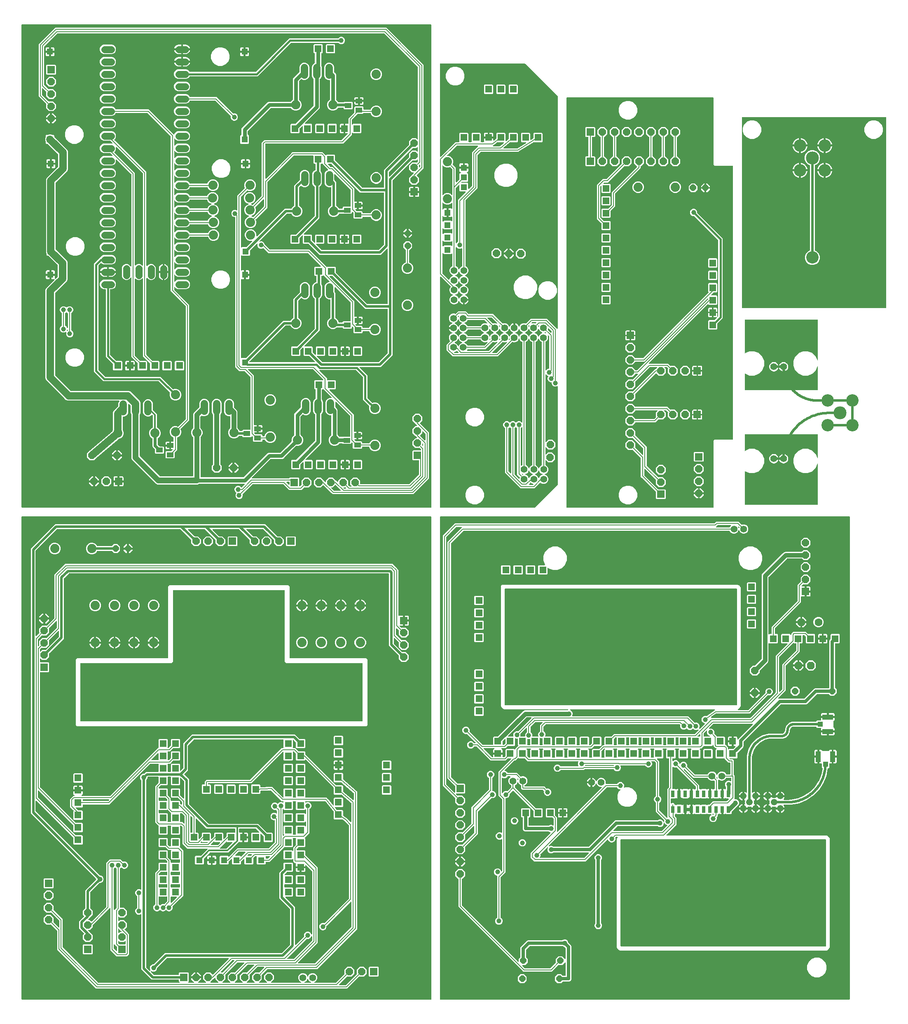
<source format=gbr>
G04 EAGLE Gerber RS-274X export*
G75*
%MOMM*%
%FSLAX34Y34*%
%LPD*%
%INTop Copper*%
%IPPOS*%
%AMOC8*
5,1,8,0,0,1.08239X$1,22.5*%
G01*
%ADD10R,1.524000X1.524000*%
%ADD11P,1.649562X8X202.500000*%
%ADD12P,1.649562X8X22.500000*%
%ADD13P,1.649562X8X292.500000*%
%ADD14R,1.300000X1.300000*%
%ADD15R,1.400000X1.400000*%
%ADD16P,1.420962X8X22.500000*%
%ADD17C,1.879600*%
%ADD18P,1.649562X8X112.500000*%
%ADD19C,1.400000*%
%ADD20P,1.420962X8X202.500000*%
%ADD21C,1.340000*%
%ADD22R,1.100000X2.250000*%
%ADD23R,1.050000X1.100000*%
%ADD24R,2.250000X1.100000*%
%ADD25R,1.100000X1.050000*%
%ADD26R,0.740003X1.470000*%
%ADD27P,1.732040X8X202.500000*%
%ADD28C,1.600200*%
%ADD29P,1.732040X8X22.500000*%
%ADD30P,1.420962X8X112.500000*%
%ADD31C,1.524000*%
%ADD32R,1.400000X1.000000*%
%ADD33C,1.400000*%
%ADD34C,2.667000*%
%ADD35C,2.552700*%
%ADD36C,2.540000*%
%ADD37C,0.500000*%
%ADD38C,1.000000*%
%ADD39C,0.300000*%
%ADD40C,0.200000*%
%ADD41C,0.700000*%
%ADD42C,0.900000*%
%ADD43C,0.400000*%
%ADD44C,0.800000*%
%ADD45C,0.600000*%
%ADD46C,1.000000*%
%ADD47C,1.500000*%
%ADD48C,1.200000*%

G36*
X845064Y1014010D02*
X845064Y1014010D01*
X845128Y1014009D01*
X845203Y1014030D01*
X845279Y1014041D01*
X845338Y1014067D01*
X845400Y1014084D01*
X845466Y1014125D01*
X845536Y1014157D01*
X845585Y1014199D01*
X845640Y1014232D01*
X845692Y1014290D01*
X845750Y1014340D01*
X845786Y1014394D01*
X845829Y1014442D01*
X845862Y1014511D01*
X845905Y1014576D01*
X845924Y1014638D01*
X845952Y1014695D01*
X845963Y1014765D01*
X845987Y1014846D01*
X845988Y1014931D01*
X845999Y1015000D01*
X845999Y2005000D01*
X845990Y2005064D01*
X845991Y2005128D01*
X845970Y2005203D01*
X845959Y2005279D01*
X845933Y2005338D01*
X845916Y2005400D01*
X845875Y2005466D01*
X845843Y2005536D01*
X845801Y2005585D01*
X845768Y2005640D01*
X845710Y2005692D01*
X845660Y2005750D01*
X845606Y2005786D01*
X845558Y2005829D01*
X845489Y2005862D01*
X845424Y2005905D01*
X845362Y2005924D01*
X845305Y2005952D01*
X845235Y2005963D01*
X845154Y2005987D01*
X845069Y2005988D01*
X845000Y2005999D01*
X5000Y2005999D01*
X4936Y2005990D01*
X4872Y2005991D01*
X4797Y2005970D01*
X4721Y2005959D01*
X4662Y2005933D01*
X4600Y2005916D01*
X4534Y2005875D01*
X4464Y2005843D01*
X4415Y2005801D01*
X4360Y2005768D01*
X4308Y2005710D01*
X4250Y2005660D01*
X4214Y2005606D01*
X4171Y2005558D01*
X4138Y2005489D01*
X4095Y2005424D01*
X4076Y2005362D01*
X4048Y2005305D01*
X4037Y2005235D01*
X4013Y2005154D01*
X4012Y2005069D01*
X4001Y2005000D01*
X4001Y1015000D01*
X4010Y1014936D01*
X4009Y1014872D01*
X4030Y1014797D01*
X4041Y1014721D01*
X4067Y1014662D01*
X4084Y1014600D01*
X4125Y1014534D01*
X4157Y1014464D01*
X4199Y1014415D01*
X4232Y1014360D01*
X4290Y1014308D01*
X4340Y1014250D01*
X4394Y1014214D01*
X4442Y1014171D01*
X4511Y1014138D01*
X4576Y1014095D01*
X4638Y1014076D01*
X4695Y1014048D01*
X4765Y1014037D01*
X4846Y1014013D01*
X4931Y1014012D01*
X5000Y1014001D01*
X845000Y1014001D01*
X845064Y1014010D01*
G37*
G36*
X845064Y4010D02*
X845064Y4010D01*
X845128Y4009D01*
X845203Y4030D01*
X845279Y4041D01*
X845338Y4067D01*
X845400Y4084D01*
X845466Y4125D01*
X845536Y4157D01*
X845585Y4199D01*
X845640Y4232D01*
X845692Y4290D01*
X845750Y4340D01*
X845786Y4394D01*
X845829Y4442D01*
X845862Y4511D01*
X845905Y4576D01*
X845924Y4638D01*
X845952Y4695D01*
X845963Y4765D01*
X845987Y4846D01*
X845988Y4931D01*
X845999Y5000D01*
X845999Y995000D01*
X845990Y995064D01*
X845991Y995128D01*
X845970Y995203D01*
X845959Y995279D01*
X845933Y995338D01*
X845916Y995400D01*
X845875Y995466D01*
X845843Y995536D01*
X845801Y995585D01*
X845768Y995640D01*
X845710Y995692D01*
X845660Y995750D01*
X845606Y995786D01*
X845558Y995829D01*
X845489Y995862D01*
X845424Y995905D01*
X845362Y995924D01*
X845305Y995952D01*
X845235Y995963D01*
X845154Y995987D01*
X845069Y995988D01*
X845000Y995999D01*
X5000Y995999D01*
X4936Y995990D01*
X4872Y995991D01*
X4797Y995970D01*
X4721Y995959D01*
X4662Y995933D01*
X4600Y995916D01*
X4534Y995875D01*
X4464Y995843D01*
X4415Y995801D01*
X4360Y995768D01*
X4308Y995710D01*
X4250Y995660D01*
X4214Y995606D01*
X4171Y995558D01*
X4138Y995489D01*
X4095Y995424D01*
X4076Y995362D01*
X4048Y995305D01*
X4037Y995235D01*
X4013Y995154D01*
X4012Y995069D01*
X4001Y995000D01*
X4001Y5000D01*
X4010Y4936D01*
X4009Y4872D01*
X4030Y4797D01*
X4041Y4721D01*
X4067Y4662D01*
X4084Y4600D01*
X4125Y4534D01*
X4157Y4464D01*
X4199Y4415D01*
X4232Y4360D01*
X4290Y4308D01*
X4340Y4250D01*
X4394Y4214D01*
X4442Y4171D01*
X4511Y4138D01*
X4576Y4095D01*
X4638Y4076D01*
X4695Y4048D01*
X4765Y4037D01*
X4846Y4013D01*
X4931Y4012D01*
X5000Y4001D01*
X845000Y4001D01*
X845064Y4010D01*
G37*
G36*
X1705064Y4010D02*
X1705064Y4010D01*
X1705128Y4009D01*
X1705203Y4030D01*
X1705279Y4041D01*
X1705338Y4067D01*
X1705400Y4084D01*
X1705466Y4125D01*
X1705536Y4157D01*
X1705585Y4199D01*
X1705640Y4232D01*
X1705692Y4290D01*
X1705750Y4340D01*
X1705786Y4394D01*
X1705829Y4442D01*
X1705862Y4511D01*
X1705905Y4576D01*
X1705924Y4638D01*
X1705952Y4695D01*
X1705963Y4765D01*
X1705987Y4846D01*
X1705988Y4931D01*
X1705999Y5000D01*
X1705999Y995000D01*
X1705990Y995064D01*
X1705991Y995128D01*
X1705970Y995203D01*
X1705959Y995279D01*
X1705933Y995338D01*
X1705916Y995400D01*
X1705875Y995466D01*
X1705843Y995536D01*
X1705801Y995585D01*
X1705768Y995640D01*
X1705710Y995692D01*
X1705660Y995750D01*
X1705606Y995786D01*
X1705558Y995829D01*
X1705489Y995862D01*
X1705424Y995905D01*
X1705362Y995924D01*
X1705305Y995952D01*
X1705235Y995963D01*
X1705154Y995987D01*
X1705069Y995988D01*
X1705000Y995999D01*
X865000Y995999D01*
X864936Y995990D01*
X864872Y995991D01*
X864797Y995970D01*
X864721Y995959D01*
X864662Y995933D01*
X864600Y995916D01*
X864534Y995875D01*
X864464Y995843D01*
X864415Y995801D01*
X864360Y995768D01*
X864308Y995710D01*
X864250Y995660D01*
X864214Y995606D01*
X864171Y995558D01*
X864138Y995489D01*
X864095Y995424D01*
X864076Y995362D01*
X864048Y995305D01*
X864037Y995235D01*
X864013Y995154D01*
X864012Y995069D01*
X864001Y995000D01*
X864001Y5000D01*
X864010Y4936D01*
X864009Y4872D01*
X864030Y4797D01*
X864041Y4721D01*
X864067Y4662D01*
X864084Y4600D01*
X864125Y4534D01*
X864157Y4464D01*
X864199Y4415D01*
X864232Y4360D01*
X864290Y4308D01*
X864340Y4250D01*
X864394Y4214D01*
X864442Y4171D01*
X864511Y4138D01*
X864576Y4095D01*
X864638Y4076D01*
X864695Y4048D01*
X864765Y4037D01*
X864846Y4013D01*
X864931Y4012D01*
X865000Y4001D01*
X1705000Y4001D01*
X1705064Y4010D01*
G37*
%LPC*%
G36*
X1233588Y104999D02*
X1233588Y104999D01*
X1229411Y107411D01*
X1226999Y111588D01*
X1226999Y334412D01*
X1228494Y337000D01*
X1228510Y337040D01*
X1228533Y337076D01*
X1228562Y337171D01*
X1228599Y337262D01*
X1228603Y337305D01*
X1228616Y337346D01*
X1228617Y337444D01*
X1228627Y337543D01*
X1228619Y337585D01*
X1228619Y337628D01*
X1228593Y337723D01*
X1228575Y337820D01*
X1228556Y337858D01*
X1228544Y337900D01*
X1228492Y337984D01*
X1228448Y338072D01*
X1228419Y338103D01*
X1228396Y338140D01*
X1228323Y338206D01*
X1228256Y338278D01*
X1228219Y338300D01*
X1228187Y338329D01*
X1228098Y338372D01*
X1228013Y338422D01*
X1227972Y338433D01*
X1227933Y338452D01*
X1227849Y338465D01*
X1227740Y338493D01*
X1227680Y338491D01*
X1227628Y338499D01*
X1226364Y338499D01*
X1226269Y338486D01*
X1226173Y338481D01*
X1226130Y338466D01*
X1226085Y338459D01*
X1225997Y338420D01*
X1225906Y338388D01*
X1225872Y338363D01*
X1225828Y338343D01*
X1225731Y338260D01*
X1225657Y338207D01*
X1224288Y336837D01*
X1224282Y336830D01*
X1224275Y336824D01*
X1224197Y336716D01*
X1224119Y336612D01*
X1224115Y336603D01*
X1224110Y336595D01*
X1224065Y336470D01*
X1224019Y336348D01*
X1224018Y336338D01*
X1224015Y336329D01*
X1224008Y336198D01*
X1223997Y336067D01*
X1223999Y336057D01*
X1223999Y336048D01*
X1224017Y335973D01*
X1224055Y335791D01*
X1224066Y335769D01*
X1224071Y335748D01*
X1224126Y335617D01*
X1224126Y332633D01*
X1222984Y329876D01*
X1220874Y327766D01*
X1218117Y326624D01*
X1215133Y326624D01*
X1212376Y327766D01*
X1210266Y329876D01*
X1209282Y332252D01*
X1209222Y332354D01*
X1209166Y332459D01*
X1209150Y332475D01*
X1209138Y332495D01*
X1209052Y332576D01*
X1208969Y332661D01*
X1208949Y332672D01*
X1208933Y332688D01*
X1208827Y332742D01*
X1208724Y332800D01*
X1208702Y332805D01*
X1208681Y332816D01*
X1208565Y332838D01*
X1208449Y332865D01*
X1208426Y332864D01*
X1208404Y332868D01*
X1208286Y332857D01*
X1208168Y332851D01*
X1208146Y332843D01*
X1208123Y332841D01*
X1208013Y332797D01*
X1207901Y332758D01*
X1207884Y332745D01*
X1207861Y332737D01*
X1207714Y332622D01*
X1207652Y332576D01*
X1162950Y287874D01*
X1057675Y287874D01*
X1049999Y295550D01*
X1049999Y305200D01*
X1090717Y345917D01*
X1090788Y346012D01*
X1090863Y346104D01*
X1090872Y346125D01*
X1090886Y346143D01*
X1090928Y346254D01*
X1090975Y346363D01*
X1090977Y346385D01*
X1090985Y346407D01*
X1090995Y346525D01*
X1091009Y346643D01*
X1091005Y346665D01*
X1091007Y346688D01*
X1090983Y346804D01*
X1090964Y346921D01*
X1090954Y346942D01*
X1090950Y346964D01*
X1090894Y347069D01*
X1090843Y347176D01*
X1090828Y347193D01*
X1090817Y347213D01*
X1090734Y347298D01*
X1090656Y347387D01*
X1090637Y347398D01*
X1090620Y347415D01*
X1090458Y347507D01*
X1090392Y347547D01*
X1087751Y348641D01*
X1087686Y348707D01*
X1087609Y348764D01*
X1087538Y348829D01*
X1087497Y348849D01*
X1087460Y348876D01*
X1087370Y348910D01*
X1087284Y348952D01*
X1087242Y348958D01*
X1087196Y348975D01*
X1087069Y348985D01*
X1086979Y348999D01*
X1038806Y348999D01*
X1036601Y349913D01*
X1034913Y351601D01*
X1033999Y353806D01*
X1033999Y377000D01*
X1033990Y377064D01*
X1033991Y377128D01*
X1033970Y377203D01*
X1033959Y377279D01*
X1033933Y377338D01*
X1033916Y377400D01*
X1033875Y377466D01*
X1033843Y377536D01*
X1033801Y377585D01*
X1033768Y377640D01*
X1033710Y377692D01*
X1033660Y377750D01*
X1033606Y377786D01*
X1033558Y377829D01*
X1033489Y377862D01*
X1033424Y377905D01*
X1033362Y377924D01*
X1033305Y377952D01*
X1033235Y377963D01*
X1033154Y377987D01*
X1033069Y377988D01*
X1033000Y377999D01*
X1031764Y377999D01*
X1030299Y379464D01*
X1030299Y395536D01*
X1031764Y397001D01*
X1047836Y397001D01*
X1049301Y395536D01*
X1049301Y379464D01*
X1047836Y377999D01*
X1047000Y377999D01*
X1046936Y377990D01*
X1046872Y377991D01*
X1046797Y377970D01*
X1046721Y377959D01*
X1046662Y377933D01*
X1046600Y377916D01*
X1046534Y377875D01*
X1046464Y377843D01*
X1046415Y377801D01*
X1046360Y377768D01*
X1046308Y377710D01*
X1046250Y377660D01*
X1046214Y377606D01*
X1046171Y377558D01*
X1046138Y377489D01*
X1046095Y377424D01*
X1046076Y377362D01*
X1046048Y377305D01*
X1046037Y377235D01*
X1046013Y377154D01*
X1046012Y377069D01*
X1046001Y377000D01*
X1046001Y362000D01*
X1046010Y361936D01*
X1046009Y361872D01*
X1046030Y361797D01*
X1046041Y361721D01*
X1046067Y361662D01*
X1046084Y361600D01*
X1046125Y361534D01*
X1046157Y361464D01*
X1046199Y361415D01*
X1046232Y361360D01*
X1046290Y361308D01*
X1046340Y361250D01*
X1046394Y361214D01*
X1046442Y361171D01*
X1046511Y361138D01*
X1046576Y361095D01*
X1046638Y361076D01*
X1046695Y361048D01*
X1046765Y361037D01*
X1046846Y361013D01*
X1046931Y361012D01*
X1047000Y361001D01*
X1086979Y361001D01*
X1087074Y361014D01*
X1087170Y361019D01*
X1087213Y361034D01*
X1087258Y361041D01*
X1087346Y361080D01*
X1087437Y361112D01*
X1087471Y361137D01*
X1087515Y361157D01*
X1087613Y361240D01*
X1087686Y361293D01*
X1087751Y361359D01*
X1090508Y362501D01*
X1093492Y362501D01*
X1095868Y361517D01*
X1095982Y361487D01*
X1096096Y361453D01*
X1096119Y361452D01*
X1096141Y361447D01*
X1096259Y361450D01*
X1096378Y361449D01*
X1096400Y361455D01*
X1096423Y361456D01*
X1096535Y361492D01*
X1096650Y361524D01*
X1096669Y361536D01*
X1096691Y361543D01*
X1096789Y361610D01*
X1096890Y361672D01*
X1096905Y361689D01*
X1096924Y361702D01*
X1096999Y361793D01*
X1097079Y361882D01*
X1097089Y361902D01*
X1097103Y361920D01*
X1097150Y362029D01*
X1097202Y362135D01*
X1097205Y362157D01*
X1097215Y362179D01*
X1097237Y362363D01*
X1097249Y362440D01*
X1097249Y375011D01*
X1097236Y375106D01*
X1097231Y375202D01*
X1097216Y375245D01*
X1097209Y375290D01*
X1097170Y375378D01*
X1097138Y375469D01*
X1097113Y375503D01*
X1097093Y375547D01*
X1097010Y375645D01*
X1096957Y375718D01*
X1094968Y377707D01*
X1094891Y377764D01*
X1094819Y377829D01*
X1094778Y377849D01*
X1094742Y377876D01*
X1094652Y377910D01*
X1094566Y377952D01*
X1094524Y377958D01*
X1094478Y377975D01*
X1094351Y377985D01*
X1094261Y377999D01*
X1082564Y377999D01*
X1081099Y379464D01*
X1081099Y395536D01*
X1082564Y397001D01*
X1098636Y397001D01*
X1100101Y395536D01*
X1100101Y382889D01*
X1100114Y382794D01*
X1100119Y382698D01*
X1100134Y382655D01*
X1100141Y382610D01*
X1100180Y382522D01*
X1100212Y382431D01*
X1100237Y382397D01*
X1100257Y382353D01*
X1100340Y382255D01*
X1100393Y382182D01*
X1104251Y378325D01*
X1104251Y349489D01*
X1104255Y349457D01*
X1104253Y349425D01*
X1104275Y349318D01*
X1104291Y349210D01*
X1104304Y349180D01*
X1104310Y349149D01*
X1104362Y349052D01*
X1104407Y348953D01*
X1104428Y348928D01*
X1104443Y348900D01*
X1104519Y348821D01*
X1104590Y348738D01*
X1104617Y348721D01*
X1104640Y348698D01*
X1104735Y348644D01*
X1104826Y348584D01*
X1104857Y348575D01*
X1104885Y348559D01*
X1104992Y348533D01*
X1105096Y348502D01*
X1105128Y348501D01*
X1105159Y348494D01*
X1105269Y348499D01*
X1105378Y348498D01*
X1105409Y348506D01*
X1105441Y348508D01*
X1105544Y348544D01*
X1105650Y348573D01*
X1105677Y348590D01*
X1105708Y348601D01*
X1105781Y348654D01*
X1105890Y348721D01*
X1105922Y348757D01*
X1105957Y348782D01*
X1195968Y438793D01*
X1195987Y438819D01*
X1196012Y438840D01*
X1196071Y438932D01*
X1196137Y439019D01*
X1196148Y439049D01*
X1196166Y439076D01*
X1196198Y439181D01*
X1196236Y439283D01*
X1196239Y439315D01*
X1196248Y439346D01*
X1196250Y439455D01*
X1196258Y439564D01*
X1196252Y439596D01*
X1196252Y439628D01*
X1196223Y439733D01*
X1196201Y439840D01*
X1196186Y439869D01*
X1196177Y439900D01*
X1196120Y439993D01*
X1196068Y440089D01*
X1196046Y440112D01*
X1196029Y440140D01*
X1195948Y440213D01*
X1195871Y440291D01*
X1195843Y440307D01*
X1195819Y440329D01*
X1195721Y440376D01*
X1195626Y440430D01*
X1195595Y440438D01*
X1195566Y440452D01*
X1195476Y440466D01*
X1195352Y440495D01*
X1195303Y440493D01*
X1195261Y440499D01*
X1193110Y440499D01*
X1189618Y441946D01*
X1186946Y444618D01*
X1185930Y447071D01*
X1185893Y447133D01*
X1185866Y447199D01*
X1185822Y447253D01*
X1185786Y447314D01*
X1185734Y447363D01*
X1185689Y447418D01*
X1185632Y447459D01*
X1185580Y447507D01*
X1185517Y447539D01*
X1185458Y447580D01*
X1185392Y447603D01*
X1185329Y447635D01*
X1185259Y447648D01*
X1185191Y447671D01*
X1185121Y447674D01*
X1185052Y447687D01*
X1184981Y447680D01*
X1184909Y447683D01*
X1184841Y447667D01*
X1184771Y447660D01*
X1184705Y447633D01*
X1184635Y447616D01*
X1184574Y447581D01*
X1184509Y447555D01*
X1184453Y447512D01*
X1184391Y447476D01*
X1184342Y447425D01*
X1184287Y447382D01*
X1184245Y447324D01*
X1184195Y447272D01*
X1184166Y447215D01*
X1184122Y447153D01*
X1184106Y447109D01*
X1184095Y447092D01*
X1184081Y447047D01*
X1184056Y446997D01*
X1183842Y446338D01*
X1183160Y444999D01*
X1182277Y443785D01*
X1181215Y442723D01*
X1180001Y441840D01*
X1178662Y441158D01*
X1177234Y440694D01*
X1176999Y440657D01*
X1176999Y449000D01*
X1176990Y449063D01*
X1176991Y449128D01*
X1176970Y449202D01*
X1176959Y449279D01*
X1176933Y449338D01*
X1176916Y449400D01*
X1176875Y449466D01*
X1176843Y449536D01*
X1176801Y449585D01*
X1176768Y449640D01*
X1176710Y449691D01*
X1176660Y449750D01*
X1176606Y449786D01*
X1176558Y449829D01*
X1176489Y449862D01*
X1176424Y449905D01*
X1176362Y449924D01*
X1176305Y449952D01*
X1176235Y449962D01*
X1176154Y449987D01*
X1176069Y449988D01*
X1176000Y449999D01*
X1174999Y449999D01*
X1174999Y450001D01*
X1176000Y450001D01*
X1176064Y450010D01*
X1176128Y450009D01*
X1176203Y450030D01*
X1176279Y450041D01*
X1176338Y450067D01*
X1176400Y450084D01*
X1176466Y450125D01*
X1176536Y450157D01*
X1176585Y450199D01*
X1176640Y450232D01*
X1176692Y450290D01*
X1176750Y450340D01*
X1176786Y450394D01*
X1176829Y450442D01*
X1176862Y450511D01*
X1176905Y450576D01*
X1176924Y450638D01*
X1176952Y450696D01*
X1176962Y450765D01*
X1176987Y450846D01*
X1176988Y450931D01*
X1176999Y451000D01*
X1176999Y459343D01*
X1177234Y459306D01*
X1178662Y458842D01*
X1180001Y458160D01*
X1181215Y457277D01*
X1182277Y456215D01*
X1183160Y455001D01*
X1183842Y453662D01*
X1184056Y453003D01*
X1184088Y452939D01*
X1184110Y452870D01*
X1184149Y452812D01*
X1184180Y452749D01*
X1184228Y452697D01*
X1184269Y452637D01*
X1184323Y452593D01*
X1184370Y452541D01*
X1184431Y452504D01*
X1184486Y452458D01*
X1184551Y452430D01*
X1184611Y452394D01*
X1184680Y452375D01*
X1184745Y452347D01*
X1184815Y452338D01*
X1184883Y452320D01*
X1184954Y452321D01*
X1185025Y452312D01*
X1185095Y452323D01*
X1185165Y452325D01*
X1185233Y452346D01*
X1185304Y452357D01*
X1185367Y452387D01*
X1185434Y452408D01*
X1185494Y452448D01*
X1185558Y452478D01*
X1185611Y452525D01*
X1185670Y452564D01*
X1185716Y452618D01*
X1185769Y452666D01*
X1185803Y452721D01*
X1185852Y452779D01*
X1185890Y452864D01*
X1185930Y452929D01*
X1186946Y455382D01*
X1189618Y458054D01*
X1193110Y459501D01*
X1196890Y459501D01*
X1200382Y458054D01*
X1203054Y455382D01*
X1204501Y451890D01*
X1204501Y448097D01*
X1204480Y448017D01*
X1204446Y447904D01*
X1204445Y447881D01*
X1204440Y447859D01*
X1204444Y447741D01*
X1204442Y447622D01*
X1204448Y447600D01*
X1204449Y447578D01*
X1204486Y447465D01*
X1204517Y447350D01*
X1204529Y447331D01*
X1204536Y447309D01*
X1204603Y447211D01*
X1204665Y447110D01*
X1204682Y447095D01*
X1204695Y447076D01*
X1204787Y447001D01*
X1204875Y446921D01*
X1204895Y446911D01*
X1204913Y446897D01*
X1205022Y446850D01*
X1205128Y446798D01*
X1205150Y446795D01*
X1205172Y446786D01*
X1205357Y446763D01*
X1205433Y446751D01*
X1227289Y446751D01*
X1227298Y446752D01*
X1227307Y446751D01*
X1227438Y446772D01*
X1227568Y446791D01*
X1227576Y446794D01*
X1227586Y446796D01*
X1227706Y446853D01*
X1227825Y446907D01*
X1227832Y446913D01*
X1227841Y446917D01*
X1227939Y447005D01*
X1228039Y447090D01*
X1228044Y447098D01*
X1228051Y447104D01*
X1228091Y447170D01*
X1228194Y447326D01*
X1228201Y447349D01*
X1228212Y447368D01*
X1228266Y447499D01*
X1230376Y449609D01*
X1233133Y450751D01*
X1236117Y450751D01*
X1238874Y449609D01*
X1240984Y447499D01*
X1242126Y444742D01*
X1242126Y441758D01*
X1241695Y440718D01*
X1241687Y440686D01*
X1241672Y440658D01*
X1241652Y440550D01*
X1241625Y440444D01*
X1241626Y440412D01*
X1241620Y440380D01*
X1241630Y440272D01*
X1241634Y440163D01*
X1241644Y440132D01*
X1241647Y440100D01*
X1241687Y439998D01*
X1241721Y439894D01*
X1241739Y439868D01*
X1241751Y439838D01*
X1241818Y439752D01*
X1241880Y439661D01*
X1241905Y439641D01*
X1241925Y439615D01*
X1242013Y439552D01*
X1242098Y439482D01*
X1242127Y439469D01*
X1242154Y439450D01*
X1242256Y439414D01*
X1242357Y439371D01*
X1242389Y439367D01*
X1242419Y439356D01*
X1242528Y439350D01*
X1242637Y439336D01*
X1242669Y439341D01*
X1242701Y439339D01*
X1242789Y439361D01*
X1242915Y439381D01*
X1242959Y439402D01*
X1243000Y439412D01*
X1244422Y440001D01*
X1252378Y440001D01*
X1259730Y436956D01*
X1265356Y431330D01*
X1268401Y423978D01*
X1268401Y416022D01*
X1265356Y408670D01*
X1259730Y403044D01*
X1252378Y399999D01*
X1244422Y399999D01*
X1237070Y403044D01*
X1231444Y408670D01*
X1228399Y416022D01*
X1228399Y423978D01*
X1231444Y431330D01*
X1234158Y434043D01*
X1234178Y434069D01*
X1234202Y434090D01*
X1234262Y434182D01*
X1234327Y434269D01*
X1234339Y434299D01*
X1234356Y434326D01*
X1234388Y434431D01*
X1234427Y434533D01*
X1234429Y434565D01*
X1234439Y434596D01*
X1234440Y434705D01*
X1234449Y434814D01*
X1234442Y434846D01*
X1234443Y434878D01*
X1234413Y434983D01*
X1234391Y435090D01*
X1234376Y435119D01*
X1234367Y435150D01*
X1234310Y435243D01*
X1234259Y435339D01*
X1234236Y435362D01*
X1234219Y435390D01*
X1234138Y435463D01*
X1234062Y435541D01*
X1234034Y435557D01*
X1234010Y435579D01*
X1233912Y435626D01*
X1233817Y435680D01*
X1233785Y435688D01*
X1233756Y435702D01*
X1233667Y435716D01*
X1233542Y435745D01*
X1233494Y435743D01*
X1233452Y435749D01*
X1233133Y435749D01*
X1230376Y436891D01*
X1228266Y439001D01*
X1228212Y439132D01*
X1228207Y439141D01*
X1228204Y439150D01*
X1228135Y439262D01*
X1228068Y439375D01*
X1228061Y439382D01*
X1228056Y439390D01*
X1227958Y439478D01*
X1227863Y439568D01*
X1227854Y439572D01*
X1227847Y439579D01*
X1227728Y439636D01*
X1227611Y439696D01*
X1227602Y439698D01*
X1227593Y439702D01*
X1227517Y439714D01*
X1227334Y439748D01*
X1227310Y439746D01*
X1227289Y439749D01*
X1207239Y439749D01*
X1207144Y439736D01*
X1207048Y439731D01*
X1207005Y439716D01*
X1206960Y439709D01*
X1206872Y439670D01*
X1206781Y439638D01*
X1206747Y439613D01*
X1206703Y439593D01*
X1206605Y439510D01*
X1206532Y439457D01*
X1087349Y320273D01*
X1087297Y320204D01*
X1087237Y320140D01*
X1087212Y320091D01*
X1087179Y320047D01*
X1087149Y319966D01*
X1087109Y319889D01*
X1087099Y319835D01*
X1087080Y319783D01*
X1087073Y319697D01*
X1087057Y319612D01*
X1087062Y319557D01*
X1087058Y319502D01*
X1087076Y319417D01*
X1087084Y319331D01*
X1087104Y319280D01*
X1087116Y319226D01*
X1087156Y319150D01*
X1087189Y319069D01*
X1087222Y319026D01*
X1087248Y318977D01*
X1087309Y318915D01*
X1087362Y318847D01*
X1087407Y318814D01*
X1087445Y318775D01*
X1087520Y318732D01*
X1087591Y318682D01*
X1087642Y318663D01*
X1087690Y318636D01*
X1087775Y318616D01*
X1087857Y318587D01*
X1087911Y318584D01*
X1087965Y318571D01*
X1088052Y318576D01*
X1088138Y318571D01*
X1088188Y318583D01*
X1088246Y318586D01*
X1088354Y318623D01*
X1088438Y318643D01*
X1090508Y319501D01*
X1093492Y319501D01*
X1096249Y318359D01*
X1096314Y318293D01*
X1096391Y318236D01*
X1096462Y318171D01*
X1096503Y318151D01*
X1096540Y318124D01*
X1096630Y318090D01*
X1096716Y318048D01*
X1096758Y318042D01*
X1096804Y318025D01*
X1096931Y318015D01*
X1097021Y318001D01*
X1169101Y318001D01*
X1169195Y318014D01*
X1169292Y318019D01*
X1169335Y318034D01*
X1169380Y318041D01*
X1169467Y318080D01*
X1169558Y318112D01*
X1169593Y318137D01*
X1169637Y318157D01*
X1169734Y318240D01*
X1169807Y318293D01*
X1222601Y371087D01*
X1224806Y372001D01*
X1310979Y372001D01*
X1311074Y372014D01*
X1311170Y372019D01*
X1311213Y372034D01*
X1311258Y372041D01*
X1311346Y372080D01*
X1311437Y372112D01*
X1311471Y372137D01*
X1311515Y372157D01*
X1311613Y372240D01*
X1311686Y372293D01*
X1311751Y372359D01*
X1314508Y373501D01*
X1317492Y373501D01*
X1320249Y372359D01*
X1322359Y370249D01*
X1322577Y369722D01*
X1322621Y369648D01*
X1322657Y369569D01*
X1322692Y369527D01*
X1322720Y369480D01*
X1322784Y369420D01*
X1322840Y369354D01*
X1322886Y369324D01*
X1322926Y369287D01*
X1323003Y369248D01*
X1323076Y369200D01*
X1323129Y369184D01*
X1323178Y369159D01*
X1323263Y369143D01*
X1323346Y369118D01*
X1323401Y369117D01*
X1323455Y369107D01*
X1323541Y369115D01*
X1323628Y369114D01*
X1323681Y369128D01*
X1323735Y369134D01*
X1323816Y369166D01*
X1323900Y369189D01*
X1323946Y369218D01*
X1323997Y369238D01*
X1324066Y369292D01*
X1324140Y369337D01*
X1324176Y369378D01*
X1324220Y369412D01*
X1324270Y369482D01*
X1324329Y369546D01*
X1324353Y369596D01*
X1324385Y369640D01*
X1324414Y369722D01*
X1324452Y369800D01*
X1324460Y369851D01*
X1324479Y369906D01*
X1324486Y370020D01*
X1324499Y370105D01*
X1324499Y371492D01*
X1324554Y371623D01*
X1324556Y371632D01*
X1324561Y371641D01*
X1324591Y371769D01*
X1324624Y371896D01*
X1324623Y371906D01*
X1324626Y371915D01*
X1324619Y372048D01*
X1324615Y372178D01*
X1324612Y372187D01*
X1324611Y372197D01*
X1324568Y372321D01*
X1324527Y372446D01*
X1324522Y372454D01*
X1324519Y372463D01*
X1324473Y372525D01*
X1324368Y372679D01*
X1324350Y372695D01*
X1324337Y372712D01*
X1309843Y387207D01*
X1307499Y389550D01*
X1307499Y407664D01*
X1307498Y407673D01*
X1307499Y407682D01*
X1307478Y407813D01*
X1307459Y407943D01*
X1307456Y407951D01*
X1307454Y407961D01*
X1307397Y408081D01*
X1307343Y408200D01*
X1307337Y408207D01*
X1307333Y408216D01*
X1307245Y408314D01*
X1307160Y408414D01*
X1307152Y408419D01*
X1307146Y408426D01*
X1307080Y408466D01*
X1306924Y408569D01*
X1306901Y408576D01*
X1306882Y408587D01*
X1306751Y408641D01*
X1304641Y410751D01*
X1303499Y413508D01*
X1303499Y416492D01*
X1304641Y419249D01*
X1306751Y421359D01*
X1306882Y421413D01*
X1306891Y421418D01*
X1306900Y421421D01*
X1307012Y421490D01*
X1307125Y421557D01*
X1307132Y421564D01*
X1307140Y421569D01*
X1307228Y421667D01*
X1307318Y421762D01*
X1307322Y421771D01*
X1307329Y421778D01*
X1307386Y421897D01*
X1307446Y422014D01*
X1307448Y422023D01*
X1307452Y422032D01*
X1307464Y422108D01*
X1307498Y422291D01*
X1307496Y422315D01*
X1307499Y422336D01*
X1307499Y490136D01*
X1307486Y490231D01*
X1307481Y490327D01*
X1307466Y490370D01*
X1307459Y490415D01*
X1307420Y490503D01*
X1307388Y490594D01*
X1307363Y490628D01*
X1307343Y490672D01*
X1307260Y490770D01*
X1307207Y490843D01*
X1304843Y493207D01*
X1304766Y493264D01*
X1304694Y493329D01*
X1304653Y493349D01*
X1304617Y493376D01*
X1304527Y493410D01*
X1304441Y493452D01*
X1304399Y493458D01*
X1304353Y493475D01*
X1304226Y493485D01*
X1304136Y493499D01*
X1299440Y493499D01*
X1299323Y493483D01*
X1299204Y493471D01*
X1299183Y493463D01*
X1299161Y493459D01*
X1299053Y493411D01*
X1298942Y493367D01*
X1298924Y493353D01*
X1298904Y493343D01*
X1298814Y493266D01*
X1298720Y493193D01*
X1298707Y493175D01*
X1298689Y493160D01*
X1298624Y493060D01*
X1298555Y492964D01*
X1298548Y492943D01*
X1298535Y492924D01*
X1298500Y492810D01*
X1298461Y492699D01*
X1298459Y492676D01*
X1298453Y492654D01*
X1298451Y492536D01*
X1298444Y492417D01*
X1298449Y492396D01*
X1298449Y492372D01*
X1298499Y492193D01*
X1298517Y492118D01*
X1299501Y489742D01*
X1299501Y486758D01*
X1298359Y484001D01*
X1296249Y481891D01*
X1293492Y480749D01*
X1290508Y480749D01*
X1287751Y481891D01*
X1285641Y484001D01*
X1285587Y484132D01*
X1285582Y484141D01*
X1285579Y484150D01*
X1285510Y484262D01*
X1285443Y484375D01*
X1285436Y484382D01*
X1285431Y484390D01*
X1285333Y484478D01*
X1285238Y484568D01*
X1285229Y484572D01*
X1285222Y484579D01*
X1285103Y484636D01*
X1284986Y484696D01*
X1284977Y484698D01*
X1284968Y484702D01*
X1284892Y484714D01*
X1284709Y484748D01*
X1284685Y484746D01*
X1284664Y484749D01*
X1235677Y484749D01*
X1235560Y484733D01*
X1235442Y484721D01*
X1235421Y484713D01*
X1235398Y484709D01*
X1235290Y484661D01*
X1235180Y484617D01*
X1235162Y484603D01*
X1235141Y484593D01*
X1235051Y484516D01*
X1234958Y484443D01*
X1234944Y484425D01*
X1234927Y484410D01*
X1234862Y484310D01*
X1234793Y484214D01*
X1234785Y484193D01*
X1234772Y484174D01*
X1234738Y484060D01*
X1234698Y483949D01*
X1234697Y483926D01*
X1234690Y483904D01*
X1234688Y483786D01*
X1234682Y483667D01*
X1234687Y483646D01*
X1234686Y483622D01*
X1234736Y483443D01*
X1234754Y483368D01*
X1235376Y481867D01*
X1235376Y478883D01*
X1234234Y476126D01*
X1232124Y474016D01*
X1229367Y472874D01*
X1226383Y472874D01*
X1223626Y474016D01*
X1221516Y476126D01*
X1221462Y476257D01*
X1221457Y476266D01*
X1221454Y476275D01*
X1221385Y476387D01*
X1221318Y476500D01*
X1221311Y476507D01*
X1221306Y476515D01*
X1221208Y476603D01*
X1221113Y476693D01*
X1221104Y476697D01*
X1221097Y476704D01*
X1220978Y476761D01*
X1220861Y476821D01*
X1220852Y476823D01*
X1220843Y476827D01*
X1220767Y476839D01*
X1220584Y476873D01*
X1220560Y476871D01*
X1220539Y476874D01*
X1161114Y476874D01*
X1161019Y476861D01*
X1160923Y476856D01*
X1160880Y476841D01*
X1160835Y476834D01*
X1160747Y476795D01*
X1160656Y476763D01*
X1160622Y476738D01*
X1160578Y476718D01*
X1160480Y476635D01*
X1160407Y476582D01*
X1159575Y475749D01*
X1112586Y475749D01*
X1112577Y475748D01*
X1112568Y475749D01*
X1112437Y475728D01*
X1112307Y475709D01*
X1112299Y475706D01*
X1112289Y475704D01*
X1112169Y475647D01*
X1112050Y475593D01*
X1112043Y475587D01*
X1112034Y475583D01*
X1111936Y475495D01*
X1111836Y475410D01*
X1111831Y475402D01*
X1111824Y475396D01*
X1111784Y475330D01*
X1111681Y475174D01*
X1111674Y475151D01*
X1111663Y475132D01*
X1111609Y475001D01*
X1109499Y472891D01*
X1106742Y471749D01*
X1103758Y471749D01*
X1101001Y472891D01*
X1098891Y475001D01*
X1097749Y477758D01*
X1097749Y480742D01*
X1098891Y483499D01*
X1101001Y485609D01*
X1103758Y486751D01*
X1106742Y486751D01*
X1109499Y485609D01*
X1111609Y483499D01*
X1111663Y483368D01*
X1111668Y483359D01*
X1111671Y483350D01*
X1111740Y483238D01*
X1111807Y483125D01*
X1111814Y483118D01*
X1111819Y483110D01*
X1111917Y483022D01*
X1112012Y482932D01*
X1112021Y482928D01*
X1112028Y482921D01*
X1112147Y482864D01*
X1112264Y482804D01*
X1112273Y482802D01*
X1112282Y482798D01*
X1112358Y482786D01*
X1112541Y482752D01*
X1112565Y482754D01*
X1112586Y482751D01*
X1147414Y482751D01*
X1147531Y482767D01*
X1147649Y482779D01*
X1147670Y482787D01*
X1147693Y482791D01*
X1147801Y482839D01*
X1147911Y482883D01*
X1147929Y482897D01*
X1147950Y482907D01*
X1148040Y482984D01*
X1148133Y483057D01*
X1148147Y483075D01*
X1148164Y483090D01*
X1148229Y483189D01*
X1148298Y483286D01*
X1148306Y483307D01*
X1148319Y483326D01*
X1148353Y483440D01*
X1148393Y483551D01*
X1148394Y483574D01*
X1148401Y483596D01*
X1148402Y483714D01*
X1148409Y483833D01*
X1148404Y483854D01*
X1148405Y483878D01*
X1148355Y484057D01*
X1148337Y484132D01*
X1147249Y486758D01*
X1147249Y489742D01*
X1148233Y492118D01*
X1148263Y492232D01*
X1148297Y492346D01*
X1148298Y492369D01*
X1148303Y492391D01*
X1148300Y492509D01*
X1148301Y492628D01*
X1148295Y492650D01*
X1148294Y492673D01*
X1148258Y492785D01*
X1148226Y492900D01*
X1148214Y492919D01*
X1148207Y492941D01*
X1148140Y493039D01*
X1148078Y493140D01*
X1148061Y493155D01*
X1148048Y493174D01*
X1147957Y493249D01*
X1147868Y493329D01*
X1147848Y493339D01*
X1147830Y493353D01*
X1147721Y493400D01*
X1147615Y493452D01*
X1147593Y493455D01*
X1147571Y493465D01*
X1147387Y493487D01*
X1147310Y493499D01*
X1044050Y493499D01*
X1038343Y499207D01*
X1038266Y499264D01*
X1038194Y499329D01*
X1038153Y499349D01*
X1038117Y499376D01*
X1038027Y499410D01*
X1037941Y499452D01*
X1037899Y499458D01*
X1037853Y499475D01*
X1037726Y499485D01*
X1037636Y499499D01*
X1025464Y499499D01*
X1025226Y499737D01*
X1025175Y499776D01*
X1025130Y499822D01*
X1025063Y499860D01*
X1025001Y499907D01*
X1024941Y499929D01*
X1024885Y499961D01*
X1024809Y499979D01*
X1024737Y500006D01*
X1024673Y500011D01*
X1024610Y500026D01*
X1024533Y500022D01*
X1024456Y500028D01*
X1024393Y500015D01*
X1024328Y500011D01*
X1024255Y499986D01*
X1024179Y499970D01*
X1024123Y499940D01*
X1024062Y499919D01*
X1024005Y499878D01*
X1023931Y499838D01*
X1023870Y499779D01*
X1023813Y499737D01*
X1018950Y494874D01*
X1017114Y494874D01*
X1017019Y494861D01*
X1016923Y494856D01*
X1016880Y494841D01*
X1016835Y494834D01*
X1016747Y494795D01*
X1016656Y494763D01*
X1016622Y494738D01*
X1016578Y494718D01*
X1016480Y494635D01*
X1016407Y494582D01*
X997018Y475192D01*
X996947Y475098D01*
X996872Y475006D01*
X996863Y474985D01*
X996849Y474967D01*
X996807Y474856D01*
X996760Y474747D01*
X996757Y474724D01*
X996749Y474703D01*
X996740Y474585D01*
X996726Y474467D01*
X996729Y474445D01*
X996728Y474422D01*
X996752Y474306D01*
X996771Y474189D01*
X996781Y474168D01*
X996785Y474146D01*
X996841Y474041D01*
X996892Y473934D01*
X996907Y473917D01*
X996918Y473897D01*
X997000Y473812D01*
X997079Y473723D01*
X997098Y473712D01*
X997114Y473695D01*
X997277Y473603D01*
X997342Y473563D01*
X1000249Y472359D01*
X1002359Y470249D01*
X1002413Y470118D01*
X1002418Y470109D01*
X1002421Y470100D01*
X1002490Y469988D01*
X1002557Y469875D01*
X1002564Y469868D01*
X1002569Y469860D01*
X1002667Y469772D01*
X1002762Y469682D01*
X1002771Y469678D01*
X1002778Y469671D01*
X1002897Y469614D01*
X1003014Y469554D01*
X1003023Y469552D01*
X1003032Y469548D01*
X1003108Y469536D01*
X1003291Y469502D01*
X1003315Y469504D01*
X1003336Y469501D01*
X1022450Y469501D01*
X1024793Y467158D01*
X1024793Y467157D01*
X1029757Y462194D01*
X1029765Y462188D01*
X1029770Y462181D01*
X1029877Y462104D01*
X1029983Y462024D01*
X1029992Y462021D01*
X1029999Y462016D01*
X1030123Y461972D01*
X1030247Y461925D01*
X1030256Y461924D01*
X1030265Y461921D01*
X1030396Y461913D01*
X1030528Y461903D01*
X1030537Y461905D01*
X1030546Y461904D01*
X1030622Y461923D01*
X1030804Y461961D01*
X1030825Y461972D01*
X1030846Y461977D01*
X1032110Y462501D01*
X1035890Y462501D01*
X1039382Y461054D01*
X1042054Y458382D01*
X1043501Y454890D01*
X1043501Y451110D01*
X1042054Y447618D01*
X1039382Y444946D01*
X1038118Y444422D01*
X1038109Y444417D01*
X1038100Y444415D01*
X1037988Y444345D01*
X1037875Y444278D01*
X1037868Y444272D01*
X1037860Y444267D01*
X1037772Y444168D01*
X1037682Y444073D01*
X1037678Y444064D01*
X1037671Y444057D01*
X1037614Y443939D01*
X1037554Y443821D01*
X1037552Y443812D01*
X1037548Y443803D01*
X1037536Y443728D01*
X1037502Y443544D01*
X1037504Y443520D01*
X1037501Y443499D01*
X1037501Y442500D01*
X1037510Y442436D01*
X1037509Y442372D01*
X1037530Y442297D01*
X1037541Y442221D01*
X1037567Y442162D01*
X1037584Y442100D01*
X1037625Y442034D01*
X1037657Y441964D01*
X1037699Y441915D01*
X1037732Y441860D01*
X1037790Y441808D01*
X1037840Y441750D01*
X1037894Y441714D01*
X1037942Y441671D01*
X1038011Y441638D01*
X1038076Y441595D01*
X1038138Y441576D01*
X1038195Y441548D01*
X1038265Y441537D01*
X1038346Y441513D01*
X1038431Y441512D01*
X1038500Y441501D01*
X1078450Y441501D01*
X1080793Y439158D01*
X1080793Y439157D01*
X1082288Y437663D01*
X1082295Y437657D01*
X1082301Y437650D01*
X1082409Y437572D01*
X1082513Y437494D01*
X1082522Y437490D01*
X1082530Y437485D01*
X1082655Y437440D01*
X1082777Y437394D01*
X1082787Y437393D01*
X1082796Y437390D01*
X1082927Y437383D01*
X1083058Y437372D01*
X1083068Y437374D01*
X1083077Y437374D01*
X1083152Y437392D01*
X1083334Y437430D01*
X1083356Y437441D01*
X1083377Y437446D01*
X1083508Y437501D01*
X1086492Y437501D01*
X1089249Y436359D01*
X1091359Y434249D01*
X1092501Y431492D01*
X1092501Y428508D01*
X1091359Y425751D01*
X1089249Y423641D01*
X1086492Y422499D01*
X1083508Y422499D01*
X1080751Y423641D01*
X1078641Y425751D01*
X1077499Y428508D01*
X1077499Y431492D01*
X1077554Y431623D01*
X1077556Y431632D01*
X1077561Y431641D01*
X1077591Y431769D01*
X1077624Y431896D01*
X1077623Y431906D01*
X1077626Y431915D01*
X1077619Y432047D01*
X1077615Y432178D01*
X1077612Y432187D01*
X1077611Y432197D01*
X1077568Y432321D01*
X1077527Y432446D01*
X1077522Y432454D01*
X1077519Y432463D01*
X1077473Y432526D01*
X1077368Y432679D01*
X1077350Y432695D01*
X1077337Y432712D01*
X1075843Y434207D01*
X1075766Y434264D01*
X1075694Y434329D01*
X1075653Y434349D01*
X1075617Y434376D01*
X1075527Y434410D01*
X1075441Y434452D01*
X1075399Y434458D01*
X1075353Y434475D01*
X1075226Y434485D01*
X1075136Y434499D01*
X1033550Y434499D01*
X1030499Y437550D01*
X1030499Y443499D01*
X1030498Y443508D01*
X1030499Y443518D01*
X1030478Y443648D01*
X1030459Y443778D01*
X1030456Y443787D01*
X1030454Y443796D01*
X1030397Y443916D01*
X1030343Y444035D01*
X1030337Y444042D01*
X1030333Y444051D01*
X1030245Y444149D01*
X1030160Y444249D01*
X1030152Y444255D01*
X1030146Y444262D01*
X1030080Y444302D01*
X1029924Y444404D01*
X1029901Y444411D01*
X1029882Y444422D01*
X1028618Y444946D01*
X1025946Y447618D01*
X1024923Y450087D01*
X1024907Y450115D01*
X1024897Y450145D01*
X1024835Y450236D01*
X1024780Y450330D01*
X1024756Y450352D01*
X1024738Y450378D01*
X1024653Y450448D01*
X1024574Y450522D01*
X1024545Y450537D01*
X1024520Y450558D01*
X1024420Y450601D01*
X1024322Y450650D01*
X1024291Y450656D01*
X1024261Y450669D01*
X1024153Y450682D01*
X1024045Y450703D01*
X1024013Y450700D01*
X1023981Y450703D01*
X1023873Y450686D01*
X1023765Y450676D01*
X1023735Y450664D01*
X1023703Y450658D01*
X1023604Y450611D01*
X1023503Y450571D01*
X1023477Y450551D01*
X1023448Y450537D01*
X1023366Y450465D01*
X1023280Y450398D01*
X1023261Y450371D01*
X1023237Y450350D01*
X1023190Y450273D01*
X1023115Y450169D01*
X1023099Y450123D01*
X1023077Y450087D01*
X1022054Y447618D01*
X1019382Y444946D01*
X1018118Y444422D01*
X1018109Y444417D01*
X1018100Y444415D01*
X1017988Y444345D01*
X1017875Y444278D01*
X1017868Y444272D01*
X1017860Y444267D01*
X1017772Y444168D01*
X1017682Y444073D01*
X1017678Y444064D01*
X1017671Y444057D01*
X1017614Y443939D01*
X1017554Y443821D01*
X1017552Y443812D01*
X1017548Y443803D01*
X1017536Y443728D01*
X1017502Y443544D01*
X1017504Y443520D01*
X1017501Y443499D01*
X1017501Y440564D01*
X1017514Y440469D01*
X1017519Y440373D01*
X1017534Y440330D01*
X1017541Y440285D01*
X1017580Y440197D01*
X1017612Y440106D01*
X1017637Y440072D01*
X1017657Y440028D01*
X1017740Y439930D01*
X1017793Y439857D01*
X1060357Y397293D01*
X1060434Y397236D01*
X1060506Y397171D01*
X1060547Y397151D01*
X1060583Y397124D01*
X1060673Y397090D01*
X1060759Y397048D01*
X1060801Y397042D01*
X1060847Y397025D01*
X1060974Y397015D01*
X1061064Y397001D01*
X1073236Y397001D01*
X1074701Y395536D01*
X1074701Y379464D01*
X1073236Y377999D01*
X1057164Y377999D01*
X1055699Y379464D01*
X1055699Y391636D01*
X1055686Y391731D01*
X1055681Y391827D01*
X1055666Y391870D01*
X1055659Y391915D01*
X1055620Y392003D01*
X1055588Y392094D01*
X1055563Y392128D01*
X1055543Y392172D01*
X1055460Y392270D01*
X1055407Y392343D01*
X1014707Y433043D01*
X1014655Y433081D01*
X1014610Y433127D01*
X1014543Y433165D01*
X1014481Y433212D01*
X1014421Y433235D01*
X1014365Y433266D01*
X1014290Y433284D01*
X1014217Y433311D01*
X1014153Y433316D01*
X1014091Y433331D01*
X1014013Y433327D01*
X1013936Y433333D01*
X1013873Y433320D01*
X1013809Y433317D01*
X1013736Y433291D01*
X1013660Y433276D01*
X1013603Y433245D01*
X1013542Y433224D01*
X1013486Y433183D01*
X1013411Y433143D01*
X1013350Y433084D01*
X1013293Y433043D01*
X1006793Y426543D01*
X1006736Y426466D01*
X1006671Y426394D01*
X1006651Y426353D01*
X1006624Y426317D01*
X1006590Y426227D01*
X1006548Y426141D01*
X1006542Y426099D01*
X1006525Y426053D01*
X1006515Y425926D01*
X1006501Y425836D01*
X1006501Y423508D01*
X1005359Y420751D01*
X1003249Y418641D01*
X1000492Y417499D01*
X999500Y417499D01*
X999436Y417490D01*
X999372Y417491D01*
X999297Y417470D01*
X999221Y417459D01*
X999162Y417433D01*
X999100Y417416D01*
X999034Y417375D01*
X998964Y417343D01*
X998915Y417301D01*
X998860Y417268D01*
X998808Y417210D01*
X998750Y417160D01*
X998714Y417106D01*
X998671Y417058D01*
X998638Y416989D01*
X998595Y416924D01*
X998576Y416862D01*
X998548Y416805D01*
X998537Y416735D01*
X998513Y416654D01*
X998512Y416569D01*
X998501Y416500D01*
X998501Y265175D01*
X988668Y255343D01*
X988611Y255266D01*
X988546Y255194D01*
X988526Y255153D01*
X988499Y255117D01*
X988465Y255027D01*
X988423Y254941D01*
X988417Y254899D01*
X988400Y254853D01*
X988390Y254726D01*
X988376Y254636D01*
X988376Y172711D01*
X988377Y172702D01*
X988376Y172693D01*
X988397Y172562D01*
X988416Y172432D01*
X988419Y172424D01*
X988421Y172414D01*
X988478Y172294D01*
X988532Y172175D01*
X988538Y172168D01*
X988542Y172159D01*
X988630Y172061D01*
X988715Y171961D01*
X988723Y171956D01*
X988729Y171949D01*
X988795Y171909D01*
X988951Y171806D01*
X988974Y171799D01*
X988993Y171788D01*
X989124Y171734D01*
X991234Y169624D01*
X992376Y166867D01*
X992376Y163883D01*
X991234Y161126D01*
X989124Y159016D01*
X986367Y157874D01*
X983383Y157874D01*
X980626Y159016D01*
X978516Y161126D01*
X977374Y163883D01*
X977374Y166867D01*
X978516Y169624D01*
X980626Y171734D01*
X980757Y171788D01*
X980766Y171793D01*
X980775Y171796D01*
X980887Y171865D01*
X981000Y171932D01*
X981007Y171939D01*
X981015Y171944D01*
X981103Y172042D01*
X981193Y172137D01*
X981197Y172146D01*
X981204Y172153D01*
X981261Y172272D01*
X981321Y172389D01*
X981323Y172398D01*
X981327Y172407D01*
X981339Y172483D01*
X981373Y172666D01*
X981371Y172690D01*
X981374Y172711D01*
X981374Y257500D01*
X981365Y257564D01*
X981366Y257628D01*
X981345Y257703D01*
X981334Y257779D01*
X981308Y257838D01*
X981291Y257900D01*
X981250Y257966D01*
X981218Y258036D01*
X981176Y258085D01*
X981143Y258140D01*
X981085Y258192D01*
X981035Y258250D01*
X980981Y258286D01*
X980933Y258329D01*
X980864Y258362D01*
X980799Y258405D01*
X980737Y258424D01*
X980680Y258452D01*
X980610Y258463D01*
X980559Y258478D01*
X977751Y259641D01*
X975641Y261751D01*
X974499Y264508D01*
X974499Y267492D01*
X975641Y270249D01*
X977751Y272359D01*
X980508Y273501D01*
X983492Y273501D01*
X986249Y272359D01*
X988359Y270249D01*
X989343Y267873D01*
X989403Y267771D01*
X989459Y267666D01*
X989475Y267650D01*
X989487Y267630D01*
X989573Y267549D01*
X989656Y267464D01*
X989676Y267453D01*
X989692Y267437D01*
X989798Y267383D01*
X989901Y267325D01*
X989923Y267320D01*
X989944Y267309D01*
X990060Y267287D01*
X990176Y267260D01*
X990199Y267261D01*
X990221Y267257D01*
X990339Y267268D01*
X990457Y267274D01*
X990479Y267282D01*
X990502Y267284D01*
X990612Y267328D01*
X990724Y267367D01*
X990741Y267380D01*
X990764Y267388D01*
X990911Y267503D01*
X990973Y267549D01*
X991207Y267782D01*
X991264Y267859D01*
X991329Y267931D01*
X991349Y267972D01*
X991376Y268008D01*
X991410Y268098D01*
X991452Y268184D01*
X991458Y268226D01*
X991475Y268272D01*
X991485Y268400D01*
X991499Y268489D01*
X991499Y332664D01*
X991483Y332781D01*
X991471Y332899D01*
X991463Y332920D01*
X991459Y332943D01*
X991411Y333051D01*
X991367Y333161D01*
X991353Y333179D01*
X991343Y333200D01*
X991266Y333290D01*
X991193Y333383D01*
X991175Y333397D01*
X991160Y333414D01*
X991061Y333479D01*
X990964Y333548D01*
X990943Y333556D01*
X990924Y333569D01*
X990810Y333603D01*
X990699Y333643D01*
X990676Y333644D01*
X990654Y333651D01*
X990536Y333652D01*
X990417Y333659D01*
X990396Y333654D01*
X990372Y333655D01*
X990193Y333605D01*
X990118Y333587D01*
X987492Y332499D01*
X984508Y332499D01*
X981751Y333641D01*
X979641Y335751D01*
X978499Y338508D01*
X978499Y341492D01*
X979641Y344249D01*
X981751Y346359D01*
X984508Y347501D01*
X987492Y347501D01*
X990118Y346413D01*
X990232Y346384D01*
X990346Y346349D01*
X990369Y346349D01*
X990391Y346343D01*
X990509Y346347D01*
X990628Y346345D01*
X990650Y346351D01*
X990673Y346352D01*
X990785Y346389D01*
X990900Y346421D01*
X990919Y346432D01*
X990941Y346440D01*
X991039Y346506D01*
X991140Y346569D01*
X991155Y346586D01*
X991174Y346598D01*
X991249Y346690D01*
X991329Y346778D01*
X991339Y346799D01*
X991353Y346816D01*
X991400Y346925D01*
X991452Y347032D01*
X991455Y347053D01*
X991465Y347075D01*
X991487Y347260D01*
X991499Y347336D01*
X991499Y414386D01*
X991486Y414481D01*
X991481Y414577D01*
X991466Y414620D01*
X991459Y414665D01*
X991420Y414753D01*
X991388Y414844D01*
X991363Y414878D01*
X991343Y414922D01*
X991260Y415020D01*
X991207Y415093D01*
X983624Y422675D01*
X983624Y471700D01*
X1009718Y497793D01*
X1009737Y497819D01*
X1009762Y497840D01*
X1009821Y497932D01*
X1009887Y498019D01*
X1009898Y498049D01*
X1009916Y498076D01*
X1009948Y498181D01*
X1009986Y498283D01*
X1009989Y498315D01*
X1009998Y498346D01*
X1010000Y498455D01*
X1010008Y498564D01*
X1010002Y498596D01*
X1010002Y498628D01*
X1009973Y498733D01*
X1009951Y498840D01*
X1009936Y498869D01*
X1009927Y498900D01*
X1009870Y498993D01*
X1009818Y499089D01*
X1009796Y499112D01*
X1009779Y499140D01*
X1009698Y499213D01*
X1009621Y499291D01*
X1009593Y499307D01*
X1009569Y499329D01*
X1009471Y499376D01*
X1009376Y499430D01*
X1009345Y499438D01*
X1009316Y499452D01*
X1009226Y499466D01*
X1009102Y499495D01*
X1009053Y499493D01*
X1009011Y499499D01*
X1003964Y499499D01*
X1003869Y499486D01*
X1003773Y499481D01*
X1003730Y499466D01*
X1003685Y499459D01*
X1003597Y499420D01*
X1003506Y499388D01*
X1003472Y499363D01*
X1003428Y499343D01*
X1003331Y499260D01*
X1003257Y499207D01*
X1001393Y497343D01*
X1001393Y497342D01*
X999050Y494999D01*
X967686Y494999D01*
X939479Y523207D01*
X939402Y523264D01*
X939330Y523329D01*
X939289Y523349D01*
X939253Y523376D01*
X939163Y523410D01*
X939077Y523452D01*
X939035Y523458D01*
X938989Y523475D01*
X938862Y523485D01*
X938772Y523499D01*
X934336Y523499D01*
X934327Y523498D01*
X934318Y523499D01*
X934187Y523478D01*
X934057Y523459D01*
X934049Y523456D01*
X934039Y523454D01*
X933919Y523397D01*
X933800Y523343D01*
X933793Y523337D01*
X933784Y523333D01*
X933686Y523245D01*
X933586Y523160D01*
X933581Y523152D01*
X933574Y523146D01*
X933534Y523080D01*
X933431Y522924D01*
X933424Y522901D01*
X933413Y522882D01*
X933359Y522751D01*
X931249Y520641D01*
X928492Y519499D01*
X925508Y519499D01*
X922751Y520641D01*
X920641Y522751D01*
X919499Y525508D01*
X919499Y528492D01*
X920641Y531249D01*
X922751Y533359D01*
X925508Y534501D01*
X928492Y534501D01*
X931249Y533359D01*
X933359Y531249D01*
X933413Y531118D01*
X933418Y531109D01*
X933421Y531100D01*
X933490Y530988D01*
X933557Y530875D01*
X933564Y530868D01*
X933569Y530860D01*
X933667Y530772D01*
X933762Y530682D01*
X933771Y530678D01*
X933778Y530671D01*
X933897Y530614D01*
X934014Y530554D01*
X934023Y530552D01*
X934032Y530548D01*
X934108Y530536D01*
X934291Y530502D01*
X934315Y530504D01*
X934336Y530501D01*
X936136Y530501D01*
X936168Y530505D01*
X936200Y530503D01*
X936307Y530525D01*
X936415Y530541D01*
X936445Y530554D01*
X936476Y530560D01*
X936573Y530612D01*
X936672Y530657D01*
X936697Y530678D01*
X936725Y530693D01*
X936804Y530769D01*
X936887Y530840D01*
X936904Y530867D01*
X936927Y530890D01*
X936981Y530985D01*
X937041Y531076D01*
X937050Y531107D01*
X937066Y531135D01*
X937092Y531242D01*
X937123Y531346D01*
X937124Y531378D01*
X937131Y531409D01*
X937126Y531519D01*
X937127Y531628D01*
X937119Y531659D01*
X937117Y531691D01*
X937081Y531794D01*
X937052Y531900D01*
X937035Y531927D01*
X937024Y531958D01*
X936971Y532031D01*
X936904Y532140D01*
X936868Y532172D01*
X936843Y532207D01*
X919712Y549337D01*
X919705Y549343D01*
X919699Y549350D01*
X919608Y549416D01*
X919602Y549421D01*
X919598Y549423D01*
X919591Y549428D01*
X919487Y549506D01*
X919478Y549510D01*
X919470Y549515D01*
X919346Y549559D01*
X919223Y549606D01*
X919213Y549607D01*
X919204Y549610D01*
X919073Y549617D01*
X918942Y549628D01*
X918932Y549626D01*
X918923Y549626D01*
X918847Y549608D01*
X918665Y549570D01*
X918644Y549559D01*
X918623Y549554D01*
X918492Y549499D01*
X915508Y549499D01*
X912751Y550641D01*
X910641Y552751D01*
X909499Y555508D01*
X909499Y558492D01*
X910641Y561249D01*
X912751Y563359D01*
X915508Y564501D01*
X918492Y564501D01*
X921249Y563359D01*
X923359Y561249D01*
X924501Y558492D01*
X924501Y555508D01*
X924446Y555377D01*
X924444Y555368D01*
X924439Y555359D01*
X924409Y555231D01*
X924376Y555104D01*
X924377Y555094D01*
X924374Y555085D01*
X924381Y554952D01*
X924385Y554822D01*
X924388Y554813D01*
X924389Y554803D01*
X924432Y554678D01*
X924473Y554554D01*
X924478Y554546D01*
X924481Y554537D01*
X924527Y554475D01*
X924632Y554321D01*
X924650Y554305D01*
X924663Y554288D01*
X951257Y527693D01*
X951334Y527636D01*
X951406Y527571D01*
X951447Y527551D01*
X951483Y527524D01*
X951573Y527490D01*
X951659Y527448D01*
X951701Y527442D01*
X951747Y527425D01*
X951874Y527415D01*
X951964Y527401D01*
X972200Y527401D01*
X972264Y527410D01*
X972328Y527409D01*
X972403Y527430D01*
X972479Y527441D01*
X972538Y527467D01*
X972600Y527484D01*
X972666Y527525D01*
X972736Y527557D01*
X972785Y527599D01*
X972840Y527632D01*
X972892Y527690D01*
X972950Y527740D01*
X972986Y527794D01*
X973029Y527842D01*
X973062Y527911D01*
X973105Y527976D01*
X973124Y528038D01*
X973152Y528095D01*
X973163Y528165D01*
X973187Y528246D01*
X973188Y528331D01*
X973199Y528400D01*
X973199Y542436D01*
X974664Y543901D01*
X981886Y543901D01*
X981981Y543914D01*
X982077Y543919D01*
X982121Y543934D01*
X982166Y543941D01*
X982253Y543980D01*
X982344Y544012D01*
X982378Y544037D01*
X982422Y544057D01*
X982520Y544140D01*
X982593Y544193D01*
X1035334Y596935D01*
X1037907Y598001D01*
X1126102Y598001D01*
X1126108Y598002D01*
X1126114Y598001D01*
X1126178Y598012D01*
X1126381Y598041D01*
X1126400Y598049D01*
X1126418Y598052D01*
X1126527Y598107D01*
X1126638Y598157D01*
X1126653Y598169D01*
X1126671Y598178D01*
X1126760Y598261D01*
X1126853Y598340D01*
X1126863Y598356D01*
X1126878Y598370D01*
X1126940Y598474D01*
X1127007Y598576D01*
X1127013Y598595D01*
X1127023Y598611D01*
X1127054Y598729D01*
X1127090Y598846D01*
X1127090Y598865D01*
X1127095Y598884D01*
X1127092Y599006D01*
X1127093Y599128D01*
X1127088Y599147D01*
X1127088Y599166D01*
X1127051Y599282D01*
X1127018Y599400D01*
X1127008Y599416D01*
X1127002Y599435D01*
X1126934Y599536D01*
X1126870Y599640D01*
X1126855Y599653D01*
X1126845Y599669D01*
X1126751Y599747D01*
X1126661Y599829D01*
X1126643Y599837D01*
X1126628Y599850D01*
X1126516Y599899D01*
X1126407Y599952D01*
X1126389Y599955D01*
X1126370Y599963D01*
X1126165Y599989D01*
X1126102Y599999D01*
X995588Y599999D01*
X991411Y602411D01*
X988999Y606588D01*
X988999Y853657D01*
X991343Y856001D01*
X1475412Y856001D01*
X1479589Y853589D01*
X1482001Y849412D01*
X1482001Y606588D01*
X1479589Y602411D01*
X1476046Y600365D01*
X1476029Y600352D01*
X1476009Y600343D01*
X1475918Y600265D01*
X1475824Y600191D01*
X1475811Y600174D01*
X1475795Y600160D01*
X1475729Y600059D01*
X1475659Y599962D01*
X1475652Y599942D01*
X1475641Y599924D01*
X1475605Y599809D01*
X1475566Y599696D01*
X1475564Y599675D01*
X1475558Y599654D01*
X1475557Y599534D01*
X1475550Y599415D01*
X1475555Y599394D01*
X1475554Y599372D01*
X1475586Y599257D01*
X1475613Y599140D01*
X1475624Y599121D01*
X1475630Y599100D01*
X1475693Y598998D01*
X1475751Y598894D01*
X1475766Y598879D01*
X1475778Y598860D01*
X1475866Y598780D01*
X1475952Y598696D01*
X1475971Y598686D01*
X1475987Y598671D01*
X1476095Y598619D01*
X1476200Y598562D01*
X1476222Y598558D01*
X1476241Y598548D01*
X1476331Y598534D01*
X1476476Y598503D01*
X1476513Y598506D01*
X1476545Y598501D01*
X1497136Y598501D01*
X1497231Y598514D01*
X1497327Y598519D01*
X1497370Y598534D01*
X1497415Y598541D01*
X1497503Y598580D01*
X1497594Y598612D01*
X1497628Y598637D01*
X1497672Y598657D01*
X1497770Y598740D01*
X1497843Y598793D01*
X1532337Y633288D01*
X1532343Y633295D01*
X1532350Y633301D01*
X1532428Y633409D01*
X1532506Y633513D01*
X1532510Y633522D01*
X1532515Y633530D01*
X1532559Y633654D01*
X1532606Y633777D01*
X1532607Y633787D01*
X1532610Y633796D01*
X1532617Y633927D01*
X1532628Y634058D01*
X1532626Y634068D01*
X1532626Y634077D01*
X1532608Y634153D01*
X1532570Y634335D01*
X1532559Y634356D01*
X1532554Y634377D01*
X1532499Y634508D01*
X1532499Y637492D01*
X1533641Y640249D01*
X1535751Y642359D01*
X1538508Y643501D01*
X1541492Y643501D01*
X1544249Y642359D01*
X1546359Y640249D01*
X1547501Y637492D01*
X1547501Y634508D01*
X1546359Y631751D01*
X1544249Y629641D01*
X1541492Y628499D01*
X1538508Y628499D01*
X1538377Y628554D01*
X1538368Y628556D01*
X1538359Y628561D01*
X1538231Y628591D01*
X1538104Y628624D01*
X1538094Y628623D01*
X1538085Y628626D01*
X1537952Y628619D01*
X1537822Y628615D01*
X1537813Y628612D01*
X1537803Y628611D01*
X1537678Y628568D01*
X1537554Y628527D01*
X1537546Y628522D01*
X1537537Y628519D01*
X1537475Y628473D01*
X1537321Y628368D01*
X1537305Y628350D01*
X1537288Y628337D01*
X1502793Y593843D01*
X1500450Y591499D01*
X1431463Y591499D01*
X1431445Y591497D01*
X1431427Y591499D01*
X1431306Y591477D01*
X1431184Y591459D01*
X1431168Y591452D01*
X1431150Y591449D01*
X1431070Y591408D01*
X1430927Y591343D01*
X1430902Y591322D01*
X1430876Y591308D01*
X1421251Y584308D01*
X1421172Y584231D01*
X1421088Y584160D01*
X1421071Y584134D01*
X1421048Y584112D01*
X1420994Y584016D01*
X1420933Y583924D01*
X1420924Y583894D01*
X1420909Y583867D01*
X1420883Y583759D01*
X1420851Y583654D01*
X1420851Y583623D01*
X1420843Y583592D01*
X1420849Y583482D01*
X1420847Y583372D01*
X1420856Y583342D01*
X1420857Y583311D01*
X1420893Y583207D01*
X1420922Y583100D01*
X1420939Y583074D01*
X1420949Y583044D01*
X1421013Y582954D01*
X1421071Y582860D01*
X1421094Y582839D01*
X1421112Y582814D01*
X1421198Y582745D01*
X1421280Y582671D01*
X1421308Y582658D01*
X1421333Y582638D01*
X1421435Y582596D01*
X1421534Y582548D01*
X1421563Y582544D01*
X1421594Y582531D01*
X1421749Y582515D01*
X1421838Y582501D01*
X1501136Y582501D01*
X1501231Y582514D01*
X1501327Y582519D01*
X1501370Y582534D01*
X1501415Y582541D01*
X1501503Y582580D01*
X1501594Y582612D01*
X1501628Y582637D01*
X1501672Y582657D01*
X1501770Y582740D01*
X1501843Y582793D01*
X1553207Y634157D01*
X1553264Y634234D01*
X1553329Y634306D01*
X1553349Y634347D01*
X1553376Y634383D01*
X1553410Y634473D01*
X1553452Y634559D01*
X1553458Y634601D01*
X1553475Y634647D01*
X1553485Y634774D01*
X1553499Y634864D01*
X1553499Y709450D01*
X1577843Y733793D01*
X1577862Y733819D01*
X1577887Y733840D01*
X1577946Y733932D01*
X1578012Y734019D01*
X1578023Y734049D01*
X1578041Y734076D01*
X1578073Y734181D01*
X1578111Y734283D01*
X1578114Y734315D01*
X1578123Y734346D01*
X1578125Y734455D01*
X1578133Y734564D01*
X1578127Y734596D01*
X1578127Y734628D01*
X1578098Y734733D01*
X1578076Y734840D01*
X1578061Y734869D01*
X1578052Y734900D01*
X1577995Y734993D01*
X1577943Y735089D01*
X1577921Y735112D01*
X1577904Y735140D01*
X1577823Y735213D01*
X1577746Y735291D01*
X1577718Y735307D01*
X1577694Y735329D01*
X1577596Y735376D01*
X1577501Y735430D01*
X1577470Y735438D01*
X1577441Y735452D01*
X1577351Y735466D01*
X1577227Y735495D01*
X1577178Y735493D01*
X1577136Y735499D01*
X1566164Y735499D01*
X1564699Y736964D01*
X1564699Y753036D01*
X1566164Y754501D01*
X1582236Y754501D01*
X1583893Y752843D01*
X1583919Y752824D01*
X1583940Y752799D01*
X1584032Y752739D01*
X1584119Y752674D01*
X1584149Y752663D01*
X1584176Y752645D01*
X1584281Y752613D01*
X1584383Y752574D01*
X1584415Y752572D01*
X1584446Y752562D01*
X1584555Y752561D01*
X1584664Y752553D01*
X1584696Y752559D01*
X1584728Y752559D01*
X1584833Y752588D01*
X1584940Y752610D01*
X1584969Y752625D01*
X1585000Y752634D01*
X1585093Y752691D01*
X1585189Y752743D01*
X1585212Y752765D01*
X1585240Y752782D01*
X1585313Y752863D01*
X1585391Y752939D01*
X1585407Y752967D01*
X1585429Y752991D01*
X1585476Y753090D01*
X1585530Y753185D01*
X1585538Y753216D01*
X1585552Y753245D01*
X1585566Y753334D01*
X1585595Y753459D01*
X1585593Y753508D01*
X1585599Y753550D01*
X1585599Y754900D01*
X1589700Y759001D01*
X1615950Y759001D01*
X1620157Y754793D01*
X1620234Y754736D01*
X1620306Y754671D01*
X1620347Y754651D01*
X1620383Y754624D01*
X1620473Y754590D01*
X1620559Y754548D01*
X1620601Y754542D01*
X1620647Y754525D01*
X1620774Y754515D01*
X1620864Y754501D01*
X1633036Y754501D01*
X1634501Y753036D01*
X1634501Y736964D01*
X1633036Y735499D01*
X1616964Y735499D01*
X1615499Y736964D01*
X1615499Y749136D01*
X1615486Y749231D01*
X1615481Y749327D01*
X1615466Y749370D01*
X1615459Y749415D01*
X1615420Y749503D01*
X1615388Y749594D01*
X1615363Y749628D01*
X1615343Y749672D01*
X1615260Y749770D01*
X1615207Y749843D01*
X1613343Y751707D01*
X1613266Y751764D01*
X1613194Y751829D01*
X1613153Y751849D01*
X1613117Y751876D01*
X1613027Y751910D01*
X1612941Y751952D01*
X1612899Y751958D01*
X1612853Y751975D01*
X1612726Y751985D01*
X1612636Y751999D01*
X1610100Y751999D01*
X1610036Y751990D01*
X1609972Y751991D01*
X1609897Y751970D01*
X1609821Y751959D01*
X1609762Y751933D01*
X1609700Y751916D01*
X1609634Y751875D01*
X1609564Y751843D01*
X1609515Y751801D01*
X1609460Y751768D01*
X1609408Y751710D01*
X1609350Y751660D01*
X1609314Y751606D01*
X1609271Y751558D01*
X1609238Y751489D01*
X1609195Y751424D01*
X1609176Y751362D01*
X1609148Y751305D01*
X1609137Y751235D01*
X1609113Y751154D01*
X1609112Y751069D01*
X1609101Y751000D01*
X1609101Y736964D01*
X1607636Y735499D01*
X1604100Y735499D01*
X1604036Y735490D01*
X1603972Y735491D01*
X1603897Y735470D01*
X1603821Y735459D01*
X1603762Y735433D01*
X1603700Y735416D01*
X1603634Y735375D01*
X1603564Y735343D01*
X1603515Y735301D01*
X1603460Y735268D01*
X1603408Y735210D01*
X1603350Y735160D01*
X1603314Y735106D01*
X1603271Y735058D01*
X1603238Y734989D01*
X1603195Y734924D01*
X1603176Y734862D01*
X1603148Y734805D01*
X1603137Y734735D01*
X1603113Y734654D01*
X1603112Y734569D01*
X1603101Y734500D01*
X1603101Y718150D01*
X1600757Y715807D01*
X1574793Y689843D01*
X1574736Y689766D01*
X1574671Y689694D01*
X1574651Y689653D01*
X1574624Y689617D01*
X1574590Y689527D01*
X1574548Y689441D01*
X1574542Y689399D01*
X1574525Y689353D01*
X1574515Y689226D01*
X1574501Y689136D01*
X1574501Y638550D01*
X1559485Y623534D01*
X1559433Y623465D01*
X1559373Y623401D01*
X1559349Y623352D01*
X1559316Y623309D01*
X1559285Y623227D01*
X1559246Y623150D01*
X1559236Y623096D01*
X1559216Y623045D01*
X1559209Y622958D01*
X1559193Y622873D01*
X1559199Y622818D01*
X1559194Y622764D01*
X1559212Y622679D01*
X1559220Y622592D01*
X1559241Y622541D01*
X1559252Y622487D01*
X1559293Y622411D01*
X1559325Y622330D01*
X1559359Y622287D01*
X1559384Y622238D01*
X1559445Y622176D01*
X1559498Y622108D01*
X1559543Y622076D01*
X1559581Y622036D01*
X1559657Y621994D01*
X1559727Y621943D01*
X1559779Y621924D01*
X1559827Y621897D01*
X1559911Y621877D01*
X1559993Y621848D01*
X1560048Y621845D01*
X1560101Y621832D01*
X1560188Y621837D01*
X1560274Y621832D01*
X1560324Y621844D01*
X1560383Y621847D01*
X1560490Y621884D01*
X1560574Y621904D01*
X1560806Y622001D01*
X1612101Y622001D01*
X1612195Y622014D01*
X1612292Y622019D01*
X1612335Y622034D01*
X1612380Y622041D01*
X1612467Y622080D01*
X1612558Y622112D01*
X1612593Y622137D01*
X1612637Y622157D01*
X1612734Y622240D01*
X1612807Y622293D01*
X1632901Y642387D01*
X1635106Y643301D01*
X1662767Y643301D01*
X1662862Y643314D01*
X1662959Y643319D01*
X1663002Y643334D01*
X1663047Y643341D01*
X1663134Y643380D01*
X1663225Y643412D01*
X1663259Y643437D01*
X1663304Y643457D01*
X1663401Y643540D01*
X1663474Y643593D01*
X1663707Y643826D01*
X1663722Y643847D01*
X1663738Y643860D01*
X1663770Y643909D01*
X1663829Y643974D01*
X1663849Y644015D01*
X1663876Y644052D01*
X1663910Y644142D01*
X1663952Y644228D01*
X1663958Y644270D01*
X1663975Y644316D01*
X1663985Y644443D01*
X1663999Y644533D01*
X1663999Y740394D01*
X1664913Y742599D01*
X1666007Y743693D01*
X1666064Y743770D01*
X1666129Y743841D01*
X1666149Y743882D01*
X1666176Y743918D01*
X1666210Y744009D01*
X1666252Y744095D01*
X1666258Y744137D01*
X1666275Y744182D01*
X1666283Y744276D01*
X1666287Y744291D01*
X1666288Y744326D01*
X1666299Y744399D01*
X1666299Y753036D01*
X1667764Y754501D01*
X1683836Y754501D01*
X1685301Y753036D01*
X1685301Y736964D01*
X1683836Y735499D01*
X1677000Y735499D01*
X1676936Y735490D01*
X1676872Y735491D01*
X1676797Y735470D01*
X1676721Y735459D01*
X1676662Y735433D01*
X1676600Y735416D01*
X1676534Y735375D01*
X1676464Y735343D01*
X1676415Y735301D01*
X1676360Y735268D01*
X1676308Y735210D01*
X1676250Y735160D01*
X1676214Y735106D01*
X1676171Y735058D01*
X1676138Y734989D01*
X1676095Y734924D01*
X1676076Y734862D01*
X1676048Y734805D01*
X1676037Y734735D01*
X1676013Y734654D01*
X1676012Y734569D01*
X1676001Y734500D01*
X1676001Y644533D01*
X1676014Y644438D01*
X1676019Y644341D01*
X1676034Y644298D01*
X1676041Y644253D01*
X1676080Y644166D01*
X1676112Y644075D01*
X1676137Y644041D01*
X1676157Y643996D01*
X1676216Y643927D01*
X1676245Y643880D01*
X1676271Y643857D01*
X1676293Y643826D01*
X1679065Y641055D01*
X1679065Y633545D01*
X1673755Y628235D01*
X1666245Y628235D01*
X1663474Y631007D01*
X1663397Y631064D01*
X1663326Y631129D01*
X1663285Y631149D01*
X1663248Y631176D01*
X1663158Y631210D01*
X1663072Y631252D01*
X1663030Y631258D01*
X1662984Y631275D01*
X1662857Y631285D01*
X1662767Y631299D01*
X1639199Y631299D01*
X1639105Y631286D01*
X1639008Y631281D01*
X1638965Y631266D01*
X1638920Y631259D01*
X1638833Y631220D01*
X1638742Y631188D01*
X1638707Y631163D01*
X1638663Y631143D01*
X1638566Y631060D01*
X1638493Y631007D01*
X1618399Y610913D01*
X1616194Y609999D01*
X1564899Y609999D01*
X1564805Y609986D01*
X1564708Y609981D01*
X1564665Y609966D01*
X1564620Y609959D01*
X1564533Y609920D01*
X1564442Y609888D01*
X1564407Y609863D01*
X1564363Y609843D01*
X1564266Y609760D01*
X1564193Y609707D01*
X1488293Y533807D01*
X1488236Y533730D01*
X1488171Y533659D01*
X1488151Y533618D01*
X1488124Y533582D01*
X1488090Y533491D01*
X1488048Y533405D01*
X1488042Y533363D01*
X1488025Y533318D01*
X1488015Y533190D01*
X1488001Y533101D01*
X1488001Y524506D01*
X1487087Y522301D01*
X1485259Y520472D01*
X1475093Y510307D01*
X1475080Y510290D01*
X1475070Y510281D01*
X1475045Y510243D01*
X1475036Y510230D01*
X1474971Y510159D01*
X1474951Y510118D01*
X1474924Y510082D01*
X1474890Y509992D01*
X1474848Y509905D01*
X1474842Y509863D01*
X1474825Y509818D01*
X1474815Y509690D01*
X1474801Y509601D01*
X1474801Y500964D01*
X1473336Y499499D01*
X1459864Y499499D01*
X1459813Y499492D01*
X1459761Y499494D01*
X1459674Y499472D01*
X1459585Y499459D01*
X1459538Y499438D01*
X1459488Y499426D01*
X1459410Y499380D01*
X1459328Y499343D01*
X1459289Y499310D01*
X1459244Y499284D01*
X1459182Y499218D01*
X1459113Y499160D01*
X1459085Y499117D01*
X1459050Y499079D01*
X1459008Y498999D01*
X1458959Y498924D01*
X1458944Y498875D01*
X1458920Y498829D01*
X1458903Y498740D01*
X1458877Y498654D01*
X1458876Y498603D01*
X1458866Y498552D01*
X1458874Y498462D01*
X1458873Y498372D01*
X1458887Y498322D01*
X1458891Y498271D01*
X1458924Y498187D01*
X1458948Y498100D01*
X1458975Y498056D01*
X1458994Y498009D01*
X1459049Y497937D01*
X1459096Y497860D01*
X1459134Y497826D01*
X1459166Y497785D01*
X1459231Y497739D01*
X1459306Y497671D01*
X1459368Y497641D01*
X1459417Y497606D01*
X1459490Y497582D01*
X1459559Y497548D01*
X1459618Y497539D01*
X1459685Y497517D01*
X1459785Y497513D01*
X1459864Y497501D01*
X1465450Y497501D01*
X1467501Y495450D01*
X1467501Y466864D01*
X1467514Y466769D01*
X1467519Y466673D01*
X1467534Y466630D01*
X1467541Y466585D01*
X1467580Y466497D01*
X1467612Y466406D01*
X1467637Y466372D01*
X1467657Y466328D01*
X1467740Y466230D01*
X1467793Y466157D01*
X1469501Y464450D01*
X1469501Y417550D01*
X1469157Y417207D01*
X1469138Y417181D01*
X1469113Y417160D01*
X1469054Y417068D01*
X1468988Y416981D01*
X1468977Y416951D01*
X1468959Y416924D01*
X1468927Y416819D01*
X1468889Y416717D01*
X1468886Y416685D01*
X1468877Y416654D01*
X1468875Y416545D01*
X1468867Y416436D01*
X1468873Y416404D01*
X1468873Y416372D01*
X1468902Y416267D01*
X1468924Y416160D01*
X1468939Y416131D01*
X1468948Y416100D01*
X1469005Y416007D01*
X1469057Y415911D01*
X1469079Y415888D01*
X1469096Y415860D01*
X1469177Y415787D01*
X1469254Y415709D01*
X1469282Y415693D01*
X1469306Y415671D01*
X1469404Y415624D01*
X1469499Y415570D01*
X1469530Y415562D01*
X1469559Y415548D01*
X1469649Y415534D01*
X1469773Y415505D01*
X1469822Y415507D01*
X1469864Y415501D01*
X1472492Y415501D01*
X1475249Y414359D01*
X1477359Y412249D01*
X1478501Y409492D01*
X1478501Y406508D01*
X1477359Y403751D01*
X1475249Y401641D01*
X1474225Y401217D01*
X1474189Y401196D01*
X1474150Y401182D01*
X1474081Y401132D01*
X1473983Y401074D01*
X1473942Y401031D01*
X1473901Y401001D01*
X1463243Y390343D01*
X1463186Y390266D01*
X1463121Y390195D01*
X1463101Y390154D01*
X1463074Y390117D01*
X1463040Y390027D01*
X1462998Y389941D01*
X1462992Y389899D01*
X1462975Y389853D01*
X1462965Y389726D01*
X1462951Y389636D01*
X1462951Y385984D01*
X1461486Y384519D01*
X1452014Y384519D01*
X1451135Y385399D01*
X1451083Y385437D01*
X1451039Y385483D01*
X1450971Y385521D01*
X1450909Y385568D01*
X1450849Y385590D01*
X1450793Y385622D01*
X1450718Y385640D01*
X1450645Y385667D01*
X1450581Y385672D01*
X1450519Y385687D01*
X1450441Y385683D01*
X1450364Y385689D01*
X1450301Y385676D01*
X1450237Y385673D01*
X1450164Y385647D01*
X1450088Y385632D01*
X1450031Y385601D01*
X1449971Y385580D01*
X1449914Y385539D01*
X1449839Y385499D01*
X1449778Y385440D01*
X1449722Y385399D01*
X1449310Y384987D01*
X1448731Y384652D01*
X1448085Y384479D01*
X1445899Y384479D01*
X1445899Y393520D01*
X1445890Y393583D01*
X1445891Y393648D01*
X1445870Y393722D01*
X1445859Y393799D01*
X1445833Y393857D01*
X1445816Y393919D01*
X1445775Y393985D01*
X1445743Y394056D01*
X1445701Y394105D01*
X1445668Y394159D01*
X1445610Y394211D01*
X1445560Y394270D01*
X1445506Y394305D01*
X1445458Y394348D01*
X1445389Y394382D01*
X1445324Y394425D01*
X1445262Y394443D01*
X1445205Y394471D01*
X1445135Y394482D01*
X1445054Y394507D01*
X1444969Y394508D01*
X1444900Y394519D01*
X1443200Y394519D01*
X1443136Y394510D01*
X1443072Y394511D01*
X1442997Y394490D01*
X1442921Y394479D01*
X1442862Y394453D01*
X1442800Y394436D01*
X1442734Y394395D01*
X1442664Y394363D01*
X1442615Y394321D01*
X1442560Y394287D01*
X1442508Y394230D01*
X1442450Y394180D01*
X1442414Y394126D01*
X1442371Y394078D01*
X1442338Y394009D01*
X1442295Y393944D01*
X1442276Y393882D01*
X1442248Y393824D01*
X1442237Y393755D01*
X1442213Y393674D01*
X1442212Y393589D01*
X1442201Y393520D01*
X1442201Y384479D01*
X1440015Y384479D01*
X1439369Y384652D01*
X1438790Y384987D01*
X1438378Y385399D01*
X1438327Y385437D01*
X1438282Y385483D01*
X1438215Y385521D01*
X1438153Y385568D01*
X1438093Y385591D01*
X1438037Y385622D01*
X1437961Y385640D01*
X1437889Y385667D01*
X1437825Y385672D01*
X1437762Y385687D01*
X1437685Y385683D01*
X1437608Y385689D01*
X1437545Y385676D01*
X1437481Y385673D01*
X1437407Y385647D01*
X1437332Y385632D01*
X1437275Y385601D01*
X1437214Y385580D01*
X1437157Y385539D01*
X1437083Y385499D01*
X1437022Y385440D01*
X1436965Y385399D01*
X1436086Y384519D01*
X1435850Y384519D01*
X1435786Y384510D01*
X1435722Y384511D01*
X1435647Y384490D01*
X1435571Y384479D01*
X1435512Y384453D01*
X1435450Y384436D01*
X1435384Y384395D01*
X1435314Y384363D01*
X1435265Y384321D01*
X1435210Y384288D01*
X1435158Y384230D01*
X1435100Y384180D01*
X1435064Y384126D01*
X1435021Y384078D01*
X1434988Y384009D01*
X1434945Y383944D01*
X1434926Y383882D01*
X1434898Y383825D01*
X1434887Y383755D01*
X1434863Y383674D01*
X1434862Y383589D01*
X1434851Y383520D01*
X1434851Y380900D01*
X1432663Y378712D01*
X1432657Y378705D01*
X1432650Y378699D01*
X1432572Y378591D01*
X1432494Y378487D01*
X1432490Y378478D01*
X1432485Y378470D01*
X1432440Y378345D01*
X1432394Y378223D01*
X1432393Y378213D01*
X1432390Y378204D01*
X1432382Y378072D01*
X1432372Y377942D01*
X1432374Y377932D01*
X1432374Y377923D01*
X1432392Y377847D01*
X1432430Y377666D01*
X1432441Y377644D01*
X1432446Y377623D01*
X1432501Y377492D01*
X1432501Y374508D01*
X1431359Y371751D01*
X1429249Y369641D01*
X1426492Y368499D01*
X1423508Y368499D01*
X1420751Y369641D01*
X1418641Y371751D01*
X1417499Y374508D01*
X1417499Y377492D01*
X1418641Y380249D01*
X1420751Y382359D01*
X1421326Y382597D01*
X1421401Y382641D01*
X1421480Y382677D01*
X1421521Y382712D01*
X1421569Y382740D01*
X1421628Y382804D01*
X1421694Y382860D01*
X1421724Y382906D01*
X1421761Y382946D01*
X1421801Y383023D01*
X1421848Y383096D01*
X1421864Y383149D01*
X1421889Y383198D01*
X1421905Y383283D01*
X1421931Y383366D01*
X1421931Y383421D01*
X1421942Y383475D01*
X1421933Y383561D01*
X1421934Y383648D01*
X1421920Y383701D01*
X1421915Y383755D01*
X1421882Y383836D01*
X1421859Y383920D01*
X1421830Y383966D01*
X1421810Y384017D01*
X1421757Y384086D01*
X1421711Y384160D01*
X1421670Y384196D01*
X1421637Y384240D01*
X1421566Y384291D01*
X1421502Y384349D01*
X1421452Y384373D01*
X1421408Y384405D01*
X1421326Y384434D01*
X1421248Y384472D01*
X1421198Y384480D01*
X1421142Y384499D01*
X1421029Y384506D01*
X1420943Y384519D01*
X1413914Y384519D01*
X1413007Y385427D01*
X1412955Y385465D01*
X1412910Y385511D01*
X1412881Y385528D01*
X1412864Y385544D01*
X1412828Y385561D01*
X1412781Y385596D01*
X1412721Y385619D01*
X1412665Y385650D01*
X1412623Y385661D01*
X1412610Y385667D01*
X1412583Y385671D01*
X1412517Y385696D01*
X1412453Y385701D01*
X1412390Y385715D01*
X1412321Y385712D01*
X1412305Y385714D01*
X1412295Y385714D01*
X1412289Y385713D01*
X1412236Y385717D01*
X1412173Y385704D01*
X1412109Y385701D01*
X1412044Y385678D01*
X1412015Y385674D01*
X1412003Y385669D01*
X1411960Y385660D01*
X1411903Y385630D01*
X1411842Y385609D01*
X1411798Y385576D01*
X1411759Y385558D01*
X1411742Y385544D01*
X1411711Y385527D01*
X1411650Y385468D01*
X1411593Y385427D01*
X1410686Y384519D01*
X1401214Y384519D01*
X1400307Y385427D01*
X1400255Y385465D01*
X1400210Y385511D01*
X1400181Y385528D01*
X1400164Y385544D01*
X1400128Y385561D01*
X1400081Y385596D01*
X1400021Y385619D01*
X1399965Y385650D01*
X1399923Y385661D01*
X1399910Y385667D01*
X1399883Y385671D01*
X1399817Y385696D01*
X1399753Y385701D01*
X1399691Y385715D01*
X1399621Y385712D01*
X1399605Y385714D01*
X1399595Y385714D01*
X1399589Y385713D01*
X1399536Y385717D01*
X1399473Y385704D01*
X1399409Y385701D01*
X1399344Y385678D01*
X1399316Y385674D01*
X1399303Y385669D01*
X1399260Y385660D01*
X1399203Y385630D01*
X1399142Y385609D01*
X1399098Y385576D01*
X1399059Y385558D01*
X1399042Y385544D01*
X1399011Y385527D01*
X1398950Y385468D01*
X1398893Y385427D01*
X1397986Y384519D01*
X1388514Y384519D01*
X1387635Y385399D01*
X1387583Y385437D01*
X1387539Y385483D01*
X1387471Y385521D01*
X1387409Y385568D01*
X1387349Y385590D01*
X1387293Y385622D01*
X1387218Y385640D01*
X1387145Y385667D01*
X1387081Y385672D01*
X1387019Y385687D01*
X1386941Y385683D01*
X1386864Y385689D01*
X1386801Y385676D01*
X1386737Y385673D01*
X1386664Y385647D01*
X1386588Y385632D01*
X1386531Y385601D01*
X1386471Y385580D01*
X1386414Y385539D01*
X1386339Y385499D01*
X1386278Y385440D01*
X1386222Y385399D01*
X1385810Y384987D01*
X1385231Y384652D01*
X1384585Y384479D01*
X1382399Y384479D01*
X1382399Y393520D01*
X1382390Y393583D01*
X1382391Y393648D01*
X1382370Y393722D01*
X1382359Y393799D01*
X1382333Y393857D01*
X1382316Y393919D01*
X1382275Y393985D01*
X1382243Y394056D01*
X1382201Y394105D01*
X1382168Y394159D01*
X1382110Y394211D01*
X1382060Y394270D01*
X1382006Y394305D01*
X1381958Y394348D01*
X1381917Y394368D01*
X1381936Y394377D01*
X1381985Y394419D01*
X1382040Y394453D01*
X1382092Y394510D01*
X1382150Y394560D01*
X1382186Y394614D01*
X1382229Y394662D01*
X1382262Y394731D01*
X1382305Y394796D01*
X1382324Y394858D01*
X1382352Y394916D01*
X1382363Y394985D01*
X1382387Y395066D01*
X1382388Y395151D01*
X1382399Y395220D01*
X1382399Y404261D01*
X1384585Y404261D01*
X1385231Y404088D01*
X1385810Y403753D01*
X1386222Y403341D01*
X1386273Y403303D01*
X1386318Y403257D01*
X1386385Y403219D01*
X1386447Y403172D01*
X1386507Y403149D01*
X1386563Y403118D01*
X1386639Y403100D01*
X1386711Y403073D01*
X1386775Y403068D01*
X1386838Y403053D01*
X1386915Y403057D01*
X1386992Y403051D01*
X1387055Y403064D01*
X1387119Y403067D01*
X1387193Y403093D01*
X1387268Y403108D01*
X1387325Y403139D01*
X1387386Y403160D01*
X1387443Y403201D01*
X1387517Y403241D01*
X1387578Y403300D01*
X1387635Y403341D01*
X1388514Y404221D01*
X1397986Y404221D01*
X1398893Y403313D01*
X1398945Y403275D01*
X1398990Y403229D01*
X1399057Y403190D01*
X1399119Y403144D01*
X1399179Y403121D01*
X1399235Y403090D01*
X1399310Y403072D01*
X1399383Y403044D01*
X1399447Y403039D01*
X1399510Y403025D01*
X1399587Y403029D01*
X1399664Y403023D01*
X1399727Y403036D01*
X1399791Y403039D01*
X1399864Y403064D01*
X1399940Y403080D01*
X1399997Y403110D01*
X1400058Y403131D01*
X1400114Y403173D01*
X1400189Y403213D01*
X1400250Y403272D01*
X1400307Y403313D01*
X1401214Y404221D01*
X1410686Y404221D01*
X1411593Y403313D01*
X1411645Y403275D01*
X1411690Y403229D01*
X1411757Y403190D01*
X1411819Y403144D01*
X1411879Y403121D01*
X1411935Y403090D01*
X1412010Y403072D01*
X1412083Y403044D01*
X1412147Y403039D01*
X1412209Y403025D01*
X1412287Y403029D01*
X1412364Y403023D01*
X1412427Y403036D01*
X1412491Y403039D01*
X1412564Y403064D01*
X1412640Y403080D01*
X1412697Y403110D01*
X1412758Y403131D01*
X1412814Y403173D01*
X1412889Y403213D01*
X1412950Y403272D01*
X1413007Y403313D01*
X1413914Y404221D01*
X1416856Y404221D01*
X1416951Y404234D01*
X1417047Y404239D01*
X1417090Y404254D01*
X1417135Y404261D01*
X1417223Y404300D01*
X1417314Y404332D01*
X1417348Y404357D01*
X1417392Y404377D01*
X1417490Y404460D01*
X1417563Y404513D01*
X1424550Y411501D01*
X1453136Y411501D01*
X1453231Y411514D01*
X1453327Y411519D01*
X1453370Y411534D01*
X1453415Y411541D01*
X1453503Y411580D01*
X1453594Y411612D01*
X1453628Y411637D01*
X1453672Y411657D01*
X1453769Y411740D01*
X1453843Y411793D01*
X1457123Y415073D01*
X1457142Y415099D01*
X1457167Y415120D01*
X1457226Y415212D01*
X1457292Y415299D01*
X1457303Y415329D01*
X1457321Y415356D01*
X1457353Y415461D01*
X1457391Y415563D01*
X1457394Y415595D01*
X1457403Y415626D01*
X1457405Y415735D01*
X1457413Y415844D01*
X1457407Y415876D01*
X1457407Y415908D01*
X1457378Y416013D01*
X1457356Y416120D01*
X1457341Y416149D01*
X1457332Y416180D01*
X1457275Y416273D01*
X1457223Y416369D01*
X1457201Y416392D01*
X1457184Y416420D01*
X1457103Y416493D01*
X1457026Y416571D01*
X1456998Y416587D01*
X1456974Y416609D01*
X1456876Y416656D01*
X1456781Y416710D01*
X1456750Y416718D01*
X1456721Y416732D01*
X1456631Y416746D01*
X1456507Y416775D01*
X1456458Y416773D01*
X1456416Y416779D01*
X1452014Y416779D01*
X1451135Y417659D01*
X1451083Y417697D01*
X1451039Y417743D01*
X1450971Y417781D01*
X1450909Y417828D01*
X1450849Y417850D01*
X1450793Y417882D01*
X1450718Y417900D01*
X1450645Y417927D01*
X1450581Y417932D01*
X1450519Y417947D01*
X1450441Y417943D01*
X1450364Y417949D01*
X1450301Y417936D01*
X1450237Y417933D01*
X1450164Y417907D01*
X1450088Y417892D01*
X1450031Y417861D01*
X1449971Y417840D01*
X1449914Y417799D01*
X1449839Y417759D01*
X1449778Y417700D01*
X1449722Y417659D01*
X1449310Y417247D01*
X1448731Y416912D01*
X1448085Y416739D01*
X1445899Y416739D01*
X1445899Y425780D01*
X1445890Y425843D01*
X1445891Y425908D01*
X1445870Y425982D01*
X1445859Y426059D01*
X1445833Y426117D01*
X1445816Y426179D01*
X1445775Y426245D01*
X1445743Y426316D01*
X1445701Y426365D01*
X1445668Y426419D01*
X1445610Y426471D01*
X1445560Y426530D01*
X1445506Y426565D01*
X1445458Y426608D01*
X1445417Y426628D01*
X1445436Y426637D01*
X1445485Y426679D01*
X1445540Y426713D01*
X1445592Y426770D01*
X1445650Y426820D01*
X1445686Y426874D01*
X1445729Y426922D01*
X1445762Y426991D01*
X1445805Y427056D01*
X1445824Y427118D01*
X1445852Y427176D01*
X1445863Y427245D01*
X1445887Y427326D01*
X1445888Y427411D01*
X1445899Y427480D01*
X1445899Y436521D01*
X1448085Y436521D01*
X1448731Y436348D01*
X1449324Y436005D01*
X1449340Y435986D01*
X1449432Y435926D01*
X1449519Y435861D01*
X1449549Y435849D01*
X1449576Y435831D01*
X1449681Y435799D01*
X1449783Y435761D01*
X1449815Y435758D01*
X1449846Y435749D01*
X1449955Y435748D01*
X1450064Y435739D01*
X1450096Y435746D01*
X1450128Y435745D01*
X1450233Y435774D01*
X1450340Y435797D01*
X1450369Y435812D01*
X1450400Y435820D01*
X1450493Y435878D01*
X1450589Y435929D01*
X1450612Y435952D01*
X1450640Y435969D01*
X1450713Y436050D01*
X1450791Y436126D01*
X1450807Y436154D01*
X1450829Y436178D01*
X1450876Y436276D01*
X1450930Y436371D01*
X1450938Y436403D01*
X1450952Y436432D01*
X1450966Y436521D01*
X1450995Y436646D01*
X1450993Y436694D01*
X1450999Y436736D01*
X1450999Y440979D01*
X1450986Y441074D01*
X1450981Y441170D01*
X1450966Y441213D01*
X1450959Y441258D01*
X1450920Y441346D01*
X1450888Y441437D01*
X1450863Y441471D01*
X1450843Y441515D01*
X1450760Y441613D01*
X1450707Y441686D01*
X1450641Y441751D01*
X1449499Y444508D01*
X1449499Y447492D01*
X1450641Y450249D01*
X1452751Y452359D01*
X1455508Y453501D01*
X1458492Y453501D01*
X1461118Y452413D01*
X1461232Y452384D01*
X1461346Y452349D01*
X1461369Y452349D01*
X1461391Y452343D01*
X1461509Y452347D01*
X1461628Y452345D01*
X1461650Y452351D01*
X1461673Y452352D01*
X1461785Y452389D01*
X1461900Y452421D01*
X1461919Y452432D01*
X1461941Y452440D01*
X1462039Y452506D01*
X1462140Y452569D01*
X1462155Y452586D01*
X1462174Y452598D01*
X1462249Y452690D01*
X1462329Y452778D01*
X1462339Y452799D01*
X1462353Y452816D01*
X1462400Y452925D01*
X1462452Y453032D01*
X1462455Y453053D01*
X1462465Y453075D01*
X1462487Y453260D01*
X1462499Y453336D01*
X1462499Y458500D01*
X1462490Y458564D01*
X1462491Y458628D01*
X1462470Y458703D01*
X1462459Y458779D01*
X1462433Y458838D01*
X1462416Y458900D01*
X1462375Y458966D01*
X1462343Y459036D01*
X1462301Y459085D01*
X1462268Y459140D01*
X1462210Y459192D01*
X1462160Y459250D01*
X1462106Y459286D01*
X1462058Y459329D01*
X1461989Y459362D01*
X1461924Y459405D01*
X1461862Y459424D01*
X1461805Y459452D01*
X1461735Y459463D01*
X1461654Y459487D01*
X1461569Y459488D01*
X1461500Y459499D01*
X1452501Y459499D01*
X1452492Y459498D01*
X1452482Y459499D01*
X1452352Y459478D01*
X1452222Y459459D01*
X1452213Y459456D01*
X1452204Y459454D01*
X1452084Y459397D01*
X1451965Y459343D01*
X1451958Y459337D01*
X1451949Y459333D01*
X1451851Y459245D01*
X1451751Y459160D01*
X1451745Y459152D01*
X1451738Y459146D01*
X1451698Y459080D01*
X1451596Y458924D01*
X1451589Y458901D01*
X1451578Y458882D01*
X1451054Y457618D01*
X1448382Y454946D01*
X1444890Y453499D01*
X1441110Y453499D01*
X1437618Y454946D01*
X1437207Y455357D01*
X1437181Y455377D01*
X1437160Y455401D01*
X1437068Y455461D01*
X1436981Y455527D01*
X1436951Y455538D01*
X1436924Y455556D01*
X1436819Y455588D01*
X1436717Y455626D01*
X1436685Y455629D01*
X1436654Y455638D01*
X1436545Y455640D01*
X1436436Y455648D01*
X1436404Y455641D01*
X1436372Y455642D01*
X1436267Y455613D01*
X1436160Y455590D01*
X1436131Y455575D01*
X1436100Y455567D01*
X1436007Y455509D01*
X1435911Y455458D01*
X1435888Y455435D01*
X1435860Y455419D01*
X1435787Y455337D01*
X1435709Y455261D01*
X1435693Y455233D01*
X1435671Y455209D01*
X1435624Y455111D01*
X1435570Y455016D01*
X1435562Y454984D01*
X1435548Y454955D01*
X1435534Y454866D01*
X1435505Y454741D01*
X1435507Y454693D01*
X1435501Y454651D01*
X1435501Y437480D01*
X1435514Y437385D01*
X1435519Y437289D01*
X1435534Y437246D01*
X1435541Y437201D01*
X1435580Y437113D01*
X1435612Y437022D01*
X1435637Y436988D01*
X1435657Y436944D01*
X1435740Y436846D01*
X1435793Y436773D01*
X1436965Y435601D01*
X1437017Y435563D01*
X1437061Y435517D01*
X1437129Y435479D01*
X1437191Y435432D01*
X1437251Y435409D01*
X1437307Y435378D01*
X1437382Y435360D01*
X1437455Y435333D01*
X1437519Y435328D01*
X1437581Y435313D01*
X1437659Y435317D01*
X1437736Y435311D01*
X1437799Y435324D01*
X1437863Y435327D01*
X1437936Y435353D01*
X1438012Y435368D01*
X1438069Y435399D01*
X1438129Y435420D01*
X1438186Y435461D01*
X1438261Y435501D01*
X1438322Y435560D01*
X1438378Y435601D01*
X1438790Y436013D01*
X1439369Y436348D01*
X1440015Y436521D01*
X1442201Y436521D01*
X1442201Y427480D01*
X1442210Y427417D01*
X1442209Y427352D01*
X1442230Y427278D01*
X1442241Y427201D01*
X1442267Y427143D01*
X1442284Y427081D01*
X1442325Y427015D01*
X1442357Y426944D01*
X1442398Y426895D01*
X1442432Y426841D01*
X1442490Y426789D01*
X1442540Y426730D01*
X1442594Y426695D01*
X1442642Y426652D01*
X1442683Y426632D01*
X1442664Y426623D01*
X1442615Y426581D01*
X1442560Y426547D01*
X1442508Y426490D01*
X1442450Y426440D01*
X1442414Y426386D01*
X1442371Y426338D01*
X1442338Y426269D01*
X1442295Y426204D01*
X1442276Y426142D01*
X1442248Y426084D01*
X1442237Y426015D01*
X1442213Y425934D01*
X1442212Y425849D01*
X1442201Y425780D01*
X1442201Y416739D01*
X1440015Y416739D01*
X1439369Y416912D01*
X1438790Y417247D01*
X1438378Y417659D01*
X1438327Y417697D01*
X1438282Y417743D01*
X1438215Y417781D01*
X1438153Y417828D01*
X1438093Y417851D01*
X1438037Y417882D01*
X1437961Y417900D01*
X1437889Y417927D01*
X1437825Y417932D01*
X1437762Y417947D01*
X1437685Y417943D01*
X1437608Y417949D01*
X1437545Y417936D01*
X1437481Y417933D01*
X1437407Y417907D01*
X1437332Y417892D01*
X1437275Y417861D01*
X1437214Y417840D01*
X1437157Y417799D01*
X1437083Y417759D01*
X1437022Y417700D01*
X1436965Y417659D01*
X1436086Y416779D01*
X1426614Y416779D01*
X1425735Y417659D01*
X1425683Y417697D01*
X1425639Y417743D01*
X1425571Y417781D01*
X1425509Y417828D01*
X1425449Y417850D01*
X1425393Y417882D01*
X1425318Y417900D01*
X1425245Y417927D01*
X1425181Y417932D01*
X1425119Y417947D01*
X1425041Y417943D01*
X1424964Y417949D01*
X1424901Y417936D01*
X1424837Y417933D01*
X1424764Y417907D01*
X1424688Y417892D01*
X1424631Y417861D01*
X1424571Y417840D01*
X1424514Y417799D01*
X1424439Y417759D01*
X1424378Y417700D01*
X1424322Y417659D01*
X1423910Y417247D01*
X1423331Y416912D01*
X1422685Y416739D01*
X1420499Y416739D01*
X1420499Y425780D01*
X1420490Y425843D01*
X1420491Y425908D01*
X1420470Y425982D01*
X1420459Y426059D01*
X1420433Y426117D01*
X1420416Y426179D01*
X1420375Y426245D01*
X1420343Y426316D01*
X1420301Y426365D01*
X1420268Y426419D01*
X1420210Y426471D01*
X1420160Y426530D01*
X1420106Y426565D01*
X1420058Y426608D01*
X1420017Y426628D01*
X1420036Y426637D01*
X1420085Y426679D01*
X1420140Y426713D01*
X1420192Y426770D01*
X1420250Y426820D01*
X1420286Y426874D01*
X1420329Y426922D01*
X1420362Y426991D01*
X1420405Y427056D01*
X1420424Y427118D01*
X1420452Y427176D01*
X1420463Y427245D01*
X1420487Y427326D01*
X1420488Y427411D01*
X1420499Y427480D01*
X1420499Y436521D01*
X1422685Y436521D01*
X1423331Y436348D01*
X1423910Y436013D01*
X1424322Y435601D01*
X1424373Y435563D01*
X1424418Y435517D01*
X1424485Y435479D01*
X1424547Y435432D01*
X1424607Y435409D01*
X1424663Y435378D01*
X1424739Y435360D01*
X1424811Y435333D01*
X1424875Y435328D01*
X1424938Y435313D01*
X1425015Y435317D01*
X1425092Y435311D01*
X1425155Y435324D01*
X1425219Y435327D01*
X1425293Y435353D01*
X1425368Y435368D01*
X1425425Y435399D01*
X1425486Y435420D01*
X1425543Y435461D01*
X1425617Y435501D01*
X1425678Y435560D01*
X1425735Y435601D01*
X1426614Y436481D01*
X1427500Y436481D01*
X1427564Y436490D01*
X1427628Y436489D01*
X1427703Y436510D01*
X1427779Y436521D01*
X1427838Y436547D01*
X1427900Y436564D01*
X1427966Y436605D01*
X1428036Y436637D01*
X1428085Y436679D01*
X1428140Y436712D01*
X1428192Y436770D01*
X1428250Y436820D01*
X1428286Y436874D01*
X1428329Y436922D01*
X1428362Y436991D01*
X1428405Y437056D01*
X1428424Y437118D01*
X1428452Y437175D01*
X1428463Y437245D01*
X1428487Y437326D01*
X1428488Y437411D01*
X1428499Y437480D01*
X1428499Y452136D01*
X1428486Y452231D01*
X1428481Y452327D01*
X1428466Y452370D01*
X1428459Y452415D01*
X1428420Y452503D01*
X1428388Y452594D01*
X1428363Y452628D01*
X1428343Y452672D01*
X1428260Y452769D01*
X1428207Y452843D01*
X1427243Y453806D01*
X1427235Y453812D01*
X1427230Y453819D01*
X1427123Y453896D01*
X1427017Y453976D01*
X1427008Y453979D01*
X1427001Y453984D01*
X1426877Y454029D01*
X1426753Y454075D01*
X1426744Y454076D01*
X1426735Y454079D01*
X1426604Y454087D01*
X1426472Y454097D01*
X1426463Y454095D01*
X1426454Y454096D01*
X1426378Y454077D01*
X1426196Y454039D01*
X1426175Y454028D01*
X1426154Y454023D01*
X1424890Y453499D01*
X1421110Y453499D01*
X1417618Y454946D01*
X1414946Y457618D01*
X1414422Y458882D01*
X1414417Y458891D01*
X1414415Y458900D01*
X1414345Y459012D01*
X1414278Y459125D01*
X1414272Y459132D01*
X1414267Y459140D01*
X1414168Y459228D01*
X1414073Y459318D01*
X1414064Y459322D01*
X1414057Y459329D01*
X1413939Y459386D01*
X1413821Y459446D01*
X1413812Y459448D01*
X1413803Y459452D01*
X1413728Y459464D01*
X1413544Y459498D01*
X1413520Y459496D01*
X1413499Y459499D01*
X1384550Y459499D01*
X1366712Y477337D01*
X1366705Y477343D01*
X1366699Y477350D01*
X1366592Y477428D01*
X1366487Y477506D01*
X1366478Y477510D01*
X1366470Y477515D01*
X1366346Y477559D01*
X1366223Y477606D01*
X1366213Y477607D01*
X1366204Y477610D01*
X1366073Y477617D01*
X1365942Y477628D01*
X1365932Y477626D01*
X1365923Y477626D01*
X1365848Y477608D01*
X1365665Y477570D01*
X1365644Y477559D01*
X1365623Y477554D01*
X1365431Y477474D01*
X1365329Y477414D01*
X1365224Y477358D01*
X1365208Y477342D01*
X1365188Y477330D01*
X1365107Y477244D01*
X1365022Y477161D01*
X1365011Y477141D01*
X1364995Y477125D01*
X1364941Y477019D01*
X1364883Y476916D01*
X1364878Y476894D01*
X1364867Y476873D01*
X1364845Y476757D01*
X1364818Y476641D01*
X1364819Y476618D01*
X1364815Y476596D01*
X1364826Y476478D01*
X1364832Y476360D01*
X1364840Y476338D01*
X1364842Y476315D01*
X1364886Y476205D01*
X1364925Y476093D01*
X1364938Y476076D01*
X1364946Y476053D01*
X1365062Y475906D01*
X1365107Y475844D01*
X1396501Y444450D01*
X1396501Y437480D01*
X1396510Y437416D01*
X1396509Y437352D01*
X1396530Y437277D01*
X1396541Y437201D01*
X1396567Y437142D01*
X1396584Y437080D01*
X1396625Y437014D01*
X1396657Y436944D01*
X1396699Y436895D01*
X1396732Y436840D01*
X1396790Y436788D01*
X1396840Y436730D01*
X1396894Y436694D01*
X1396942Y436651D01*
X1397011Y436618D01*
X1397076Y436575D01*
X1397138Y436556D01*
X1397195Y436528D01*
X1397265Y436517D01*
X1397346Y436493D01*
X1397431Y436492D01*
X1397500Y436481D01*
X1397986Y436481D01*
X1398893Y435573D01*
X1398945Y435535D01*
X1398990Y435489D01*
X1399057Y435450D01*
X1399119Y435404D01*
X1399179Y435381D01*
X1399235Y435350D01*
X1399310Y435332D01*
X1399383Y435304D01*
X1399447Y435299D01*
X1399510Y435285D01*
X1399587Y435289D01*
X1399664Y435283D01*
X1399727Y435296D01*
X1399791Y435299D01*
X1399864Y435324D01*
X1399940Y435340D01*
X1399997Y435370D01*
X1400058Y435391D01*
X1400114Y435433D01*
X1400189Y435473D01*
X1400250Y435532D01*
X1400307Y435573D01*
X1401214Y436481D01*
X1410686Y436481D01*
X1411565Y435601D01*
X1411617Y435563D01*
X1411661Y435517D01*
X1411729Y435479D01*
X1411791Y435432D01*
X1411851Y435409D01*
X1411907Y435378D01*
X1411982Y435360D01*
X1412055Y435333D01*
X1412119Y435328D01*
X1412181Y435313D01*
X1412259Y435317D01*
X1412336Y435311D01*
X1412399Y435324D01*
X1412463Y435327D01*
X1412536Y435353D01*
X1412612Y435368D01*
X1412669Y435399D01*
X1412729Y435420D01*
X1412786Y435461D01*
X1412861Y435501D01*
X1412922Y435560D01*
X1412978Y435601D01*
X1413390Y436013D01*
X1413969Y436348D01*
X1414615Y436521D01*
X1416801Y436521D01*
X1416801Y427480D01*
X1416810Y427417D01*
X1416809Y427352D01*
X1416830Y427278D01*
X1416841Y427201D01*
X1416867Y427143D01*
X1416884Y427081D01*
X1416925Y427015D01*
X1416957Y426944D01*
X1416998Y426895D01*
X1417032Y426841D01*
X1417090Y426789D01*
X1417140Y426730D01*
X1417194Y426695D01*
X1417242Y426652D01*
X1417283Y426632D01*
X1417264Y426623D01*
X1417215Y426581D01*
X1417160Y426547D01*
X1417108Y426490D01*
X1417050Y426440D01*
X1417014Y426386D01*
X1416971Y426338D01*
X1416938Y426269D01*
X1416895Y426204D01*
X1416876Y426142D01*
X1416848Y426084D01*
X1416837Y426015D01*
X1416813Y425934D01*
X1416812Y425849D01*
X1416801Y425780D01*
X1416801Y416739D01*
X1414615Y416739D01*
X1413969Y416912D01*
X1413390Y417247D01*
X1412978Y417659D01*
X1412927Y417697D01*
X1412882Y417743D01*
X1412815Y417781D01*
X1412753Y417828D01*
X1412693Y417851D01*
X1412637Y417882D01*
X1412561Y417900D01*
X1412489Y417927D01*
X1412425Y417932D01*
X1412362Y417947D01*
X1412285Y417943D01*
X1412208Y417949D01*
X1412145Y417936D01*
X1412081Y417933D01*
X1412007Y417907D01*
X1411932Y417892D01*
X1411875Y417861D01*
X1411814Y417840D01*
X1411757Y417799D01*
X1411683Y417759D01*
X1411622Y417700D01*
X1411565Y417659D01*
X1410686Y416779D01*
X1401214Y416779D01*
X1400307Y417687D01*
X1400255Y417725D01*
X1400210Y417771D01*
X1400143Y417810D01*
X1400081Y417856D01*
X1400021Y417879D01*
X1399965Y417910D01*
X1399890Y417928D01*
X1399817Y417956D01*
X1399753Y417961D01*
X1399691Y417975D01*
X1399613Y417971D01*
X1399536Y417977D01*
X1399473Y417964D01*
X1399409Y417961D01*
X1399336Y417936D01*
X1399260Y417920D01*
X1399203Y417890D01*
X1399142Y417869D01*
X1399086Y417827D01*
X1399011Y417787D01*
X1398950Y417728D01*
X1398893Y417687D01*
X1397986Y416779D01*
X1388514Y416779D01*
X1387635Y417659D01*
X1387583Y417697D01*
X1387539Y417743D01*
X1387471Y417781D01*
X1387409Y417828D01*
X1387349Y417850D01*
X1387293Y417882D01*
X1387218Y417900D01*
X1387145Y417927D01*
X1387081Y417932D01*
X1387019Y417947D01*
X1386941Y417943D01*
X1386864Y417949D01*
X1386801Y417936D01*
X1386737Y417933D01*
X1386664Y417907D01*
X1386588Y417892D01*
X1386531Y417861D01*
X1386471Y417840D01*
X1386414Y417799D01*
X1386339Y417759D01*
X1386278Y417700D01*
X1386222Y417659D01*
X1385810Y417247D01*
X1385231Y416912D01*
X1384585Y416739D01*
X1382399Y416739D01*
X1382399Y425780D01*
X1382390Y425843D01*
X1382391Y425908D01*
X1382370Y425982D01*
X1382359Y426059D01*
X1382333Y426117D01*
X1382316Y426179D01*
X1382275Y426245D01*
X1382243Y426316D01*
X1382201Y426365D01*
X1382168Y426419D01*
X1382110Y426471D01*
X1382060Y426530D01*
X1382006Y426565D01*
X1381958Y426608D01*
X1381917Y426628D01*
X1381936Y426637D01*
X1381985Y426679D01*
X1382040Y426713D01*
X1382092Y426770D01*
X1382150Y426820D01*
X1382186Y426874D01*
X1382229Y426922D01*
X1382262Y426991D01*
X1382305Y427056D01*
X1382324Y427118D01*
X1382352Y427176D01*
X1382363Y427245D01*
X1382387Y427326D01*
X1382388Y427411D01*
X1382399Y427480D01*
X1382399Y436521D01*
X1384585Y436521D01*
X1385231Y436348D01*
X1385810Y436013D01*
X1386222Y435601D01*
X1386273Y435563D01*
X1386318Y435517D01*
X1386385Y435479D01*
X1386447Y435432D01*
X1386507Y435409D01*
X1386563Y435378D01*
X1386639Y435360D01*
X1386711Y435333D01*
X1386775Y435328D01*
X1386838Y435313D01*
X1386915Y435317D01*
X1386992Y435311D01*
X1387055Y435324D01*
X1387119Y435327D01*
X1387193Y435353D01*
X1387268Y435368D01*
X1387325Y435399D01*
X1387386Y435420D01*
X1387443Y435461D01*
X1387517Y435501D01*
X1387578Y435560D01*
X1387635Y435601D01*
X1388516Y436483D01*
X1388564Y436490D01*
X1388628Y436489D01*
X1388703Y436510D01*
X1388779Y436521D01*
X1388838Y436547D01*
X1388900Y436564D01*
X1388966Y436605D01*
X1389036Y436637D01*
X1389085Y436679D01*
X1389140Y436712D01*
X1389192Y436770D01*
X1389250Y436820D01*
X1389286Y436874D01*
X1389329Y436922D01*
X1389362Y436991D01*
X1389405Y437056D01*
X1389424Y437118D01*
X1389452Y437175D01*
X1389463Y437245D01*
X1389487Y437326D01*
X1389488Y437411D01*
X1389499Y437480D01*
X1389499Y441136D01*
X1389486Y441231D01*
X1389481Y441327D01*
X1389466Y441370D01*
X1389459Y441415D01*
X1389420Y441503D01*
X1389388Y441594D01*
X1389363Y441628D01*
X1389343Y441672D01*
X1389260Y441770D01*
X1389207Y441843D01*
X1350712Y480337D01*
X1350705Y480343D01*
X1350699Y480350D01*
X1350591Y480428D01*
X1350487Y480506D01*
X1350478Y480510D01*
X1350470Y480515D01*
X1350346Y480559D01*
X1350223Y480606D01*
X1350213Y480607D01*
X1350204Y480610D01*
X1350073Y480617D01*
X1349942Y480628D01*
X1349932Y480626D01*
X1349923Y480626D01*
X1349847Y480608D01*
X1349665Y480570D01*
X1349644Y480559D01*
X1349623Y480554D01*
X1349492Y480499D01*
X1346508Y480499D01*
X1343751Y481641D01*
X1343332Y482061D01*
X1343306Y482080D01*
X1343285Y482105D01*
X1343193Y482165D01*
X1343106Y482230D01*
X1343076Y482241D01*
X1343049Y482259D01*
X1342944Y482291D01*
X1342842Y482330D01*
X1342810Y482332D01*
X1342779Y482342D01*
X1342670Y482343D01*
X1342561Y482351D01*
X1342529Y482345D01*
X1342497Y482345D01*
X1342392Y482316D01*
X1342285Y482294D01*
X1342256Y482279D01*
X1342225Y482270D01*
X1342132Y482213D01*
X1342036Y482161D01*
X1342013Y482139D01*
X1341985Y482122D01*
X1341912Y482041D01*
X1341834Y481965D01*
X1341818Y481937D01*
X1341796Y481913D01*
X1341749Y481814D01*
X1341695Y481719D01*
X1341687Y481688D01*
X1341673Y481659D01*
X1341659Y481569D01*
X1341630Y481445D01*
X1341632Y481396D01*
X1341626Y481354D01*
X1341626Y437480D01*
X1341635Y437416D01*
X1341634Y437352D01*
X1341655Y437277D01*
X1341666Y437201D01*
X1341692Y437142D01*
X1341709Y437080D01*
X1341750Y437014D01*
X1341782Y436944D01*
X1341824Y436895D01*
X1341857Y436840D01*
X1341915Y436788D01*
X1341965Y436730D01*
X1342019Y436694D01*
X1342067Y436651D01*
X1342136Y436618D01*
X1342201Y436575D01*
X1342263Y436556D01*
X1342320Y436528D01*
X1342390Y436517D01*
X1342471Y436493D01*
X1342556Y436492D01*
X1342625Y436481D01*
X1347186Y436481D01*
X1348065Y435601D01*
X1348117Y435563D01*
X1348161Y435517D01*
X1348229Y435479D01*
X1348291Y435432D01*
X1348351Y435409D01*
X1348407Y435378D01*
X1348482Y435360D01*
X1348555Y435333D01*
X1348619Y435328D01*
X1348681Y435313D01*
X1348759Y435317D01*
X1348836Y435311D01*
X1348899Y435324D01*
X1348963Y435327D01*
X1349036Y435353D01*
X1349112Y435368D01*
X1349169Y435399D01*
X1349229Y435420D01*
X1349286Y435461D01*
X1349361Y435501D01*
X1349422Y435560D01*
X1349478Y435601D01*
X1349890Y436013D01*
X1350469Y436348D01*
X1351115Y436521D01*
X1353301Y436521D01*
X1353301Y427480D01*
X1353310Y427417D01*
X1353309Y427352D01*
X1353330Y427278D01*
X1353341Y427201D01*
X1353367Y427143D01*
X1353384Y427081D01*
X1353425Y427015D01*
X1353457Y426944D01*
X1353498Y426895D01*
X1353532Y426841D01*
X1353590Y426789D01*
X1353640Y426730D01*
X1353694Y426695D01*
X1353742Y426652D01*
X1353783Y426632D01*
X1353764Y426623D01*
X1353715Y426581D01*
X1353660Y426547D01*
X1353608Y426490D01*
X1353550Y426440D01*
X1353514Y426386D01*
X1353471Y426338D01*
X1353438Y426269D01*
X1353395Y426204D01*
X1353376Y426142D01*
X1353348Y426084D01*
X1353337Y426015D01*
X1353313Y425934D01*
X1353312Y425849D01*
X1353301Y425780D01*
X1353301Y416739D01*
X1351115Y416739D01*
X1350469Y416912D01*
X1349890Y417247D01*
X1349478Y417659D01*
X1349427Y417697D01*
X1349382Y417743D01*
X1349315Y417781D01*
X1349253Y417828D01*
X1349193Y417851D01*
X1349137Y417882D01*
X1349061Y417900D01*
X1348989Y417927D01*
X1348925Y417932D01*
X1348862Y417947D01*
X1348785Y417943D01*
X1348708Y417949D01*
X1348645Y417936D01*
X1348581Y417933D01*
X1348507Y417907D01*
X1348432Y417892D01*
X1348375Y417861D01*
X1348314Y417840D01*
X1348257Y417799D01*
X1348183Y417759D01*
X1348122Y417700D01*
X1348065Y417659D01*
X1347186Y416779D01*
X1339250Y416779D01*
X1339186Y416770D01*
X1339122Y416771D01*
X1339047Y416750D01*
X1338971Y416739D01*
X1338912Y416713D01*
X1338850Y416696D01*
X1338784Y416655D01*
X1338714Y416623D01*
X1338665Y416581D01*
X1338610Y416548D01*
X1338558Y416490D01*
X1338500Y416440D01*
X1338464Y416386D01*
X1338421Y416338D01*
X1338388Y416269D01*
X1338345Y416204D01*
X1338326Y416142D01*
X1338298Y416085D01*
X1338287Y416015D01*
X1338263Y415934D01*
X1338262Y415849D01*
X1338251Y415780D01*
X1338251Y407614D01*
X1338255Y407582D01*
X1338253Y407550D01*
X1338275Y407443D01*
X1338291Y407335D01*
X1338304Y407305D01*
X1338310Y407274D01*
X1338362Y407177D01*
X1338407Y407078D01*
X1338428Y407053D01*
X1338443Y407025D01*
X1338519Y406946D01*
X1338590Y406863D01*
X1338617Y406846D01*
X1338640Y406823D01*
X1338735Y406769D01*
X1338826Y406709D01*
X1338857Y406700D01*
X1338885Y406684D01*
X1338991Y406658D01*
X1339096Y406627D01*
X1339128Y406626D01*
X1339159Y406619D01*
X1339269Y406624D01*
X1339378Y406623D01*
X1339409Y406631D01*
X1339441Y406633D01*
X1339544Y406669D01*
X1339650Y406698D01*
X1339677Y406715D01*
X1339708Y406726D01*
X1339781Y406779D01*
X1339890Y406846D01*
X1339922Y406882D01*
X1339957Y406907D01*
X1340550Y407501D01*
X1343450Y407501D01*
X1345501Y405450D01*
X1345501Y405220D01*
X1345510Y405156D01*
X1345509Y405092D01*
X1345530Y405017D01*
X1345541Y404941D01*
X1345567Y404882D01*
X1345584Y404820D01*
X1345625Y404754D01*
X1345657Y404684D01*
X1345699Y404635D01*
X1345732Y404580D01*
X1345790Y404528D01*
X1345840Y404470D01*
X1345894Y404434D01*
X1345942Y404391D01*
X1346011Y404358D01*
X1346076Y404315D01*
X1346138Y404296D01*
X1346195Y404268D01*
X1346265Y404257D01*
X1346346Y404233D01*
X1346431Y404232D01*
X1346500Y404221D01*
X1347186Y404221D01*
X1348093Y403313D01*
X1348145Y403275D01*
X1348190Y403229D01*
X1348257Y403190D01*
X1348319Y403144D01*
X1348379Y403121D01*
X1348435Y403090D01*
X1348510Y403072D01*
X1348583Y403044D01*
X1348647Y403039D01*
X1348710Y403025D01*
X1348787Y403029D01*
X1348864Y403023D01*
X1348927Y403036D01*
X1348991Y403039D01*
X1349064Y403064D01*
X1349140Y403080D01*
X1349197Y403110D01*
X1349258Y403131D01*
X1349314Y403173D01*
X1349389Y403213D01*
X1349450Y403272D01*
X1349507Y403313D01*
X1350414Y404221D01*
X1359886Y404221D01*
X1360765Y403341D01*
X1360817Y403303D01*
X1360861Y403257D01*
X1360929Y403219D01*
X1360991Y403172D01*
X1361051Y403149D01*
X1361107Y403118D01*
X1361182Y403100D01*
X1361255Y403073D01*
X1361319Y403068D01*
X1361381Y403053D01*
X1361459Y403057D01*
X1361536Y403051D01*
X1361599Y403064D01*
X1361663Y403067D01*
X1361736Y403093D01*
X1361812Y403108D01*
X1361869Y403139D01*
X1361929Y403160D01*
X1361986Y403201D01*
X1362061Y403241D01*
X1362122Y403300D01*
X1362178Y403341D01*
X1362590Y403753D01*
X1363169Y404088D01*
X1363815Y404261D01*
X1366001Y404261D01*
X1366001Y395220D01*
X1366010Y395157D01*
X1366009Y395092D01*
X1366030Y395018D01*
X1366041Y394941D01*
X1366067Y394883D01*
X1366084Y394821D01*
X1366125Y394755D01*
X1366157Y394684D01*
X1366198Y394635D01*
X1366232Y394581D01*
X1366290Y394529D01*
X1366340Y394470D01*
X1366394Y394435D01*
X1366442Y394392D01*
X1366483Y394372D01*
X1366464Y394363D01*
X1366415Y394321D01*
X1366360Y394287D01*
X1366308Y394230D01*
X1366250Y394180D01*
X1366214Y394126D01*
X1366171Y394078D01*
X1366138Y394009D01*
X1366095Y393944D01*
X1366076Y393882D01*
X1366048Y393824D01*
X1366037Y393755D01*
X1366013Y393674D01*
X1366012Y393589D01*
X1366001Y393520D01*
X1366001Y384479D01*
X1363815Y384479D01*
X1363169Y384652D01*
X1362590Y384987D01*
X1362178Y385399D01*
X1362127Y385437D01*
X1362082Y385483D01*
X1362015Y385521D01*
X1361953Y385568D01*
X1361893Y385591D01*
X1361837Y385622D01*
X1361761Y385640D01*
X1361689Y385667D01*
X1361625Y385672D01*
X1361562Y385687D01*
X1361485Y385683D01*
X1361408Y385689D01*
X1361345Y385676D01*
X1361281Y385673D01*
X1361207Y385647D01*
X1361132Y385632D01*
X1361075Y385601D01*
X1361014Y385580D01*
X1360957Y385539D01*
X1360883Y385499D01*
X1360822Y385440D01*
X1360765Y385399D01*
X1359886Y384519D01*
X1350414Y384519D01*
X1349507Y385427D01*
X1349455Y385465D01*
X1349410Y385511D01*
X1349381Y385528D01*
X1349364Y385544D01*
X1349328Y385561D01*
X1349281Y385596D01*
X1349221Y385619D01*
X1349165Y385650D01*
X1349123Y385661D01*
X1349110Y385667D01*
X1349083Y385671D01*
X1349017Y385696D01*
X1348953Y385701D01*
X1348891Y385715D01*
X1348821Y385712D01*
X1348805Y385714D01*
X1348795Y385714D01*
X1348789Y385713D01*
X1348736Y385717D01*
X1348673Y385704D01*
X1348609Y385701D01*
X1348544Y385678D01*
X1348516Y385674D01*
X1348503Y385669D01*
X1348460Y385660D01*
X1348403Y385630D01*
X1348342Y385609D01*
X1348298Y385576D01*
X1348259Y385558D01*
X1348242Y385544D01*
X1348211Y385527D01*
X1348150Y385468D01*
X1348093Y385427D01*
X1347186Y384519D01*
X1347125Y384519D01*
X1347061Y384510D01*
X1346997Y384511D01*
X1346922Y384490D01*
X1346846Y384479D01*
X1346787Y384453D01*
X1346725Y384436D01*
X1346659Y384395D01*
X1346589Y384363D01*
X1346540Y384321D01*
X1346485Y384288D01*
X1346433Y384230D01*
X1346375Y384180D01*
X1346339Y384126D01*
X1346296Y384078D01*
X1346263Y384009D01*
X1346220Y383944D01*
X1346201Y383882D01*
X1346173Y383825D01*
X1346162Y383755D01*
X1346138Y383674D01*
X1346137Y383589D01*
X1346126Y383520D01*
X1346126Y380989D01*
X1346139Y380894D01*
X1346144Y380798D01*
X1346159Y380755D01*
X1346166Y380710D01*
X1346205Y380622D01*
X1346237Y380531D01*
X1346262Y380497D01*
X1346282Y380453D01*
X1346365Y380355D01*
X1346418Y380282D01*
X1349501Y377200D01*
X1349501Y363050D01*
X1329157Y342707D01*
X1329138Y342681D01*
X1329113Y342660D01*
X1329054Y342568D01*
X1328988Y342481D01*
X1328977Y342451D01*
X1328959Y342424D01*
X1328927Y342319D01*
X1328889Y342217D01*
X1328886Y342185D01*
X1328877Y342154D01*
X1328875Y342045D01*
X1328867Y341936D01*
X1328873Y341904D01*
X1328873Y341872D01*
X1328902Y341767D01*
X1328924Y341660D01*
X1328939Y341631D01*
X1328948Y341600D01*
X1329005Y341507D01*
X1329057Y341411D01*
X1329079Y341388D01*
X1329096Y341360D01*
X1329177Y341287D01*
X1329254Y341209D01*
X1329282Y341193D01*
X1329306Y341171D01*
X1329404Y341124D01*
X1329499Y341070D01*
X1329530Y341062D01*
X1329559Y341048D01*
X1329649Y341034D01*
X1329773Y341005D01*
X1329822Y341007D01*
X1329864Y341001D01*
X1659657Y341001D01*
X1665001Y335657D01*
X1665001Y111588D01*
X1662589Y107411D01*
X1658412Y104999D01*
X1233588Y104999D01*
G37*
%LPD*%
G36*
X1425258Y1014004D02*
X1425258Y1014004D01*
X1425277Y1014002D01*
X1425379Y1014024D01*
X1425481Y1014040D01*
X1425498Y1014050D01*
X1425518Y1014054D01*
X1425607Y1014107D01*
X1425698Y1014156D01*
X1425712Y1014170D01*
X1425729Y1014180D01*
X1425796Y1014259D01*
X1425868Y1014334D01*
X1425876Y1014352D01*
X1425889Y1014367D01*
X1425928Y1014463D01*
X1425971Y1014557D01*
X1425973Y1014577D01*
X1425981Y1014595D01*
X1425999Y1014762D01*
X1425999Y1151657D01*
X1428343Y1154001D01*
X1465238Y1154001D01*
X1465258Y1154004D01*
X1465277Y1154002D01*
X1465379Y1154024D01*
X1465481Y1154040D01*
X1465498Y1154050D01*
X1465518Y1154054D01*
X1465607Y1154107D01*
X1465698Y1154156D01*
X1465712Y1154170D01*
X1465729Y1154180D01*
X1465796Y1154259D01*
X1465868Y1154334D01*
X1465876Y1154352D01*
X1465889Y1154367D01*
X1465928Y1154463D01*
X1465971Y1154557D01*
X1465973Y1154577D01*
X1465981Y1154595D01*
X1465999Y1154762D01*
X1465999Y1715238D01*
X1465996Y1715258D01*
X1465998Y1715277D01*
X1465976Y1715379D01*
X1465960Y1715481D01*
X1465950Y1715498D01*
X1465946Y1715518D01*
X1465893Y1715607D01*
X1465844Y1715698D01*
X1465830Y1715712D01*
X1465820Y1715729D01*
X1465741Y1715796D01*
X1465666Y1715868D01*
X1465648Y1715876D01*
X1465633Y1715889D01*
X1465537Y1715928D01*
X1465443Y1715971D01*
X1465423Y1715973D01*
X1465405Y1715981D01*
X1465238Y1715999D01*
X1428343Y1715999D01*
X1425999Y1718343D01*
X1425999Y1855238D01*
X1425996Y1855258D01*
X1425998Y1855277D01*
X1425976Y1855379D01*
X1425960Y1855481D01*
X1425950Y1855498D01*
X1425946Y1855518D01*
X1425893Y1855607D01*
X1425844Y1855698D01*
X1425830Y1855712D01*
X1425820Y1855729D01*
X1425741Y1855796D01*
X1425666Y1855868D01*
X1425648Y1855876D01*
X1425633Y1855889D01*
X1425537Y1855928D01*
X1425443Y1855971D01*
X1425423Y1855973D01*
X1425405Y1855981D01*
X1425238Y1855999D01*
X1124762Y1855999D01*
X1124742Y1855996D01*
X1124723Y1855998D01*
X1124621Y1855976D01*
X1124519Y1855960D01*
X1124502Y1855950D01*
X1124482Y1855946D01*
X1124393Y1855893D01*
X1124302Y1855844D01*
X1124288Y1855830D01*
X1124271Y1855820D01*
X1124204Y1855741D01*
X1124132Y1855666D01*
X1124124Y1855648D01*
X1124111Y1855633D01*
X1124072Y1855537D01*
X1124029Y1855443D01*
X1124027Y1855423D01*
X1124019Y1855405D01*
X1124001Y1855238D01*
X1124001Y1014762D01*
X1124004Y1014742D01*
X1124002Y1014723D01*
X1124024Y1014621D01*
X1124040Y1014519D01*
X1124050Y1014502D01*
X1124054Y1014482D01*
X1124107Y1014393D01*
X1124156Y1014302D01*
X1124170Y1014288D01*
X1124180Y1014271D01*
X1124259Y1014204D01*
X1124334Y1014132D01*
X1124352Y1014124D01*
X1124367Y1014111D01*
X1124463Y1014072D01*
X1124557Y1014029D01*
X1124577Y1014027D01*
X1124595Y1014019D01*
X1124762Y1014001D01*
X1425238Y1014001D01*
X1425258Y1014004D01*
G37*
%LPC*%
G36*
X157186Y26499D02*
X157186Y26499D01*
X76999Y106686D01*
X76999Y145036D01*
X76986Y145131D01*
X76981Y145227D01*
X76966Y145270D01*
X76959Y145315D01*
X76920Y145403D01*
X76888Y145494D01*
X76863Y145528D01*
X76843Y145572D01*
X76760Y145670D01*
X76707Y145743D01*
X64888Y157562D01*
X64836Y157600D01*
X64791Y157646D01*
X64724Y157684D01*
X64662Y157731D01*
X64602Y157754D01*
X64546Y157785D01*
X64471Y157803D01*
X64398Y157830D01*
X64334Y157835D01*
X64271Y157850D01*
X64194Y157846D01*
X64117Y157852D01*
X64054Y157839D01*
X63990Y157836D01*
X63917Y157810D01*
X63841Y157795D01*
X63812Y157779D01*
X55308Y157779D01*
X49379Y163708D01*
X49379Y172092D01*
X55308Y178021D01*
X63692Y178021D01*
X69621Y172092D01*
X69621Y163595D01*
X69615Y163584D01*
X69597Y163509D01*
X69570Y163436D01*
X69565Y163372D01*
X69550Y163309D01*
X69554Y163232D01*
X69548Y163155D01*
X69561Y163092D01*
X69564Y163028D01*
X69590Y162955D01*
X69605Y162879D01*
X69636Y162822D01*
X69657Y162761D01*
X69698Y162705D01*
X69738Y162630D01*
X69797Y162569D01*
X69838Y162512D01*
X79793Y152557D01*
X79819Y152538D01*
X79840Y152513D01*
X79932Y152454D01*
X80019Y152388D01*
X80049Y152377D01*
X80076Y152359D01*
X80181Y152327D01*
X80283Y152289D01*
X80315Y152286D01*
X80346Y152277D01*
X80455Y152275D01*
X80564Y152267D01*
X80596Y152273D01*
X80628Y152273D01*
X80733Y152302D01*
X80840Y152324D01*
X80869Y152339D01*
X80900Y152348D01*
X80993Y152405D01*
X81089Y152457D01*
X81112Y152479D01*
X81140Y152496D01*
X81213Y152577D01*
X81291Y152654D01*
X81307Y152682D01*
X81329Y152706D01*
X81376Y152804D01*
X81430Y152899D01*
X81438Y152930D01*
X81452Y152959D01*
X81466Y153049D01*
X81495Y153173D01*
X81493Y153222D01*
X81499Y153264D01*
X81499Y165536D01*
X81486Y165631D01*
X81481Y165727D01*
X81466Y165770D01*
X81459Y165815D01*
X81420Y165903D01*
X81388Y165994D01*
X81363Y166028D01*
X81343Y166072D01*
X81260Y166170D01*
X81207Y166243D01*
X64888Y182562D01*
X64836Y182600D01*
X64791Y182646D01*
X64724Y182684D01*
X64662Y182731D01*
X64602Y182754D01*
X64546Y182785D01*
X64471Y182803D01*
X64398Y182830D01*
X64334Y182835D01*
X64271Y182850D01*
X64194Y182846D01*
X64117Y182852D01*
X64054Y182839D01*
X63990Y182836D01*
X63917Y182810D01*
X63841Y182795D01*
X63812Y182779D01*
X55308Y182779D01*
X49379Y188708D01*
X49379Y197092D01*
X55308Y203021D01*
X63692Y203021D01*
X69621Y197092D01*
X69621Y188595D01*
X69615Y188584D01*
X69597Y188509D01*
X69570Y188436D01*
X69565Y188372D01*
X69550Y188309D01*
X69554Y188232D01*
X69548Y188155D01*
X69561Y188092D01*
X69564Y188028D01*
X69590Y187955D01*
X69605Y187879D01*
X69636Y187822D01*
X69657Y187761D01*
X69698Y187705D01*
X69738Y187630D01*
X69797Y187569D01*
X69838Y187512D01*
X86157Y171193D01*
X88501Y168850D01*
X88501Y111864D01*
X88509Y111805D01*
X88509Y111792D01*
X88513Y111776D01*
X88514Y111769D01*
X88519Y111673D01*
X88534Y111630D01*
X88541Y111585D01*
X88580Y111497D01*
X88612Y111406D01*
X88637Y111372D01*
X88657Y111328D01*
X88740Y111230D01*
X88793Y111157D01*
X161157Y38793D01*
X161234Y38736D01*
X161306Y38671D01*
X161347Y38651D01*
X161383Y38624D01*
X161473Y38590D01*
X161559Y38548D01*
X161601Y38542D01*
X161647Y38525D01*
X161774Y38515D01*
X161864Y38501D01*
X327810Y38501D01*
X327842Y38505D01*
X327874Y38503D01*
X327981Y38525D01*
X328090Y38541D01*
X328119Y38554D01*
X328150Y38560D01*
X328247Y38612D01*
X328346Y38657D01*
X328371Y38678D01*
X328399Y38693D01*
X328478Y38769D01*
X328561Y38840D01*
X328578Y38867D01*
X328601Y38890D01*
X328655Y38985D01*
X328715Y39076D01*
X328725Y39107D01*
X328741Y39135D01*
X328766Y39241D01*
X328798Y39346D01*
X328798Y39378D01*
X328805Y39409D01*
X328800Y39519D01*
X328801Y39628D01*
X328793Y39659D01*
X328791Y39691D01*
X328755Y39794D01*
X328726Y39900D01*
X328709Y39927D01*
X328699Y39958D01*
X328645Y40031D01*
X328578Y40140D01*
X328542Y40172D01*
X328517Y40207D01*
X327379Y41344D01*
X327379Y44000D01*
X327371Y44061D01*
X327371Y44099D01*
X327371Y44100D01*
X327371Y44128D01*
X327350Y44203D01*
X327339Y44279D01*
X327313Y44338D01*
X327296Y44400D01*
X327255Y44466D01*
X327223Y44536D01*
X327181Y44585D01*
X327148Y44640D01*
X327090Y44692D01*
X327040Y44750D01*
X326986Y44786D01*
X326938Y44829D01*
X326869Y44862D01*
X326804Y44905D01*
X326742Y44924D01*
X326685Y44952D01*
X326615Y44963D01*
X326534Y44987D01*
X326449Y44988D01*
X326380Y44999D01*
X271429Y44999D01*
X249999Y66429D01*
X249999Y178186D01*
X249983Y178303D01*
X249971Y178421D01*
X249963Y178442D01*
X249959Y178465D01*
X249911Y178573D01*
X249867Y178683D01*
X249853Y178701D01*
X249843Y178722D01*
X249766Y178812D01*
X249693Y178905D01*
X249675Y178919D01*
X249660Y178936D01*
X249560Y179001D01*
X249464Y179070D01*
X249443Y179078D01*
X249424Y179091D01*
X249310Y179125D01*
X249199Y179165D01*
X249176Y179166D01*
X249154Y179173D01*
X249036Y179175D01*
X248917Y179181D01*
X248896Y179176D01*
X248872Y179177D01*
X248693Y179127D01*
X248618Y179109D01*
X246492Y178228D01*
X243508Y178228D01*
X240751Y179370D01*
X238641Y181480D01*
X237499Y184237D01*
X237499Y187221D01*
X238641Y189978D01*
X240751Y192088D01*
X240882Y192142D01*
X240891Y192147D01*
X240900Y192150D01*
X241012Y192219D01*
X241125Y192286D01*
X241132Y192293D01*
X241140Y192298D01*
X241228Y192396D01*
X241318Y192492D01*
X241322Y192500D01*
X241329Y192507D01*
X241386Y192626D01*
X241446Y192743D01*
X241448Y192752D01*
X241452Y192761D01*
X241464Y192837D01*
X241498Y193020D01*
X241496Y193044D01*
X241499Y193065D01*
X241499Y215664D01*
X241498Y215673D01*
X241499Y215682D01*
X241478Y215813D01*
X241459Y215943D01*
X241456Y215951D01*
X241454Y215961D01*
X241397Y216081D01*
X241343Y216200D01*
X241337Y216207D01*
X241333Y216216D01*
X241245Y216314D01*
X241160Y216414D01*
X241152Y216419D01*
X241146Y216426D01*
X241080Y216466D01*
X240924Y216569D01*
X240901Y216576D01*
X240882Y216587D01*
X240751Y216641D01*
X238641Y218751D01*
X237499Y221508D01*
X237499Y224492D01*
X238641Y227249D01*
X240751Y229359D01*
X243508Y230501D01*
X246492Y230501D01*
X248618Y229620D01*
X248732Y229591D01*
X248846Y229556D01*
X248869Y229556D01*
X248891Y229550D01*
X249009Y229554D01*
X249128Y229552D01*
X249150Y229559D01*
X249173Y229559D01*
X249285Y229596D01*
X249400Y229628D01*
X249419Y229640D01*
X249441Y229647D01*
X249539Y229713D01*
X249640Y229776D01*
X249655Y229793D01*
X249674Y229806D01*
X249749Y229897D01*
X249829Y229985D01*
X249839Y230006D01*
X249853Y230023D01*
X249900Y230132D01*
X249952Y230239D01*
X249955Y230260D01*
X249965Y230282D01*
X249987Y230467D01*
X249999Y230543D01*
X249999Y453979D01*
X249986Y454074D01*
X249981Y454170D01*
X249966Y454213D01*
X249959Y454258D01*
X249920Y454346D01*
X249888Y454437D01*
X249863Y454471D01*
X249843Y454515D01*
X249760Y454613D01*
X249707Y454686D01*
X248641Y455751D01*
X247499Y458508D01*
X247499Y461492D01*
X248641Y464249D01*
X250751Y466359D01*
X253508Y467501D01*
X255015Y467501D01*
X255110Y467514D01*
X255206Y467519D01*
X255249Y467534D01*
X255294Y467541D01*
X255381Y467580D01*
X255472Y467612D01*
X255507Y467637D01*
X255551Y467657D01*
X255648Y467740D01*
X255721Y467793D01*
X259529Y471601D01*
X284200Y471601D01*
X284264Y471610D01*
X284328Y471609D01*
X284403Y471630D01*
X284479Y471641D01*
X284538Y471667D01*
X284600Y471684D01*
X284666Y471725D01*
X284736Y471757D01*
X284785Y471799D01*
X284840Y471832D01*
X284892Y471890D01*
X284950Y471940D01*
X284986Y471994D01*
X285029Y472042D01*
X285062Y472111D01*
X285105Y472176D01*
X285124Y472238D01*
X285152Y472295D01*
X285163Y472365D01*
X285187Y472446D01*
X285188Y472531D01*
X285199Y472600D01*
X285199Y487213D01*
X285226Y487283D01*
X285228Y487315D01*
X285238Y487346D01*
X285239Y487455D01*
X285248Y487564D01*
X285241Y487596D01*
X285241Y487628D01*
X285212Y487733D01*
X285190Y487840D01*
X285175Y487868D01*
X285166Y487900D01*
X285109Y487993D01*
X285058Y488089D01*
X285035Y488112D01*
X285018Y488140D01*
X284937Y488213D01*
X284861Y488291D01*
X284833Y488307D01*
X284809Y488329D01*
X284710Y488376D01*
X284616Y488430D01*
X284584Y488438D01*
X284555Y488452D01*
X284466Y488466D01*
X284341Y488495D01*
X284293Y488493D01*
X284250Y488499D01*
X268864Y488499D01*
X268769Y488486D01*
X268673Y488481D01*
X268630Y488466D01*
X268585Y488459D01*
X268497Y488420D01*
X268406Y488388D01*
X268372Y488363D01*
X268328Y488343D01*
X268230Y488260D01*
X268157Y488207D01*
X184650Y404699D01*
X130400Y404699D01*
X130336Y404690D01*
X130272Y404691D01*
X130197Y404670D01*
X130121Y404659D01*
X130062Y404633D01*
X130000Y404616D01*
X129934Y404575D01*
X129864Y404543D01*
X129815Y404501D01*
X129760Y404468D01*
X129708Y404410D01*
X129650Y404360D01*
X129614Y404306D01*
X129571Y404258D01*
X129538Y404189D01*
X129495Y404124D01*
X129476Y404062D01*
X129448Y404005D01*
X129437Y403935D01*
X129413Y403854D01*
X129412Y403769D01*
X129401Y403700D01*
X129401Y400164D01*
X127936Y398699D01*
X116664Y398699D01*
X116632Y398695D01*
X116600Y398697D01*
X116493Y398675D01*
X116385Y398659D01*
X116355Y398646D01*
X116324Y398640D01*
X116227Y398588D01*
X116128Y398543D01*
X116103Y398522D01*
X116075Y398507D01*
X115997Y398431D01*
X115913Y398360D01*
X115896Y398333D01*
X115873Y398310D01*
X115819Y398215D01*
X115759Y398124D01*
X115750Y398093D01*
X115734Y398065D01*
X115708Y397958D01*
X115677Y397854D01*
X115676Y397822D01*
X115669Y397791D01*
X115674Y397681D01*
X115673Y397572D01*
X115681Y397541D01*
X115683Y397509D01*
X115719Y397406D01*
X115748Y397300D01*
X115765Y397273D01*
X115776Y397242D01*
X115829Y397169D01*
X115896Y397060D01*
X115932Y397028D01*
X115957Y396993D01*
X120357Y392593D01*
X120434Y392536D01*
X120506Y392471D01*
X120547Y392451D01*
X120583Y392424D01*
X120673Y392390D01*
X120759Y392348D01*
X120801Y392342D01*
X120847Y392325D01*
X120974Y392315D01*
X121064Y392301D01*
X127936Y392301D01*
X129401Y390836D01*
X129401Y374764D01*
X127936Y373299D01*
X111864Y373299D01*
X110399Y374764D01*
X110399Y390836D01*
X110600Y391036D01*
X110609Y391049D01*
X110610Y391050D01*
X110614Y391055D01*
X110638Y391088D01*
X110684Y391133D01*
X110723Y391200D01*
X110769Y391262D01*
X110792Y391322D01*
X110823Y391378D01*
X110841Y391453D01*
X110869Y391526D01*
X110874Y391590D01*
X110888Y391652D01*
X110884Y391730D01*
X110890Y391807D01*
X110877Y391870D01*
X110874Y391934D01*
X110849Y392007D01*
X110833Y392083D01*
X110803Y392140D01*
X110781Y392200D01*
X110740Y392257D01*
X110700Y392332D01*
X110641Y392393D01*
X110600Y392449D01*
X103499Y399550D01*
X103499Y415700D01*
X110000Y422201D01*
X111912Y422201D01*
X111922Y422202D01*
X111933Y422201D01*
X112062Y422222D01*
X112191Y422241D01*
X112201Y422245D01*
X112211Y422247D01*
X112330Y422303D01*
X112448Y422357D01*
X112456Y422364D01*
X112466Y422368D01*
X112563Y422456D01*
X112662Y422540D01*
X112668Y422549D01*
X112676Y422556D01*
X112745Y422667D01*
X112817Y422776D01*
X112820Y422786D01*
X112825Y422796D01*
X112861Y422921D01*
X112899Y423046D01*
X112899Y423057D01*
X112902Y423067D01*
X112901Y423198D01*
X112903Y423328D01*
X112900Y423338D01*
X112900Y423349D01*
X112862Y423474D01*
X112828Y423600D01*
X112822Y423609D01*
X112819Y423619D01*
X112748Y423728D01*
X112679Y423840D01*
X112671Y423847D01*
X112665Y423856D01*
X112567Y423941D01*
X112470Y424029D01*
X112460Y424033D01*
X112452Y424040D01*
X112379Y424073D01*
X112216Y424152D01*
X112192Y424155D01*
X112170Y424165D01*
X111919Y424232D01*
X111340Y424567D01*
X110867Y425040D01*
X110532Y425619D01*
X110359Y426265D01*
X110359Y431601D01*
X118900Y431601D01*
X118963Y431610D01*
X119028Y431609D01*
X119102Y431630D01*
X119179Y431641D01*
X119238Y431667D01*
X119300Y431684D01*
X119366Y431725D01*
X119436Y431757D01*
X119485Y431799D01*
X119540Y431832D01*
X119591Y431890D01*
X119650Y431940D01*
X119686Y431994D01*
X119729Y432042D01*
X119762Y432111D01*
X119805Y432176D01*
X119824Y432238D01*
X119852Y432295D01*
X119862Y432365D01*
X119887Y432446D01*
X119888Y432531D01*
X119899Y432600D01*
X119899Y433601D01*
X119901Y433601D01*
X119901Y432600D01*
X119910Y432536D01*
X119909Y432472D01*
X119930Y432397D01*
X119941Y432321D01*
X119967Y432262D01*
X119984Y432200D01*
X120025Y432134D01*
X120057Y432064D01*
X120099Y432015D01*
X120132Y431960D01*
X120190Y431908D01*
X120240Y431850D01*
X120294Y431814D01*
X120342Y431771D01*
X120411Y431738D01*
X120476Y431695D01*
X120538Y431676D01*
X120596Y431648D01*
X120665Y431637D01*
X120746Y431613D01*
X120831Y431612D01*
X120900Y431601D01*
X129441Y431601D01*
X129441Y426265D01*
X129268Y425619D01*
X128933Y425040D01*
X128460Y424567D01*
X127881Y424232D01*
X127630Y424165D01*
X127620Y424161D01*
X127609Y424159D01*
X127491Y424106D01*
X127370Y424055D01*
X127362Y424048D01*
X127352Y424043D01*
X127253Y423958D01*
X127152Y423876D01*
X127146Y423867D01*
X127138Y423860D01*
X127066Y423750D01*
X126993Y423643D01*
X126989Y423633D01*
X126983Y423624D01*
X126945Y423499D01*
X126905Y423375D01*
X126904Y423364D01*
X126901Y423354D01*
X126899Y423224D01*
X126895Y423093D01*
X126897Y423083D01*
X126897Y423072D01*
X126932Y422946D01*
X126964Y422820D01*
X126970Y422811D01*
X126972Y422800D01*
X127041Y422689D01*
X127107Y422577D01*
X127115Y422570D01*
X127121Y422560D01*
X127217Y422473D01*
X127312Y422383D01*
X127322Y422379D01*
X127330Y422371D01*
X127448Y422314D01*
X127563Y422255D01*
X127574Y422253D01*
X127584Y422248D01*
X127663Y422236D01*
X127840Y422202D01*
X127864Y422204D01*
X127888Y422201D01*
X185472Y422201D01*
X185567Y422214D01*
X185663Y422219D01*
X185706Y422234D01*
X185751Y422241D01*
X185839Y422280D01*
X185930Y422312D01*
X185964Y422337D01*
X186008Y422357D01*
X186106Y422440D01*
X186179Y422493D01*
X284186Y520501D01*
X284200Y520501D01*
X284264Y520510D01*
X284328Y520509D01*
X284403Y520530D01*
X284479Y520541D01*
X284538Y520567D01*
X284600Y520584D01*
X284666Y520625D01*
X284736Y520657D01*
X284785Y520699D01*
X284840Y520732D01*
X284892Y520790D01*
X284950Y520840D01*
X284986Y520894D01*
X285029Y520942D01*
X285062Y521011D01*
X285105Y521076D01*
X285124Y521138D01*
X285152Y521195D01*
X285163Y521265D01*
X285187Y521346D01*
X285188Y521431D01*
X285199Y521500D01*
X285199Y537836D01*
X286664Y539301D01*
X302736Y539301D01*
X304201Y537836D01*
X304201Y521500D01*
X304210Y521436D01*
X304209Y521372D01*
X304230Y521297D01*
X304241Y521221D01*
X304267Y521162D01*
X304284Y521100D01*
X304325Y521034D01*
X304357Y520964D01*
X304399Y520915D01*
X304432Y520860D01*
X304490Y520808D01*
X304540Y520750D01*
X304594Y520714D01*
X304642Y520671D01*
X304711Y520638D01*
X304776Y520595D01*
X304838Y520576D01*
X304895Y520548D01*
X304965Y520537D01*
X305046Y520513D01*
X305131Y520512D01*
X305200Y520501D01*
X305436Y520501D01*
X305531Y520514D01*
X305627Y520519D01*
X305670Y520534D01*
X305715Y520541D01*
X305803Y520580D01*
X305894Y520612D01*
X305928Y520637D01*
X305972Y520657D01*
X306070Y520740D01*
X306143Y520793D01*
X310307Y524957D01*
X310364Y525034D01*
X310429Y525106D01*
X310449Y525147D01*
X310476Y525183D01*
X310510Y525273D01*
X310552Y525359D01*
X310558Y525401D01*
X310575Y525447D01*
X310585Y525574D01*
X310599Y525664D01*
X310599Y537836D01*
X312064Y539301D01*
X328136Y539301D01*
X329601Y537836D01*
X329601Y521764D01*
X328136Y520299D01*
X315964Y520299D01*
X315869Y520286D01*
X315773Y520281D01*
X315730Y520266D01*
X315685Y520259D01*
X315597Y520220D01*
X315506Y520188D01*
X315472Y520163D01*
X315428Y520143D01*
X315330Y520060D01*
X315257Y520007D01*
X308750Y513499D01*
X305200Y513499D01*
X305136Y513490D01*
X305072Y513491D01*
X304997Y513470D01*
X304921Y513459D01*
X304862Y513433D01*
X304800Y513416D01*
X304734Y513375D01*
X304664Y513343D01*
X304615Y513301D01*
X304560Y513268D01*
X304508Y513210D01*
X304450Y513160D01*
X304414Y513106D01*
X304371Y513058D01*
X304338Y512989D01*
X304295Y512924D01*
X304276Y512862D01*
X304248Y512805D01*
X304237Y512735D01*
X304213Y512654D01*
X304212Y512569D01*
X304201Y512500D01*
X304201Y496500D01*
X304210Y496436D01*
X304209Y496372D01*
X304230Y496297D01*
X304241Y496221D01*
X304267Y496162D01*
X304284Y496100D01*
X304325Y496034D01*
X304357Y495964D01*
X304399Y495915D01*
X304432Y495860D01*
X304490Y495808D01*
X304540Y495750D01*
X304594Y495714D01*
X304642Y495671D01*
X304711Y495638D01*
X304776Y495595D01*
X304838Y495576D01*
X304895Y495548D01*
X304965Y495537D01*
X305046Y495513D01*
X305131Y495512D01*
X305200Y495501D01*
X305836Y495501D01*
X305931Y495514D01*
X306027Y495519D01*
X306070Y495534D01*
X306115Y495541D01*
X306203Y495580D01*
X306294Y495612D01*
X306328Y495637D01*
X306372Y495657D01*
X306470Y495740D01*
X306543Y495793D01*
X310307Y499557D01*
X310364Y499634D01*
X310429Y499706D01*
X310449Y499747D01*
X310476Y499783D01*
X310510Y499873D01*
X310552Y499959D01*
X310558Y500001D01*
X310575Y500047D01*
X310585Y500174D01*
X310599Y500264D01*
X310599Y512436D01*
X312064Y513901D01*
X328136Y513901D01*
X329601Y512436D01*
X329601Y496364D01*
X328136Y494899D01*
X315964Y494899D01*
X315869Y494886D01*
X315773Y494881D01*
X315730Y494866D01*
X315685Y494859D01*
X315597Y494820D01*
X315506Y494788D01*
X315472Y494763D01*
X315428Y494743D01*
X315330Y494660D01*
X315257Y494607D01*
X311493Y490843D01*
X309150Y488499D01*
X305150Y488499D01*
X305118Y488495D01*
X305085Y488497D01*
X304978Y488475D01*
X304870Y488459D01*
X304841Y488446D01*
X304809Y488439D01*
X304713Y488388D01*
X304614Y488343D01*
X304589Y488322D01*
X304560Y488307D01*
X304482Y488231D01*
X304399Y488160D01*
X304381Y488133D01*
X304358Y488110D01*
X304305Y488015D01*
X304245Y487924D01*
X304235Y487893D01*
X304219Y487865D01*
X304194Y487759D01*
X304162Y487654D01*
X304162Y487622D01*
X304155Y487590D01*
X304160Y487481D01*
X304159Y487372D01*
X304167Y487341D01*
X304169Y487309D01*
X304201Y487217D01*
X304201Y472600D01*
X304209Y472541D01*
X304209Y472521D01*
X304210Y472519D01*
X304209Y472472D01*
X304230Y472397D01*
X304241Y472321D01*
X304267Y472262D01*
X304284Y472200D01*
X304325Y472134D01*
X304357Y472064D01*
X304399Y472015D01*
X304432Y471960D01*
X304490Y471908D01*
X304540Y471850D01*
X304594Y471814D01*
X304642Y471771D01*
X304711Y471738D01*
X304776Y471695D01*
X304838Y471676D01*
X304895Y471648D01*
X304965Y471637D01*
X305046Y471613D01*
X305131Y471612D01*
X305200Y471601D01*
X309600Y471601D01*
X309664Y471610D01*
X309728Y471609D01*
X309803Y471630D01*
X309879Y471641D01*
X309938Y471667D01*
X310000Y471684D01*
X310066Y471725D01*
X310136Y471757D01*
X310185Y471799D01*
X310240Y471832D01*
X310292Y471890D01*
X310350Y471940D01*
X310386Y471994D01*
X310429Y472042D01*
X310462Y472111D01*
X310505Y472176D01*
X310524Y472238D01*
X310552Y472295D01*
X310563Y472365D01*
X310587Y472446D01*
X310588Y472531D01*
X310599Y472600D01*
X310599Y487036D01*
X312064Y488501D01*
X328136Y488501D01*
X329601Y487036D01*
X329601Y474914D01*
X329605Y474882D01*
X329603Y474850D01*
X329625Y474743D01*
X329641Y474635D01*
X329654Y474606D01*
X329660Y474574D01*
X329712Y474478D01*
X329757Y474378D01*
X329778Y474353D01*
X329793Y474325D01*
X329869Y474247D01*
X329940Y474164D01*
X329967Y474146D01*
X329990Y474123D01*
X330085Y474069D01*
X330176Y474009D01*
X330207Y474000D01*
X330235Y473984D01*
X330342Y473959D01*
X330446Y473927D01*
X330478Y473926D01*
X330509Y473919D01*
X330619Y473925D01*
X330728Y473923D01*
X330759Y473932D01*
X330791Y473933D01*
X330894Y473969D01*
X331000Y473998D01*
X331027Y474015D01*
X331058Y474026D01*
X331131Y474079D01*
X331240Y474146D01*
X331272Y474182D01*
X331307Y474208D01*
X335707Y478608D01*
X335764Y478685D01*
X335829Y478756D01*
X335849Y478797D01*
X335876Y478833D01*
X335910Y478923D01*
X335952Y479010D01*
X335958Y479052D01*
X335975Y479097D01*
X335985Y479225D01*
X335999Y479314D01*
X335999Y530071D01*
X353929Y548001D01*
X566071Y548001D01*
X569293Y544779D01*
X574579Y539493D01*
X574656Y539436D01*
X574727Y539371D01*
X574768Y539351D01*
X574804Y539324D01*
X574894Y539290D01*
X574981Y539248D01*
X575023Y539242D01*
X575068Y539225D01*
X575196Y539215D01*
X575285Y539201D01*
X585336Y539201D01*
X586801Y537736D01*
X586801Y521664D01*
X585336Y520199D01*
X569264Y520199D01*
X567799Y521664D01*
X567799Y531715D01*
X567786Y531810D01*
X567781Y531906D01*
X567766Y531949D01*
X567759Y531994D01*
X567720Y532081D01*
X567688Y532172D01*
X567663Y532207D01*
X567643Y532251D01*
X567560Y532348D01*
X567507Y532421D01*
X563107Y536821D01*
X563081Y536841D01*
X563060Y536865D01*
X562968Y536925D01*
X562881Y536991D01*
X562851Y537002D01*
X562824Y537020D01*
X562719Y537052D01*
X562617Y537090D01*
X562585Y537093D01*
X562554Y537102D01*
X562445Y537103D01*
X562336Y537112D01*
X562304Y537105D01*
X562272Y537106D01*
X562167Y537077D01*
X562060Y537054D01*
X562031Y537039D01*
X562000Y537031D01*
X561907Y536973D01*
X561811Y536922D01*
X561788Y536899D01*
X561760Y536882D01*
X561687Y536801D01*
X561609Y536725D01*
X561593Y536697D01*
X561571Y536673D01*
X561524Y536575D01*
X561470Y536480D01*
X561462Y536448D01*
X561448Y536419D01*
X561434Y536330D01*
X561405Y536205D01*
X561407Y536157D01*
X561401Y536115D01*
X561401Y521500D01*
X561410Y521436D01*
X561409Y521372D01*
X561430Y521297D01*
X561441Y521221D01*
X561467Y521162D01*
X561484Y521100D01*
X561525Y521034D01*
X561557Y520964D01*
X561599Y520915D01*
X561632Y520860D01*
X561690Y520808D01*
X561740Y520750D01*
X561794Y520714D01*
X561842Y520671D01*
X561911Y520638D01*
X561976Y520595D01*
X562038Y520576D01*
X562095Y520548D01*
X562165Y520537D01*
X562246Y520513D01*
X562331Y520512D01*
X562400Y520501D01*
X566050Y520501D01*
X572457Y514093D01*
X572534Y514036D01*
X572606Y513971D01*
X572647Y513951D01*
X572683Y513924D01*
X572773Y513890D01*
X572859Y513848D01*
X572901Y513842D01*
X572947Y513825D01*
X573074Y513815D01*
X573164Y513801D01*
X585336Y513801D01*
X586801Y512336D01*
X586801Y508164D01*
X586814Y508069D01*
X586819Y507973D01*
X586834Y507930D01*
X586841Y507885D01*
X586880Y507797D01*
X586912Y507706D01*
X586937Y507672D01*
X586957Y507628D01*
X587040Y507530D01*
X587093Y507457D01*
X650157Y444393D01*
X650234Y444336D01*
X650306Y444271D01*
X650347Y444251D01*
X650383Y444224D01*
X650473Y444190D01*
X650559Y444148D01*
X650601Y444142D01*
X650647Y444125D01*
X650774Y444115D01*
X650864Y444101D01*
X663036Y444101D01*
X664501Y442636D01*
X664501Y431657D01*
X664510Y431595D01*
X664509Y431552D01*
X664523Y431502D01*
X664539Y431382D01*
X664540Y431380D01*
X664541Y431378D01*
X664583Y431283D01*
X664584Y431280D01*
X664586Y431276D01*
X664597Y431253D01*
X664655Y431124D01*
X664656Y431123D01*
X664657Y431121D01*
X664840Y430907D01*
X664850Y430900D01*
X664857Y430892D01*
X684857Y414092D01*
X684967Y414023D01*
X685076Y413952D01*
X685087Y413949D01*
X685097Y413943D01*
X685222Y413907D01*
X685346Y413870D01*
X685357Y413869D01*
X685368Y413866D01*
X685499Y413868D01*
X685628Y413866D01*
X685639Y413869D01*
X685650Y413869D01*
X685774Y413906D01*
X685900Y413941D01*
X685909Y413947D01*
X685920Y413950D01*
X686029Y414021D01*
X686140Y414089D01*
X686147Y414098D01*
X686157Y414104D01*
X686242Y414202D01*
X686329Y414299D01*
X686334Y414309D01*
X686341Y414317D01*
X686395Y414436D01*
X686452Y414552D01*
X686453Y414563D01*
X686458Y414574D01*
X686499Y414853D01*
X686499Y414855D01*
X686499Y414857D01*
X686499Y427739D01*
X686491Y427798D01*
X686491Y427811D01*
X686487Y427825D01*
X686481Y427870D01*
X686464Y428002D01*
X686461Y428010D01*
X686459Y428018D01*
X686405Y428138D01*
X686352Y428261D01*
X686347Y428267D01*
X686343Y428275D01*
X686160Y428490D01*
X686156Y428492D01*
X686153Y428496D01*
X660933Y450257D01*
X660883Y450289D01*
X660839Y450329D01*
X660765Y450365D01*
X660696Y450409D01*
X660639Y450426D01*
X660585Y450452D01*
X660512Y450463D01*
X660425Y450489D01*
X660346Y450489D01*
X660281Y450499D01*
X646964Y450499D01*
X645499Y451964D01*
X645499Y468036D01*
X646964Y469501D01*
X663036Y469501D01*
X664501Y468036D01*
X664501Y456884D01*
X664519Y456753D01*
X664536Y456621D01*
X664539Y456613D01*
X664541Y456604D01*
X664595Y456484D01*
X664648Y456362D01*
X664653Y456356D01*
X664657Y456347D01*
X664840Y456133D01*
X664844Y456130D01*
X664847Y456127D01*
X691020Y433543D01*
X691070Y433511D01*
X691115Y433471D01*
X691189Y433435D01*
X691258Y433391D01*
X691315Y433374D01*
X691368Y433348D01*
X691409Y433342D01*
X692358Y432392D01*
X692390Y432369D01*
X692412Y432342D01*
X693424Y431469D01*
X693429Y431450D01*
X693457Y431398D01*
X693477Y431341D01*
X693501Y431308D01*
X693501Y429965D01*
X693506Y429927D01*
X693503Y429892D01*
X693602Y428559D01*
X693591Y428542D01*
X693574Y428485D01*
X693548Y428432D01*
X693537Y428359D01*
X693511Y428272D01*
X693511Y428193D01*
X693501Y428127D01*
X693501Y148550D01*
X691157Y146207D01*
X613793Y68843D01*
X611450Y66499D01*
X509364Y66499D01*
X509269Y66486D01*
X509173Y66481D01*
X509130Y66466D01*
X509085Y66459D01*
X508997Y66420D01*
X508906Y66388D01*
X508872Y66363D01*
X508828Y66343D01*
X508730Y66260D01*
X508657Y66207D01*
X497838Y55388D01*
X497800Y55336D01*
X497754Y55291D01*
X497716Y55224D01*
X497669Y55162D01*
X497646Y55102D01*
X497615Y55046D01*
X497597Y54971D01*
X497570Y54898D01*
X497565Y54834D01*
X497550Y54771D01*
X497554Y54694D01*
X497548Y54617D01*
X497561Y54554D01*
X497564Y54490D01*
X497590Y54417D01*
X497605Y54341D01*
X497621Y54312D01*
X497621Y45808D01*
X492019Y40207D01*
X492000Y40181D01*
X491976Y40160D01*
X491916Y40068D01*
X491850Y39981D01*
X491839Y39951D01*
X491821Y39924D01*
X491789Y39819D01*
X491751Y39717D01*
X491748Y39685D01*
X491739Y39654D01*
X491737Y39545D01*
X491729Y39436D01*
X491735Y39404D01*
X491735Y39372D01*
X491764Y39267D01*
X491786Y39160D01*
X491802Y39131D01*
X491810Y39100D01*
X491868Y39007D01*
X491919Y38911D01*
X491941Y38888D01*
X491958Y38860D01*
X492039Y38787D01*
X492116Y38709D01*
X492144Y38693D01*
X492168Y38671D01*
X492266Y38624D01*
X492361Y38570D01*
X492392Y38562D01*
X492421Y38548D01*
X492511Y38534D01*
X492635Y38505D01*
X492684Y38507D01*
X492726Y38501D01*
X507274Y38501D01*
X507306Y38505D01*
X507338Y38503D01*
X507445Y38525D01*
X507553Y38541D01*
X507583Y38554D01*
X507614Y38560D01*
X507710Y38612D01*
X507810Y38657D01*
X507835Y38678D01*
X507863Y38693D01*
X507941Y38769D01*
X508024Y38840D01*
X508042Y38867D01*
X508065Y38890D01*
X508119Y38985D01*
X508179Y39076D01*
X508188Y39107D01*
X508204Y39135D01*
X508229Y39242D01*
X508261Y39346D01*
X508262Y39378D01*
X508269Y39409D01*
X508264Y39519D01*
X508265Y39628D01*
X508256Y39659D01*
X508255Y39691D01*
X508219Y39794D01*
X508190Y39900D01*
X508173Y39927D01*
X508162Y39958D01*
X508109Y40031D01*
X508042Y40140D01*
X508006Y40172D01*
X507981Y40207D01*
X502379Y45808D01*
X502379Y54192D01*
X508308Y60121D01*
X516692Y60121D01*
X522621Y54192D01*
X522621Y45808D01*
X517019Y40207D01*
X517000Y40181D01*
X516976Y40160D01*
X516916Y40068D01*
X516850Y39981D01*
X516839Y39951D01*
X516821Y39924D01*
X516789Y39819D01*
X516751Y39717D01*
X516748Y39685D01*
X516739Y39654D01*
X516737Y39545D01*
X516729Y39436D01*
X516735Y39404D01*
X516735Y39372D01*
X516764Y39267D01*
X516786Y39160D01*
X516802Y39131D01*
X516810Y39100D01*
X516868Y39007D01*
X516919Y38911D01*
X516941Y38888D01*
X516958Y38860D01*
X517039Y38787D01*
X517116Y38709D01*
X517144Y38693D01*
X517168Y38671D01*
X517266Y38624D01*
X517361Y38570D01*
X517392Y38562D01*
X517421Y38548D01*
X517511Y38534D01*
X517635Y38505D01*
X517684Y38507D01*
X517726Y38501D01*
X577497Y38501D01*
X577583Y38513D01*
X577670Y38516D01*
X577722Y38533D01*
X577777Y38541D01*
X577855Y38576D01*
X577938Y38603D01*
X577984Y38634D01*
X578033Y38657D01*
X578099Y38713D01*
X578171Y38762D01*
X578206Y38804D01*
X578248Y38840D01*
X578295Y38913D01*
X578350Y38980D01*
X578372Y39030D01*
X578402Y39076D01*
X578428Y39159D01*
X578462Y39239D01*
X578469Y39293D01*
X578485Y39346D01*
X578486Y39433D01*
X578496Y39519D01*
X578488Y39573D01*
X578488Y39628D01*
X578465Y39712D01*
X578451Y39797D01*
X578428Y39847D01*
X578413Y39900D01*
X578368Y39973D01*
X578330Y40052D01*
X578294Y40093D01*
X578265Y40140D01*
X578201Y40198D01*
X578143Y40263D01*
X578099Y40289D01*
X578056Y40329D01*
X577953Y40378D01*
X577880Y40423D01*
X576618Y40946D01*
X573946Y43618D01*
X572499Y47110D01*
X572499Y50890D01*
X573946Y54382D01*
X576618Y57054D01*
X580110Y58501D01*
X583890Y58501D01*
X587382Y57054D01*
X590054Y54382D01*
X591077Y51913D01*
X591093Y51885D01*
X591103Y51855D01*
X591165Y51764D01*
X591220Y51670D01*
X591244Y51648D01*
X591262Y51622D01*
X591347Y51552D01*
X591426Y51478D01*
X591455Y51463D01*
X591480Y51442D01*
X591580Y51399D01*
X591678Y51350D01*
X591709Y51344D01*
X591739Y51331D01*
X591847Y51318D01*
X591955Y51297D01*
X591987Y51300D01*
X592019Y51297D01*
X592127Y51314D01*
X592235Y51324D01*
X592265Y51336D01*
X592297Y51342D01*
X592396Y51389D01*
X592497Y51429D01*
X592523Y51449D01*
X592552Y51463D01*
X592634Y51535D01*
X592720Y51602D01*
X592739Y51629D01*
X592763Y51650D01*
X592810Y51727D01*
X592885Y51831D01*
X592901Y51877D01*
X592923Y51913D01*
X593946Y54382D01*
X596618Y57054D01*
X600110Y58501D01*
X603890Y58501D01*
X607382Y57054D01*
X610054Y54382D01*
X611501Y50890D01*
X611501Y47110D01*
X610054Y43618D01*
X607382Y40946D01*
X606120Y40423D01*
X606046Y40379D01*
X605967Y40343D01*
X605925Y40308D01*
X605878Y40280D01*
X605818Y40216D01*
X605752Y40160D01*
X605722Y40114D01*
X605685Y40074D01*
X605645Y39997D01*
X605598Y39924D01*
X605582Y39871D01*
X605557Y39822D01*
X605541Y39737D01*
X605515Y39654D01*
X605515Y39599D01*
X605504Y39545D01*
X605513Y39459D01*
X605512Y39372D01*
X605526Y39319D01*
X605532Y39265D01*
X605564Y39184D01*
X605587Y39100D01*
X605616Y39053D01*
X605636Y39003D01*
X605689Y38934D01*
X605735Y38860D01*
X605776Y38824D01*
X605809Y38780D01*
X605880Y38729D01*
X605944Y38671D01*
X605994Y38647D01*
X606038Y38615D01*
X606120Y38586D01*
X606198Y38548D01*
X606248Y38540D01*
X606304Y38521D01*
X606418Y38514D01*
X606503Y38501D01*
X649336Y38501D01*
X649431Y38514D01*
X649527Y38519D01*
X649570Y38534D01*
X649615Y38541D01*
X649703Y38580D01*
X649794Y38612D01*
X649828Y38637D01*
X649872Y38657D01*
X649970Y38740D01*
X650043Y38793D01*
X667462Y56212D01*
X667500Y56264D01*
X667546Y56309D01*
X667584Y56376D01*
X667631Y56438D01*
X667654Y56498D01*
X667685Y56554D01*
X667703Y56629D01*
X667730Y56702D01*
X667735Y56766D01*
X667750Y56829D01*
X667746Y56906D01*
X667752Y56983D01*
X667739Y57046D01*
X667736Y57110D01*
X667710Y57183D01*
X667695Y57259D01*
X667679Y57288D01*
X667679Y65792D01*
X673608Y71721D01*
X681992Y71721D01*
X687921Y65792D01*
X687921Y57408D01*
X681992Y51479D01*
X673495Y51479D01*
X673484Y51485D01*
X673409Y51503D01*
X673336Y51530D01*
X673272Y51535D01*
X673209Y51550D01*
X673132Y51546D01*
X673055Y51552D01*
X672992Y51539D01*
X672928Y51536D01*
X672855Y51510D01*
X672779Y51495D01*
X672722Y51464D01*
X672661Y51443D01*
X672605Y51402D01*
X672530Y51362D01*
X672469Y51303D01*
X672412Y51262D01*
X656357Y35207D01*
X656338Y35181D01*
X656313Y35160D01*
X656254Y35068D01*
X656188Y34981D01*
X656177Y34951D01*
X656159Y34924D01*
X656127Y34819D01*
X656089Y34717D01*
X656086Y34685D01*
X656077Y34654D01*
X656075Y34545D01*
X656067Y34436D01*
X656073Y34404D01*
X656073Y34372D01*
X656102Y34267D01*
X656124Y34160D01*
X656139Y34131D01*
X656148Y34100D01*
X656205Y34007D01*
X656257Y33911D01*
X656279Y33888D01*
X656296Y33860D01*
X656377Y33787D01*
X656454Y33709D01*
X656482Y33693D01*
X656506Y33671D01*
X656604Y33624D01*
X656699Y33570D01*
X656730Y33562D01*
X656759Y33548D01*
X656849Y33534D01*
X656973Y33505D01*
X657022Y33507D01*
X657064Y33501D01*
X669336Y33501D01*
X669431Y33514D01*
X669527Y33519D01*
X669570Y33534D01*
X669615Y33541D01*
X669703Y33580D01*
X669794Y33612D01*
X669828Y33637D01*
X669872Y33657D01*
X669970Y33740D01*
X670043Y33793D01*
X692462Y56212D01*
X692500Y56264D01*
X692546Y56309D01*
X692584Y56376D01*
X692631Y56438D01*
X692654Y56498D01*
X692685Y56554D01*
X692703Y56629D01*
X692730Y56702D01*
X692735Y56766D01*
X692750Y56829D01*
X692746Y56906D01*
X692752Y56983D01*
X692739Y57046D01*
X692736Y57110D01*
X692710Y57183D01*
X692695Y57259D01*
X692679Y57288D01*
X692679Y65792D01*
X698608Y71721D01*
X706992Y71721D01*
X712921Y65792D01*
X712921Y57408D01*
X706992Y51479D01*
X698495Y51479D01*
X698484Y51485D01*
X698409Y51503D01*
X698336Y51530D01*
X698272Y51535D01*
X698209Y51550D01*
X698132Y51546D01*
X698055Y51552D01*
X697992Y51539D01*
X697928Y51536D01*
X697855Y51510D01*
X697779Y51495D01*
X697722Y51464D01*
X697661Y51443D01*
X697605Y51402D01*
X697530Y51362D01*
X697469Y51303D01*
X697412Y51262D01*
X674993Y28843D01*
X672650Y26499D01*
X157186Y26499D01*
G37*
%LPD*%
G36*
X1058024Y1014014D02*
X1058024Y1014014D01*
X1058120Y1014019D01*
X1058163Y1014034D01*
X1058208Y1014041D01*
X1058296Y1014080D01*
X1058387Y1014112D01*
X1058421Y1014137D01*
X1058465Y1014157D01*
X1058562Y1014240D01*
X1058635Y1014293D01*
X1105707Y1061365D01*
X1105764Y1061441D01*
X1105829Y1061513D01*
X1105849Y1061554D01*
X1105876Y1061590D01*
X1105910Y1061680D01*
X1105952Y1061766D01*
X1105958Y1061809D01*
X1105975Y1061854D01*
X1105985Y1061982D01*
X1105999Y1062071D01*
X1105999Y1262457D01*
X1105983Y1262574D01*
X1105971Y1262692D01*
X1105963Y1262713D01*
X1105959Y1262736D01*
X1105911Y1262844D01*
X1105867Y1262954D01*
X1105853Y1262972D01*
X1105843Y1262993D01*
X1105766Y1263083D01*
X1105693Y1263176D01*
X1105675Y1263190D01*
X1105660Y1263207D01*
X1105560Y1263272D01*
X1105464Y1263341D01*
X1105443Y1263349D01*
X1105424Y1263361D01*
X1105310Y1263396D01*
X1105199Y1263436D01*
X1105176Y1263437D01*
X1105154Y1263444D01*
X1105036Y1263445D01*
X1104917Y1263452D01*
X1104896Y1263447D01*
X1104872Y1263448D01*
X1104693Y1263398D01*
X1104618Y1263380D01*
X1102492Y1262499D01*
X1099508Y1262499D01*
X1096751Y1263641D01*
X1094641Y1265751D01*
X1093499Y1268508D01*
X1093499Y1270678D01*
X1093490Y1270741D01*
X1093491Y1270806D01*
X1093470Y1270880D01*
X1093459Y1270957D01*
X1093433Y1271015D01*
X1093416Y1271077D01*
X1093375Y1271143D01*
X1093343Y1271214D01*
X1093301Y1271263D01*
X1093268Y1271317D01*
X1093210Y1271369D01*
X1093160Y1271428D01*
X1093106Y1271463D01*
X1093058Y1271506D01*
X1092989Y1271540D01*
X1092924Y1271583D01*
X1092862Y1271601D01*
X1092805Y1271629D01*
X1092735Y1271640D01*
X1092654Y1271665D01*
X1092569Y1271666D01*
X1092500Y1271677D01*
X1091008Y1271677D01*
X1088251Y1272819D01*
X1086141Y1274929D01*
X1084999Y1277686D01*
X1084999Y1280670D01*
X1086078Y1283274D01*
X1086094Y1283336D01*
X1086119Y1283395D01*
X1086129Y1283472D01*
X1086148Y1283547D01*
X1086146Y1283611D01*
X1086154Y1283675D01*
X1086141Y1283751D01*
X1086139Y1283829D01*
X1086119Y1283890D01*
X1086109Y1283953D01*
X1086075Y1284023D01*
X1086051Y1284097D01*
X1086015Y1284150D01*
X1085988Y1284208D01*
X1085936Y1284266D01*
X1085893Y1284330D01*
X1085843Y1284371D01*
X1085800Y1284419D01*
X1085740Y1284455D01*
X1085675Y1284509D01*
X1085597Y1284543D01*
X1085537Y1284579D01*
X1083751Y1285319D01*
X1082007Y1287063D01*
X1081981Y1287083D01*
X1081960Y1287107D01*
X1081868Y1287167D01*
X1081781Y1287233D01*
X1081751Y1287244D01*
X1081724Y1287262D01*
X1081619Y1287294D01*
X1081517Y1287332D01*
X1081485Y1287335D01*
X1081454Y1287344D01*
X1081345Y1287346D01*
X1081236Y1287354D01*
X1081204Y1287348D01*
X1081172Y1287348D01*
X1081067Y1287319D01*
X1080960Y1287296D01*
X1080931Y1287281D01*
X1080900Y1287273D01*
X1080807Y1287215D01*
X1080711Y1287164D01*
X1080688Y1287142D01*
X1080660Y1287125D01*
X1080587Y1287044D01*
X1080509Y1286967D01*
X1080493Y1286939D01*
X1080471Y1286915D01*
X1080424Y1286817D01*
X1080370Y1286722D01*
X1080362Y1286690D01*
X1080348Y1286662D01*
X1080334Y1286572D01*
X1080305Y1286447D01*
X1080307Y1286399D01*
X1080301Y1286357D01*
X1080301Y1149226D01*
X1080305Y1149194D01*
X1080303Y1149162D01*
X1080325Y1149055D01*
X1080341Y1148947D01*
X1080354Y1148917D01*
X1080360Y1148886D01*
X1080412Y1148789D01*
X1080457Y1148690D01*
X1080478Y1148665D01*
X1080493Y1148637D01*
X1080569Y1148559D01*
X1080640Y1148476D01*
X1080667Y1148458D01*
X1080690Y1148435D01*
X1080785Y1148381D01*
X1080876Y1148321D01*
X1080907Y1148312D01*
X1080935Y1148296D01*
X1081042Y1148271D01*
X1081146Y1148239D01*
X1081178Y1148238D01*
X1081209Y1148231D01*
X1081319Y1148236D01*
X1081428Y1148235D01*
X1081459Y1148244D01*
X1081491Y1148245D01*
X1081594Y1148281D01*
X1081700Y1148310D01*
X1081727Y1148327D01*
X1081758Y1148338D01*
X1081831Y1148391D01*
X1081940Y1148458D01*
X1081972Y1148494D01*
X1082007Y1148519D01*
X1086808Y1153321D01*
X1095192Y1153321D01*
X1101121Y1147392D01*
X1101121Y1139008D01*
X1095192Y1133079D01*
X1086808Y1133079D01*
X1082007Y1137881D01*
X1081981Y1137900D01*
X1081960Y1137924D01*
X1081868Y1137984D01*
X1081781Y1138050D01*
X1081751Y1138061D01*
X1081724Y1138079D01*
X1081619Y1138111D01*
X1081517Y1138149D01*
X1081485Y1138152D01*
X1081454Y1138161D01*
X1081345Y1138163D01*
X1081236Y1138171D01*
X1081204Y1138165D01*
X1081172Y1138165D01*
X1081067Y1138136D01*
X1080960Y1138114D01*
X1080931Y1138098D01*
X1080900Y1138090D01*
X1080807Y1138032D01*
X1080711Y1137981D01*
X1080688Y1137959D01*
X1080660Y1137942D01*
X1080587Y1137861D01*
X1080509Y1137784D01*
X1080493Y1137756D01*
X1080471Y1137732D01*
X1080424Y1137634D01*
X1080370Y1137539D01*
X1080362Y1137508D01*
X1080348Y1137479D01*
X1080334Y1137389D01*
X1080305Y1137265D01*
X1080307Y1137216D01*
X1080301Y1137174D01*
X1080301Y1124426D01*
X1080305Y1124394D01*
X1080303Y1124362D01*
X1080325Y1124255D01*
X1080341Y1124147D01*
X1080354Y1124117D01*
X1080360Y1124086D01*
X1080412Y1123989D01*
X1080457Y1123890D01*
X1080478Y1123865D01*
X1080493Y1123837D01*
X1080569Y1123759D01*
X1080640Y1123676D01*
X1080667Y1123658D01*
X1080690Y1123635D01*
X1080785Y1123581D01*
X1080876Y1123521D01*
X1080907Y1123512D01*
X1080935Y1123496D01*
X1081042Y1123471D01*
X1081146Y1123439D01*
X1081178Y1123438D01*
X1081209Y1123431D01*
X1081319Y1123436D01*
X1081428Y1123435D01*
X1081459Y1123444D01*
X1081491Y1123445D01*
X1081594Y1123481D01*
X1081700Y1123510D01*
X1081727Y1123527D01*
X1081758Y1123538D01*
X1081831Y1123591D01*
X1081940Y1123658D01*
X1081972Y1123694D01*
X1082007Y1123719D01*
X1085808Y1127521D01*
X1094192Y1127521D01*
X1100121Y1121592D01*
X1100121Y1113208D01*
X1094192Y1107279D01*
X1085808Y1107279D01*
X1082007Y1111081D01*
X1081981Y1111100D01*
X1081960Y1111124D01*
X1081868Y1111184D01*
X1081781Y1111250D01*
X1081751Y1111261D01*
X1081724Y1111279D01*
X1081619Y1111311D01*
X1081517Y1111349D01*
X1081485Y1111352D01*
X1081454Y1111361D01*
X1081345Y1111363D01*
X1081236Y1111371D01*
X1081204Y1111365D01*
X1081172Y1111365D01*
X1081067Y1111336D01*
X1080960Y1111314D01*
X1080931Y1111298D01*
X1080900Y1111290D01*
X1080807Y1111232D01*
X1080711Y1111181D01*
X1080688Y1111159D01*
X1080660Y1111142D01*
X1080587Y1111061D01*
X1080509Y1110984D01*
X1080493Y1110956D01*
X1080471Y1110932D01*
X1080424Y1110834D01*
X1080370Y1110739D01*
X1080362Y1110708D01*
X1080348Y1110679D01*
X1080334Y1110589D01*
X1080305Y1110465D01*
X1080307Y1110416D01*
X1080301Y1110374D01*
X1080301Y1101901D01*
X1080302Y1101892D01*
X1080301Y1101882D01*
X1080309Y1101831D01*
X1080309Y1101807D01*
X1080319Y1101770D01*
X1080322Y1101752D01*
X1080341Y1101622D01*
X1080344Y1101613D01*
X1080346Y1101604D01*
X1080403Y1101484D01*
X1080457Y1101365D01*
X1080463Y1101358D01*
X1080467Y1101349D01*
X1080555Y1101251D01*
X1080640Y1101151D01*
X1080648Y1101145D01*
X1080654Y1101138D01*
X1080720Y1101098D01*
X1080876Y1100996D01*
X1080899Y1100989D01*
X1080918Y1100978D01*
X1082182Y1100454D01*
X1084854Y1097782D01*
X1086301Y1094290D01*
X1086301Y1090510D01*
X1084854Y1087018D01*
X1082182Y1084346D01*
X1079713Y1083323D01*
X1079685Y1083307D01*
X1079655Y1083297D01*
X1079564Y1083235D01*
X1079470Y1083180D01*
X1079448Y1083156D01*
X1079422Y1083138D01*
X1079352Y1083053D01*
X1079278Y1082974D01*
X1079263Y1082945D01*
X1079242Y1082920D01*
X1079199Y1082820D01*
X1079150Y1082722D01*
X1079144Y1082691D01*
X1079131Y1082661D01*
X1079118Y1082553D01*
X1079097Y1082445D01*
X1079100Y1082413D01*
X1079097Y1082381D01*
X1079114Y1082273D01*
X1079124Y1082165D01*
X1079136Y1082135D01*
X1079142Y1082103D01*
X1079189Y1082004D01*
X1079229Y1081903D01*
X1079249Y1081877D01*
X1079263Y1081848D01*
X1079335Y1081766D01*
X1079402Y1081680D01*
X1079429Y1081661D01*
X1079450Y1081637D01*
X1079527Y1081590D01*
X1079631Y1081515D01*
X1079677Y1081499D01*
X1079713Y1081477D01*
X1082182Y1080454D01*
X1084854Y1077782D01*
X1086301Y1074290D01*
X1086301Y1070510D01*
X1084854Y1067018D01*
X1082182Y1064346D01*
X1078690Y1062899D01*
X1074910Y1062899D01*
X1071418Y1064346D01*
X1070689Y1065075D01*
X1070637Y1065114D01*
X1070592Y1065160D01*
X1070525Y1065198D01*
X1070463Y1065245D01*
X1070403Y1065267D01*
X1070347Y1065299D01*
X1070272Y1065317D01*
X1070199Y1065344D01*
X1070135Y1065349D01*
X1070073Y1065364D01*
X1069995Y1065360D01*
X1069918Y1065366D01*
X1069855Y1065353D01*
X1069791Y1065350D01*
X1069718Y1065324D01*
X1069642Y1065308D01*
X1069585Y1065278D01*
X1069524Y1065257D01*
X1069468Y1065216D01*
X1069393Y1065176D01*
X1069332Y1065117D01*
X1069275Y1065075D01*
X1058099Y1053899D01*
X1029137Y1053899D01*
X997499Y1085537D01*
X997499Y1176664D01*
X997498Y1176673D01*
X997499Y1176682D01*
X997478Y1176813D01*
X997459Y1176943D01*
X997456Y1176951D01*
X997454Y1176961D01*
X997397Y1177081D01*
X997343Y1177200D01*
X997337Y1177207D01*
X997333Y1177216D01*
X997245Y1177314D01*
X997160Y1177414D01*
X997152Y1177419D01*
X997146Y1177426D01*
X997080Y1177466D01*
X996924Y1177569D01*
X996901Y1177576D01*
X996882Y1177587D01*
X996751Y1177641D01*
X994641Y1179751D01*
X993499Y1182508D01*
X993499Y1185492D01*
X994641Y1188249D01*
X996751Y1190359D01*
X999508Y1191501D01*
X1002492Y1191501D01*
X1005249Y1190359D01*
X1006543Y1189064D01*
X1006595Y1189026D01*
X1006640Y1188980D01*
X1006707Y1188941D01*
X1006769Y1188895D01*
X1006829Y1188872D01*
X1006885Y1188841D01*
X1006960Y1188823D01*
X1007033Y1188795D01*
X1007097Y1188790D01*
X1007159Y1188776D01*
X1007237Y1188780D01*
X1007314Y1188774D01*
X1007377Y1188787D01*
X1007441Y1188790D01*
X1007514Y1188815D01*
X1007590Y1188831D01*
X1007647Y1188861D01*
X1007708Y1188882D01*
X1007764Y1188924D01*
X1007839Y1188964D01*
X1007900Y1189023D01*
X1007957Y1189064D01*
X1009251Y1190359D01*
X1012008Y1191501D01*
X1014992Y1191501D01*
X1017749Y1190359D01*
X1019043Y1189064D01*
X1019095Y1189026D01*
X1019140Y1188980D01*
X1019207Y1188941D01*
X1019269Y1188895D01*
X1019329Y1188872D01*
X1019385Y1188841D01*
X1019460Y1188823D01*
X1019533Y1188795D01*
X1019597Y1188790D01*
X1019660Y1188776D01*
X1019737Y1188780D01*
X1019814Y1188774D01*
X1019877Y1188787D01*
X1019941Y1188790D01*
X1020014Y1188815D01*
X1020090Y1188831D01*
X1020147Y1188861D01*
X1020208Y1188882D01*
X1020264Y1188924D01*
X1020339Y1188964D01*
X1020400Y1189023D01*
X1020457Y1189064D01*
X1021751Y1190359D01*
X1024508Y1191501D01*
X1027492Y1191501D01*
X1030249Y1190359D01*
X1031593Y1189014D01*
X1031619Y1188995D01*
X1031640Y1188970D01*
X1031732Y1188910D01*
X1031819Y1188845D01*
X1031849Y1188834D01*
X1031876Y1188816D01*
X1031981Y1188784D01*
X1032083Y1188745D01*
X1032115Y1188743D01*
X1032146Y1188733D01*
X1032255Y1188732D01*
X1032364Y1188724D01*
X1032396Y1188730D01*
X1032428Y1188730D01*
X1032533Y1188759D01*
X1032640Y1188781D01*
X1032669Y1188796D01*
X1032700Y1188805D01*
X1032793Y1188862D01*
X1032889Y1188914D01*
X1032912Y1188936D01*
X1032940Y1188953D01*
X1033013Y1189034D01*
X1033091Y1189110D01*
X1033107Y1189139D01*
X1033129Y1189162D01*
X1033176Y1189261D01*
X1033230Y1189356D01*
X1033238Y1189387D01*
X1033252Y1189416D01*
X1033266Y1189505D01*
X1033295Y1189630D01*
X1033293Y1189679D01*
X1033299Y1189721D01*
X1033299Y1353533D01*
X1033298Y1353543D01*
X1033299Y1353552D01*
X1033278Y1353682D01*
X1033259Y1353812D01*
X1033256Y1353821D01*
X1033254Y1353830D01*
X1033197Y1353950D01*
X1033143Y1354069D01*
X1033137Y1354076D01*
X1033133Y1354085D01*
X1033045Y1354184D01*
X1032960Y1354284D01*
X1032952Y1354289D01*
X1032946Y1354296D01*
X1032880Y1354336D01*
X1032724Y1354438D01*
X1032701Y1354445D01*
X1032682Y1354456D01*
X1031018Y1355146D01*
X1028346Y1357818D01*
X1027323Y1360287D01*
X1027307Y1360315D01*
X1027297Y1360345D01*
X1027235Y1360436D01*
X1027180Y1360530D01*
X1027156Y1360552D01*
X1027138Y1360578D01*
X1027053Y1360648D01*
X1026974Y1360722D01*
X1026945Y1360737D01*
X1026920Y1360758D01*
X1026820Y1360801D01*
X1026722Y1360850D01*
X1026691Y1360856D01*
X1026661Y1360869D01*
X1026553Y1360882D01*
X1026445Y1360903D01*
X1026413Y1360900D01*
X1026381Y1360903D01*
X1026273Y1360886D01*
X1026165Y1360876D01*
X1026135Y1360864D01*
X1026103Y1360858D01*
X1026004Y1360811D01*
X1025903Y1360771D01*
X1025877Y1360751D01*
X1025848Y1360737D01*
X1025766Y1360665D01*
X1025680Y1360598D01*
X1025661Y1360571D01*
X1025637Y1360550D01*
X1025590Y1360473D01*
X1025515Y1360369D01*
X1025499Y1360323D01*
X1025477Y1360287D01*
X1024454Y1357818D01*
X1021782Y1355146D01*
X1018290Y1353699D01*
X1014510Y1353699D01*
X1013246Y1354223D01*
X1013237Y1354225D01*
X1013229Y1354230D01*
X1013100Y1354260D01*
X1012973Y1354293D01*
X1012963Y1354293D01*
X1012954Y1354295D01*
X1012821Y1354288D01*
X1012691Y1354284D01*
X1012682Y1354281D01*
X1012672Y1354281D01*
X1012548Y1354237D01*
X1012423Y1354197D01*
X1012415Y1354191D01*
X1012406Y1354188D01*
X1012344Y1354143D01*
X1012190Y1354038D01*
X1012174Y1354019D01*
X1012157Y1354006D01*
X984993Y1326843D01*
X982650Y1324499D01*
X890301Y1324499D01*
X877599Y1337201D01*
X877599Y1348799D01*
X884275Y1355475D01*
X884314Y1355527D01*
X884360Y1355572D01*
X884398Y1355639D01*
X884445Y1355701D01*
X884467Y1355761D01*
X884499Y1355817D01*
X884517Y1355892D01*
X884544Y1355965D01*
X884549Y1356029D01*
X884564Y1356091D01*
X884560Y1356169D01*
X884566Y1356246D01*
X884553Y1356309D01*
X884550Y1356373D01*
X884524Y1356446D01*
X884508Y1356522D01*
X884478Y1356579D01*
X884457Y1356640D01*
X884416Y1356696D01*
X884376Y1356771D01*
X884317Y1356832D01*
X884275Y1356889D01*
X883546Y1357618D01*
X882099Y1361110D01*
X882099Y1364890D01*
X883546Y1368382D01*
X886218Y1371054D01*
X888671Y1372070D01*
X888733Y1372107D01*
X888799Y1372134D01*
X888853Y1372178D01*
X888914Y1372214D01*
X888963Y1372266D01*
X889018Y1372311D01*
X889059Y1372368D01*
X889107Y1372420D01*
X889139Y1372483D01*
X889180Y1372542D01*
X889203Y1372608D01*
X889235Y1372671D01*
X889248Y1372741D01*
X889271Y1372809D01*
X889274Y1372879D01*
X889287Y1372948D01*
X889280Y1373019D01*
X889283Y1373091D01*
X889267Y1373159D01*
X889260Y1373229D01*
X889233Y1373295D01*
X889216Y1373365D01*
X889181Y1373426D01*
X889155Y1373491D01*
X889112Y1373547D01*
X889076Y1373609D01*
X889025Y1373658D01*
X888982Y1373713D01*
X888924Y1373755D01*
X888872Y1373805D01*
X888815Y1373834D01*
X888753Y1373878D01*
X888665Y1373910D01*
X888597Y1373944D01*
X887938Y1374158D01*
X886599Y1374840D01*
X885385Y1375723D01*
X884323Y1376785D01*
X883440Y1377999D01*
X882758Y1379338D01*
X882294Y1380766D01*
X882257Y1381001D01*
X890600Y1381001D01*
X890663Y1381010D01*
X890728Y1381009D01*
X890802Y1381030D01*
X890879Y1381041D01*
X890938Y1381067D01*
X891000Y1381084D01*
X891066Y1381125D01*
X891136Y1381157D01*
X891185Y1381199D01*
X891240Y1381232D01*
X891291Y1381290D01*
X891350Y1381340D01*
X891386Y1381394D01*
X891429Y1381442D01*
X891462Y1381511D01*
X891505Y1381576D01*
X891524Y1381638D01*
X891552Y1381695D01*
X891562Y1381765D01*
X891587Y1381846D01*
X891588Y1381931D01*
X891599Y1382000D01*
X891599Y1384000D01*
X891590Y1384064D01*
X891591Y1384128D01*
X891570Y1384203D01*
X891559Y1384279D01*
X891533Y1384338D01*
X891516Y1384400D01*
X891475Y1384466D01*
X891443Y1384536D01*
X891401Y1384585D01*
X891368Y1384640D01*
X891310Y1384692D01*
X891260Y1384750D01*
X891206Y1384786D01*
X891158Y1384829D01*
X891089Y1384862D01*
X891024Y1384905D01*
X890962Y1384924D01*
X890904Y1384952D01*
X890835Y1384962D01*
X890754Y1384987D01*
X890669Y1384988D01*
X890600Y1384999D01*
X882257Y1384999D01*
X882294Y1385234D01*
X882758Y1386662D01*
X883440Y1388001D01*
X884323Y1389215D01*
X885385Y1390277D01*
X886599Y1391160D01*
X887938Y1391842D01*
X888597Y1392056D01*
X888661Y1392088D01*
X888730Y1392110D01*
X888788Y1392149D01*
X888851Y1392180D01*
X888903Y1392228D01*
X888963Y1392269D01*
X889007Y1392323D01*
X889059Y1392370D01*
X889097Y1392431D01*
X889142Y1392486D01*
X889170Y1392551D01*
X889206Y1392611D01*
X889225Y1392680D01*
X889253Y1392745D01*
X889262Y1392815D01*
X889280Y1392883D01*
X889279Y1392954D01*
X889288Y1393025D01*
X889277Y1393095D01*
X889275Y1393165D01*
X889254Y1393233D01*
X889243Y1393304D01*
X889213Y1393367D01*
X889192Y1393434D01*
X889152Y1393494D01*
X889122Y1393558D01*
X889075Y1393611D01*
X889036Y1393670D01*
X888982Y1393716D01*
X888934Y1393769D01*
X888879Y1393803D01*
X888821Y1393852D01*
X888736Y1393890D01*
X888671Y1393930D01*
X886218Y1394946D01*
X883546Y1397618D01*
X882099Y1401110D01*
X882099Y1404890D01*
X883546Y1408382D01*
X886218Y1411054D01*
X889710Y1412501D01*
X893490Y1412501D01*
X894754Y1411977D01*
X894763Y1411975D01*
X894771Y1411970D01*
X894900Y1411940D01*
X895027Y1411907D01*
X895037Y1411907D01*
X895046Y1411905D01*
X895178Y1411912D01*
X895309Y1411916D01*
X895318Y1411919D01*
X895328Y1411919D01*
X895451Y1411962D01*
X895577Y1412003D01*
X895585Y1412009D01*
X895594Y1412012D01*
X895656Y1412057D01*
X895810Y1412162D01*
X895826Y1412181D01*
X895843Y1412194D01*
X898307Y1414657D01*
X898307Y1414658D01*
X900650Y1417001D01*
X917399Y1417001D01*
X922607Y1411793D01*
X922683Y1411736D01*
X922755Y1411671D01*
X922796Y1411651D01*
X922832Y1411624D01*
X922922Y1411590D01*
X923009Y1411548D01*
X923051Y1411542D01*
X923096Y1411525D01*
X923224Y1411515D01*
X923313Y1411501D01*
X973050Y1411501D01*
X975393Y1409157D01*
X992157Y1392394D01*
X992165Y1392388D01*
X992170Y1392381D01*
X992277Y1392303D01*
X992383Y1392224D01*
X992392Y1392221D01*
X992399Y1392216D01*
X992523Y1392172D01*
X992647Y1392125D01*
X992656Y1392124D01*
X992665Y1392121D01*
X992796Y1392113D01*
X992928Y1392103D01*
X992937Y1392105D01*
X992946Y1392104D01*
X993022Y1392123D01*
X993204Y1392161D01*
X993225Y1392172D01*
X993246Y1392177D01*
X994510Y1392701D01*
X998290Y1392701D01*
X1001782Y1391254D01*
X1004454Y1388582D01*
X1005470Y1386129D01*
X1005507Y1386067D01*
X1005534Y1386001D01*
X1005578Y1385947D01*
X1005614Y1385886D01*
X1005666Y1385837D01*
X1005711Y1385782D01*
X1005768Y1385741D01*
X1005820Y1385693D01*
X1005883Y1385661D01*
X1005942Y1385620D01*
X1006008Y1385597D01*
X1006071Y1385565D01*
X1006141Y1385552D01*
X1006209Y1385529D01*
X1006279Y1385526D01*
X1006348Y1385513D01*
X1006419Y1385520D01*
X1006491Y1385517D01*
X1006559Y1385533D01*
X1006629Y1385540D01*
X1006695Y1385567D01*
X1006765Y1385584D01*
X1006826Y1385619D01*
X1006891Y1385645D01*
X1006947Y1385688D01*
X1007009Y1385724D01*
X1007058Y1385775D01*
X1007113Y1385818D01*
X1007155Y1385876D01*
X1007205Y1385928D01*
X1007234Y1385985D01*
X1007278Y1386047D01*
X1007310Y1386135D01*
X1007344Y1386203D01*
X1007558Y1386862D01*
X1008240Y1388201D01*
X1009123Y1389415D01*
X1010185Y1390477D01*
X1011399Y1391360D01*
X1012738Y1392042D01*
X1014166Y1392506D01*
X1014401Y1392543D01*
X1014401Y1384200D01*
X1014410Y1384137D01*
X1014409Y1384072D01*
X1014430Y1383998D01*
X1014441Y1383921D01*
X1014467Y1383862D01*
X1014484Y1383800D01*
X1014525Y1383734D01*
X1014557Y1383664D01*
X1014599Y1383615D01*
X1014632Y1383560D01*
X1014690Y1383509D01*
X1014740Y1383450D01*
X1014794Y1383414D01*
X1014842Y1383371D01*
X1014911Y1383338D01*
X1014976Y1383295D01*
X1015038Y1383276D01*
X1015095Y1383248D01*
X1015165Y1383238D01*
X1015246Y1383213D01*
X1015331Y1383212D01*
X1015400Y1383201D01*
X1017400Y1383201D01*
X1017464Y1383210D01*
X1017528Y1383209D01*
X1017603Y1383230D01*
X1017679Y1383241D01*
X1017738Y1383267D01*
X1017800Y1383284D01*
X1017866Y1383325D01*
X1017936Y1383357D01*
X1017985Y1383399D01*
X1018040Y1383432D01*
X1018092Y1383490D01*
X1018150Y1383540D01*
X1018186Y1383594D01*
X1018229Y1383642D01*
X1018262Y1383711D01*
X1018305Y1383776D01*
X1018324Y1383838D01*
X1018352Y1383896D01*
X1018362Y1383965D01*
X1018387Y1384046D01*
X1018388Y1384131D01*
X1018399Y1384200D01*
X1018399Y1392543D01*
X1018634Y1392506D01*
X1020062Y1392042D01*
X1021401Y1391360D01*
X1022615Y1390477D01*
X1023677Y1389415D01*
X1024560Y1388201D01*
X1025242Y1386862D01*
X1025456Y1386203D01*
X1025488Y1386139D01*
X1025510Y1386070D01*
X1025549Y1386012D01*
X1025580Y1385949D01*
X1025628Y1385897D01*
X1025669Y1385837D01*
X1025723Y1385793D01*
X1025770Y1385741D01*
X1025831Y1385704D01*
X1025886Y1385658D01*
X1025951Y1385630D01*
X1026011Y1385594D01*
X1026080Y1385575D01*
X1026145Y1385547D01*
X1026215Y1385538D01*
X1026283Y1385520D01*
X1026354Y1385521D01*
X1026425Y1385512D01*
X1026495Y1385523D01*
X1026565Y1385525D01*
X1026633Y1385546D01*
X1026704Y1385557D01*
X1026767Y1385587D01*
X1026834Y1385608D01*
X1026894Y1385648D01*
X1026958Y1385678D01*
X1027011Y1385725D01*
X1027070Y1385764D01*
X1027116Y1385818D01*
X1027169Y1385866D01*
X1027203Y1385921D01*
X1027252Y1385979D01*
X1027290Y1386064D01*
X1027330Y1386129D01*
X1028346Y1388582D01*
X1031018Y1391254D01*
X1034510Y1392701D01*
X1038290Y1392701D01*
X1039554Y1392177D01*
X1039563Y1392175D01*
X1039571Y1392170D01*
X1039700Y1392140D01*
X1039827Y1392107D01*
X1039837Y1392107D01*
X1039846Y1392105D01*
X1039979Y1392112D01*
X1040109Y1392116D01*
X1040118Y1392119D01*
X1040128Y1392119D01*
X1040252Y1392163D01*
X1040377Y1392203D01*
X1040385Y1392209D01*
X1040394Y1392212D01*
X1040456Y1392257D01*
X1040610Y1392362D01*
X1040626Y1392381D01*
X1040643Y1392394D01*
X1047607Y1399357D01*
X1049950Y1401701D01*
X1084063Y1401701D01*
X1104293Y1381471D01*
X1104319Y1381451D01*
X1104340Y1381427D01*
X1104432Y1381367D01*
X1104519Y1381301D01*
X1104549Y1381290D01*
X1104576Y1381272D01*
X1104681Y1381240D01*
X1104783Y1381202D01*
X1104815Y1381199D01*
X1104846Y1381190D01*
X1104955Y1381188D01*
X1105064Y1381180D01*
X1105096Y1381187D01*
X1105128Y1381186D01*
X1105233Y1381215D01*
X1105340Y1381238D01*
X1105369Y1381253D01*
X1105400Y1381261D01*
X1105493Y1381319D01*
X1105589Y1381370D01*
X1105612Y1381393D01*
X1105640Y1381409D01*
X1105713Y1381491D01*
X1105791Y1381567D01*
X1105807Y1381595D01*
X1105829Y1381619D01*
X1105876Y1381717D01*
X1105930Y1381812D01*
X1105938Y1381844D01*
X1105952Y1381873D01*
X1105966Y1381962D01*
X1105995Y1382087D01*
X1105993Y1382135D01*
X1105999Y1382177D01*
X1105999Y1857929D01*
X1105986Y1858024D01*
X1105981Y1858120D01*
X1105966Y1858163D01*
X1105959Y1858208D01*
X1105920Y1858296D01*
X1105888Y1858387D01*
X1105863Y1858421D01*
X1105843Y1858465D01*
X1105760Y1858562D01*
X1105707Y1858636D01*
X1038636Y1925707D01*
X1038559Y1925764D01*
X1038487Y1925829D01*
X1038446Y1925849D01*
X1038410Y1925876D01*
X1038320Y1925910D01*
X1038234Y1925952D01*
X1038191Y1925958D01*
X1038146Y1925975D01*
X1038018Y1925985D01*
X1037929Y1925999D01*
X865000Y1925999D01*
X864936Y1925990D01*
X864872Y1925991D01*
X864797Y1925970D01*
X864721Y1925959D01*
X864662Y1925933D01*
X864600Y1925916D01*
X864534Y1925875D01*
X864464Y1925843D01*
X864415Y1925801D01*
X864360Y1925768D01*
X864308Y1925710D01*
X864250Y1925660D01*
X864214Y1925606D01*
X864171Y1925558D01*
X864138Y1925489D01*
X864095Y1925424D01*
X864076Y1925362D01*
X864048Y1925305D01*
X864037Y1925235D01*
X864013Y1925154D01*
X864012Y1925069D01*
X864001Y1925000D01*
X864001Y1735364D01*
X864005Y1735332D01*
X864003Y1735300D01*
X864025Y1735193D01*
X864041Y1735085D01*
X864054Y1735055D01*
X864060Y1735024D01*
X864112Y1734927D01*
X864157Y1734828D01*
X864178Y1734803D01*
X864193Y1734775D01*
X864269Y1734696D01*
X864340Y1734613D01*
X864367Y1734596D01*
X864390Y1734573D01*
X864485Y1734519D01*
X864576Y1734459D01*
X864607Y1734450D01*
X864635Y1734434D01*
X864742Y1734408D01*
X864846Y1734377D01*
X864878Y1734376D01*
X864909Y1734369D01*
X865019Y1734374D01*
X865128Y1734373D01*
X865159Y1734381D01*
X865191Y1734383D01*
X865294Y1734419D01*
X865400Y1734448D01*
X865427Y1734465D01*
X865458Y1734476D01*
X865531Y1734529D01*
X865640Y1734596D01*
X865672Y1734632D01*
X865707Y1734657D01*
X893207Y1762157D01*
X895550Y1764501D01*
X902350Y1764501D01*
X902382Y1764505D01*
X902415Y1764503D01*
X902522Y1764525D01*
X902630Y1764541D01*
X902659Y1764554D01*
X902691Y1764561D01*
X902787Y1764612D01*
X902886Y1764657D01*
X902911Y1764678D01*
X902940Y1764693D01*
X903018Y1764769D01*
X903101Y1764840D01*
X903119Y1764867D01*
X903142Y1764890D01*
X903195Y1764985D01*
X903255Y1765076D01*
X903265Y1765107D01*
X903281Y1765135D01*
X903306Y1765241D01*
X903338Y1765346D01*
X903338Y1765378D01*
X903345Y1765410D01*
X903340Y1765519D01*
X903341Y1765628D01*
X903333Y1765659D01*
X903331Y1765691D01*
X903299Y1765783D01*
X903299Y1782036D01*
X904764Y1783501D01*
X920836Y1783501D01*
X922301Y1782036D01*
X922301Y1765787D01*
X922274Y1765717D01*
X922272Y1765685D01*
X922262Y1765654D01*
X922261Y1765545D01*
X922252Y1765436D01*
X922259Y1765404D01*
X922259Y1765372D01*
X922288Y1765267D01*
X922310Y1765160D01*
X922325Y1765132D01*
X922334Y1765100D01*
X922391Y1765007D01*
X922442Y1764911D01*
X922465Y1764888D01*
X922482Y1764860D01*
X922563Y1764787D01*
X922639Y1764709D01*
X922667Y1764693D01*
X922691Y1764671D01*
X922790Y1764624D01*
X922884Y1764570D01*
X922916Y1764562D01*
X922945Y1764548D01*
X923034Y1764534D01*
X923159Y1764505D01*
X923207Y1764507D01*
X923250Y1764501D01*
X927750Y1764501D01*
X927782Y1764505D01*
X927815Y1764503D01*
X927922Y1764525D01*
X928030Y1764541D01*
X928059Y1764554D01*
X928091Y1764561D01*
X928187Y1764612D01*
X928286Y1764657D01*
X928311Y1764678D01*
X928340Y1764693D01*
X928418Y1764769D01*
X928501Y1764840D01*
X928519Y1764867D01*
X928542Y1764890D01*
X928595Y1764985D01*
X928655Y1765076D01*
X928665Y1765107D01*
X928681Y1765135D01*
X928706Y1765241D01*
X928738Y1765346D01*
X928738Y1765378D01*
X928745Y1765410D01*
X928740Y1765519D01*
X928741Y1765628D01*
X928733Y1765659D01*
X928731Y1765691D01*
X928699Y1765783D01*
X928699Y1782036D01*
X930164Y1783501D01*
X946236Y1783501D01*
X947701Y1782036D01*
X947701Y1765787D01*
X947674Y1765717D01*
X947672Y1765685D01*
X947662Y1765654D01*
X947661Y1765545D01*
X947652Y1765436D01*
X947659Y1765404D01*
X947659Y1765372D01*
X947688Y1765267D01*
X947710Y1765160D01*
X947725Y1765132D01*
X947734Y1765100D01*
X947791Y1765007D01*
X947842Y1764911D01*
X947865Y1764888D01*
X947882Y1764860D01*
X947963Y1764787D01*
X948039Y1764709D01*
X948067Y1764693D01*
X948091Y1764671D01*
X948190Y1764624D01*
X948284Y1764570D01*
X948316Y1764562D01*
X948345Y1764548D01*
X948434Y1764534D01*
X948559Y1764505D01*
X948607Y1764507D01*
X948650Y1764501D01*
X953378Y1764501D01*
X953421Y1764507D01*
X953464Y1764504D01*
X953560Y1764527D01*
X953658Y1764541D01*
X953697Y1764558D01*
X953739Y1764568D01*
X953825Y1764616D01*
X953915Y1764657D01*
X953947Y1764685D01*
X953985Y1764706D01*
X954054Y1764776D01*
X954129Y1764840D01*
X954152Y1764876D01*
X954183Y1764907D01*
X954229Y1764994D01*
X954283Y1765076D01*
X954296Y1765117D01*
X954316Y1765155D01*
X954337Y1765251D01*
X954366Y1765346D01*
X954366Y1765389D01*
X954375Y1765431D01*
X954368Y1765529D01*
X954369Y1765628D01*
X954358Y1765669D01*
X954355Y1765712D01*
X954324Y1765792D01*
X954294Y1765900D01*
X954263Y1765951D01*
X954244Y1766000D01*
X954232Y1766019D01*
X954059Y1766665D01*
X954059Y1772001D01*
X962600Y1772001D01*
X962663Y1772010D01*
X962728Y1772009D01*
X962802Y1772030D01*
X962879Y1772041D01*
X962938Y1772067D01*
X963000Y1772084D01*
X963066Y1772125D01*
X963136Y1772157D01*
X963185Y1772199D01*
X963240Y1772232D01*
X963291Y1772290D01*
X963350Y1772340D01*
X963386Y1772394D01*
X963429Y1772442D01*
X963462Y1772511D01*
X963505Y1772576D01*
X963524Y1772638D01*
X963552Y1772695D01*
X963562Y1772765D01*
X963587Y1772846D01*
X963588Y1772931D01*
X963599Y1773000D01*
X963599Y1774001D01*
X963601Y1774001D01*
X963601Y1773000D01*
X963610Y1772936D01*
X963609Y1772872D01*
X963630Y1772797D01*
X963641Y1772721D01*
X963667Y1772662D01*
X963684Y1772600D01*
X963725Y1772534D01*
X963757Y1772464D01*
X963799Y1772415D01*
X963832Y1772360D01*
X963890Y1772308D01*
X963940Y1772250D01*
X963994Y1772214D01*
X964042Y1772171D01*
X964111Y1772138D01*
X964176Y1772095D01*
X964238Y1772076D01*
X964296Y1772048D01*
X964365Y1772037D01*
X964446Y1772013D01*
X964531Y1772012D01*
X964600Y1772001D01*
X973141Y1772001D01*
X973141Y1768720D01*
X973154Y1768624D01*
X973159Y1768528D01*
X973174Y1768485D01*
X973181Y1768440D01*
X973220Y1768353D01*
X973252Y1768262D01*
X973278Y1768225D01*
X973297Y1768183D01*
X973359Y1768110D01*
X973415Y1768032D01*
X973451Y1768004D01*
X973480Y1767969D01*
X973561Y1767916D01*
X973636Y1767857D01*
X973678Y1767840D01*
X973716Y1767815D01*
X973808Y1767787D01*
X973897Y1767750D01*
X973943Y1767745D01*
X973986Y1767732D01*
X974082Y1767731D01*
X974178Y1767721D01*
X974222Y1767729D01*
X974268Y1767728D01*
X974361Y1767754D01*
X974455Y1767771D01*
X974493Y1767791D01*
X974540Y1767804D01*
X974649Y1767871D01*
X974729Y1767913D01*
X979089Y1771097D01*
X979112Y1771119D01*
X979140Y1771136D01*
X979213Y1771217D01*
X979291Y1771294D01*
X979307Y1771322D01*
X979329Y1771345D01*
X979376Y1771444D01*
X979430Y1771539D01*
X979438Y1771570D01*
X979452Y1771599D01*
X979466Y1771689D01*
X979495Y1771814D01*
X979493Y1771862D01*
X979499Y1771904D01*
X979499Y1782036D01*
X980964Y1783501D01*
X997036Y1783501D01*
X998501Y1782036D01*
X998501Y1767623D01*
X998518Y1767501D01*
X998531Y1767378D01*
X998538Y1767362D01*
X998541Y1767344D01*
X998591Y1767232D01*
X998638Y1767117D01*
X998649Y1767103D01*
X998657Y1767087D01*
X998737Y1766994D01*
X998814Y1766897D01*
X998829Y1766886D01*
X998840Y1766873D01*
X998944Y1766805D01*
X999044Y1766734D01*
X999061Y1766728D01*
X999076Y1766718D01*
X999194Y1766682D01*
X999311Y1766642D01*
X999329Y1766641D01*
X999346Y1766636D01*
X999469Y1766634D01*
X999593Y1766628D01*
X999610Y1766633D01*
X999628Y1766632D01*
X999747Y1766665D01*
X999867Y1766694D01*
X999881Y1766702D01*
X999900Y1766707D01*
X1000086Y1766822D01*
X1000133Y1766850D01*
X1004533Y1770450D01*
X1004536Y1770453D01*
X1004540Y1770456D01*
X1004631Y1770557D01*
X1004724Y1770658D01*
X1004726Y1770662D01*
X1004729Y1770665D01*
X1004788Y1770787D01*
X1004849Y1770910D01*
X1004850Y1770915D01*
X1004852Y1770919D01*
X1004860Y1770973D01*
X1004899Y1771188D01*
X1004897Y1771207D01*
X1004899Y1771223D01*
X1004899Y1782036D01*
X1006364Y1783501D01*
X1022436Y1783501D01*
X1023901Y1782036D01*
X1023901Y1765964D01*
X1022436Y1764499D01*
X1008673Y1764499D01*
X1008627Y1764493D01*
X1008580Y1764495D01*
X1008488Y1764473D01*
X1008394Y1764459D01*
X1008351Y1764440D01*
X1008306Y1764429D01*
X1008234Y1764387D01*
X1008137Y1764343D01*
X1008088Y1764301D01*
X1008040Y1764273D01*
X994473Y1753173D01*
X994418Y1753113D01*
X994356Y1753060D01*
X994323Y1753010D01*
X994283Y1752966D01*
X994246Y1752892D01*
X994201Y1752824D01*
X994184Y1752767D01*
X994157Y1752713D01*
X994143Y1752632D01*
X994119Y1752554D01*
X994118Y1752494D01*
X994108Y1752435D01*
X994116Y1752354D01*
X994115Y1752272D01*
X994131Y1752214D01*
X994137Y1752155D01*
X994169Y1752079D01*
X994190Y1752000D01*
X994222Y1751949D01*
X994245Y1751894D01*
X994296Y1751830D01*
X994339Y1751760D01*
X994383Y1751720D01*
X994420Y1751673D01*
X994487Y1751626D01*
X994548Y1751571D01*
X994602Y1751545D01*
X994651Y1751511D01*
X994728Y1751484D01*
X994802Y1751448D01*
X994856Y1751440D01*
X994917Y1751419D01*
X995024Y1751414D01*
X995106Y1751401D01*
X1022149Y1751401D01*
X1022272Y1751418D01*
X1022396Y1751432D01*
X1022411Y1751438D01*
X1022429Y1751441D01*
X1022632Y1751532D01*
X1022679Y1751553D01*
X1040439Y1762653D01*
X1040442Y1762655D01*
X1040446Y1762657D01*
X1040549Y1762745D01*
X1040655Y1762834D01*
X1040657Y1762838D01*
X1040660Y1762840D01*
X1040736Y1762957D01*
X1040811Y1763069D01*
X1040812Y1763073D01*
X1040814Y1763076D01*
X1040855Y1763208D01*
X1040896Y1763338D01*
X1040896Y1763342D01*
X1040897Y1763346D01*
X1040899Y1763482D01*
X1040902Y1763620D01*
X1040901Y1763624D01*
X1040901Y1763628D01*
X1040864Y1763761D01*
X1040828Y1763893D01*
X1040826Y1763896D01*
X1040825Y1763900D01*
X1040753Y1764017D01*
X1040682Y1764134D01*
X1040679Y1764136D01*
X1040677Y1764140D01*
X1040575Y1764232D01*
X1040474Y1764324D01*
X1040471Y1764326D01*
X1040468Y1764329D01*
X1040344Y1764389D01*
X1040222Y1764449D01*
X1040218Y1764450D01*
X1040214Y1764452D01*
X1040165Y1764459D01*
X1039944Y1764499D01*
X1039926Y1764497D01*
X1039910Y1764499D01*
X1031764Y1764499D01*
X1030299Y1765964D01*
X1030299Y1782036D01*
X1031764Y1783501D01*
X1047836Y1783501D01*
X1049301Y1782036D01*
X1049301Y1769994D01*
X1049309Y1769934D01*
X1049308Y1769874D01*
X1049329Y1769795D01*
X1049341Y1769715D01*
X1049365Y1769660D01*
X1049381Y1769601D01*
X1049423Y1769532D01*
X1049457Y1769458D01*
X1049496Y1769412D01*
X1049527Y1769360D01*
X1049587Y1769305D01*
X1049640Y1769244D01*
X1049691Y1769210D01*
X1049735Y1769170D01*
X1049808Y1769134D01*
X1049876Y1769089D01*
X1049934Y1769071D01*
X1049988Y1769045D01*
X1050068Y1769030D01*
X1050146Y1769007D01*
X1050206Y1769006D01*
X1050266Y1768995D01*
X1050347Y1769004D01*
X1050428Y1769003D01*
X1050486Y1769019D01*
X1050546Y1769026D01*
X1050614Y1769054D01*
X1050700Y1769078D01*
X1050768Y1769120D01*
X1050830Y1769147D01*
X1055230Y1771897D01*
X1055282Y1771941D01*
X1055340Y1771976D01*
X1055389Y1772031D01*
X1055445Y1772078D01*
X1055483Y1772135D01*
X1055529Y1772186D01*
X1055561Y1772252D01*
X1055602Y1772313D01*
X1055622Y1772378D01*
X1055652Y1772439D01*
X1055662Y1772506D01*
X1055686Y1772582D01*
X1055688Y1772672D01*
X1055699Y1772744D01*
X1055699Y1782036D01*
X1057164Y1783501D01*
X1073236Y1783501D01*
X1074701Y1782036D01*
X1074701Y1765964D01*
X1073236Y1764499D01*
X1056891Y1764499D01*
X1056768Y1764482D01*
X1056644Y1764468D01*
X1056629Y1764462D01*
X1056611Y1764459D01*
X1056408Y1764368D01*
X1056361Y1764347D01*
X1025730Y1745203D01*
X1025627Y1745116D01*
X1025553Y1745062D01*
X1024890Y1744399D01*
X1024731Y1744399D01*
X1024608Y1744382D01*
X1024484Y1744368D01*
X1024469Y1744362D01*
X1024451Y1744359D01*
X1024248Y1744267D01*
X1024201Y1744247D01*
X1024066Y1744163D01*
X1023152Y1744374D01*
X1023018Y1744385D01*
X1022928Y1744399D01*
X947864Y1744399D01*
X947769Y1744386D01*
X947673Y1744381D01*
X947630Y1744366D01*
X947585Y1744359D01*
X947497Y1744320D01*
X947406Y1744288D01*
X947372Y1744263D01*
X947328Y1744243D01*
X947230Y1744160D01*
X947157Y1744107D01*
X941293Y1738243D01*
X941236Y1738166D01*
X941171Y1738094D01*
X941151Y1738053D01*
X941124Y1738017D01*
X941090Y1737927D01*
X941048Y1737841D01*
X941042Y1737799D01*
X941025Y1737753D01*
X941015Y1737626D01*
X941001Y1737536D01*
X941001Y1669686D01*
X916593Y1645279D01*
X916536Y1645202D01*
X916471Y1645130D01*
X916451Y1645089D01*
X916424Y1645053D01*
X916390Y1644963D01*
X916348Y1644877D01*
X916342Y1644835D01*
X916325Y1644789D01*
X916317Y1644697D01*
X916313Y1644682D01*
X916312Y1644646D01*
X916301Y1644572D01*
X916301Y1510301D01*
X916302Y1510292D01*
X916301Y1510282D01*
X916322Y1510152D01*
X916341Y1510022D01*
X916344Y1510013D01*
X916346Y1510004D01*
X916403Y1509884D01*
X916457Y1509765D01*
X916463Y1509758D01*
X916467Y1509749D01*
X916555Y1509651D01*
X916640Y1509551D01*
X916648Y1509545D01*
X916654Y1509538D01*
X916720Y1509498D01*
X916876Y1509396D01*
X916899Y1509389D01*
X916918Y1509378D01*
X918182Y1508854D01*
X920854Y1506182D01*
X922301Y1502690D01*
X922301Y1498910D01*
X920854Y1495418D01*
X918182Y1492746D01*
X915713Y1491723D01*
X915686Y1491707D01*
X915655Y1491697D01*
X915564Y1491635D01*
X915470Y1491580D01*
X915448Y1491556D01*
X915422Y1491538D01*
X915352Y1491454D01*
X915278Y1491374D01*
X915263Y1491345D01*
X915242Y1491320D01*
X915199Y1491220D01*
X915150Y1491122D01*
X915144Y1491091D01*
X915131Y1491061D01*
X915118Y1490953D01*
X915097Y1490845D01*
X915100Y1490813D01*
X915097Y1490781D01*
X915114Y1490673D01*
X915124Y1490565D01*
X915136Y1490535D01*
X915142Y1490503D01*
X915189Y1490404D01*
X915229Y1490303D01*
X915249Y1490277D01*
X915263Y1490248D01*
X915335Y1490166D01*
X915402Y1490080D01*
X915429Y1490061D01*
X915450Y1490037D01*
X915527Y1489990D01*
X915631Y1489915D01*
X915677Y1489899D01*
X915713Y1489877D01*
X918182Y1488854D01*
X920854Y1486182D01*
X922301Y1482690D01*
X922301Y1478910D01*
X920854Y1475418D01*
X918182Y1472746D01*
X915713Y1471723D01*
X915686Y1471707D01*
X915655Y1471697D01*
X915564Y1471635D01*
X915470Y1471580D01*
X915448Y1471556D01*
X915422Y1471538D01*
X915352Y1471454D01*
X915278Y1471374D01*
X915263Y1471345D01*
X915242Y1471320D01*
X915199Y1471220D01*
X915150Y1471122D01*
X915144Y1471091D01*
X915131Y1471061D01*
X915118Y1470953D01*
X915097Y1470845D01*
X915100Y1470813D01*
X915097Y1470781D01*
X915114Y1470673D01*
X915124Y1470565D01*
X915136Y1470535D01*
X915142Y1470503D01*
X915189Y1470404D01*
X915229Y1470303D01*
X915249Y1470277D01*
X915263Y1470248D01*
X915335Y1470166D01*
X915402Y1470080D01*
X915429Y1470061D01*
X915450Y1470037D01*
X915527Y1469990D01*
X915631Y1469915D01*
X915677Y1469899D01*
X915713Y1469877D01*
X918182Y1468854D01*
X920854Y1466182D01*
X922301Y1462690D01*
X922301Y1458910D01*
X920854Y1455418D01*
X918182Y1452746D01*
X915729Y1451730D01*
X915667Y1451693D01*
X915601Y1451666D01*
X915547Y1451622D01*
X915486Y1451586D01*
X915437Y1451534D01*
X915382Y1451489D01*
X915341Y1451432D01*
X915293Y1451380D01*
X915261Y1451317D01*
X915220Y1451258D01*
X915197Y1451192D01*
X915165Y1451129D01*
X915152Y1451059D01*
X915129Y1450991D01*
X915126Y1450921D01*
X915113Y1450852D01*
X915120Y1450781D01*
X915117Y1450709D01*
X915133Y1450641D01*
X915140Y1450571D01*
X915167Y1450505D01*
X915184Y1450435D01*
X915219Y1450374D01*
X915245Y1450309D01*
X915289Y1450253D01*
X915324Y1450191D01*
X915375Y1450142D01*
X915418Y1450087D01*
X915476Y1450045D01*
X915528Y1449995D01*
X915585Y1449966D01*
X915647Y1449922D01*
X915735Y1449890D01*
X915803Y1449856D01*
X916462Y1449642D01*
X917801Y1448960D01*
X919015Y1448077D01*
X920077Y1447015D01*
X920960Y1445801D01*
X921642Y1444462D01*
X922106Y1443034D01*
X922143Y1442799D01*
X913800Y1442799D01*
X913737Y1442790D01*
X913672Y1442791D01*
X913598Y1442770D01*
X913521Y1442759D01*
X913462Y1442733D01*
X913400Y1442716D01*
X913334Y1442675D01*
X913264Y1442643D01*
X913215Y1442601D01*
X913160Y1442568D01*
X913109Y1442510D01*
X913050Y1442460D01*
X913014Y1442406D01*
X912971Y1442358D01*
X912938Y1442289D01*
X912895Y1442224D01*
X912876Y1442162D01*
X912848Y1442105D01*
X912838Y1442035D01*
X912813Y1441954D01*
X912812Y1441869D01*
X912801Y1441800D01*
X912801Y1440799D01*
X911800Y1440799D01*
X911736Y1440790D01*
X911672Y1440791D01*
X911597Y1440770D01*
X911521Y1440759D01*
X911462Y1440733D01*
X911400Y1440716D01*
X911334Y1440675D01*
X911264Y1440643D01*
X911215Y1440601D01*
X911160Y1440568D01*
X911108Y1440510D01*
X911050Y1440460D01*
X911014Y1440406D01*
X910971Y1440358D01*
X910938Y1440289D01*
X910895Y1440224D01*
X910876Y1440162D01*
X910848Y1440104D01*
X910837Y1440035D01*
X910813Y1439954D01*
X910812Y1439869D01*
X910801Y1439800D01*
X910801Y1431457D01*
X910566Y1431494D01*
X909138Y1431958D01*
X907799Y1432640D01*
X906585Y1433523D01*
X905523Y1434585D01*
X904640Y1435799D01*
X903958Y1437138D01*
X903744Y1437797D01*
X903712Y1437861D01*
X903690Y1437930D01*
X903651Y1437988D01*
X903620Y1438051D01*
X903572Y1438103D01*
X903531Y1438163D01*
X903477Y1438207D01*
X903430Y1438259D01*
X903369Y1438297D01*
X903314Y1438342D01*
X903249Y1438370D01*
X903189Y1438406D01*
X903120Y1438425D01*
X903055Y1438453D01*
X902985Y1438462D01*
X902917Y1438480D01*
X902846Y1438479D01*
X902775Y1438488D01*
X902705Y1438477D01*
X902635Y1438475D01*
X902567Y1438454D01*
X902496Y1438443D01*
X902433Y1438413D01*
X902366Y1438392D01*
X902306Y1438352D01*
X902242Y1438322D01*
X902189Y1438275D01*
X902130Y1438236D01*
X902084Y1438182D01*
X902031Y1438134D01*
X901997Y1438079D01*
X901948Y1438021D01*
X901910Y1437936D01*
X901870Y1437871D01*
X900854Y1435418D01*
X898182Y1432746D01*
X894690Y1431299D01*
X890910Y1431299D01*
X887418Y1432746D01*
X884746Y1435418D01*
X883299Y1438910D01*
X883299Y1442690D01*
X884746Y1446182D01*
X887418Y1448854D01*
X889887Y1449877D01*
X889915Y1449893D01*
X889945Y1449903D01*
X890036Y1449965D01*
X890130Y1450020D01*
X890152Y1450044D01*
X890178Y1450062D01*
X890248Y1450147D01*
X890322Y1450226D01*
X890337Y1450255D01*
X890358Y1450280D01*
X890401Y1450380D01*
X890450Y1450478D01*
X890456Y1450509D01*
X890469Y1450539D01*
X890482Y1450647D01*
X890503Y1450755D01*
X890500Y1450787D01*
X890503Y1450819D01*
X890486Y1450927D01*
X890476Y1451035D01*
X890464Y1451065D01*
X890458Y1451097D01*
X890411Y1451196D01*
X890371Y1451297D01*
X890351Y1451323D01*
X890337Y1451352D01*
X890265Y1451434D01*
X890198Y1451520D01*
X890171Y1451539D01*
X890150Y1451563D01*
X890073Y1451610D01*
X889969Y1451685D01*
X889923Y1451701D01*
X889887Y1451723D01*
X887418Y1452746D01*
X884746Y1455418D01*
X883299Y1458910D01*
X883299Y1462690D01*
X884746Y1466182D01*
X885475Y1466911D01*
X885514Y1466963D01*
X885560Y1467008D01*
X885598Y1467075D01*
X885645Y1467137D01*
X885667Y1467197D01*
X885699Y1467253D01*
X885717Y1467328D01*
X885744Y1467401D01*
X885749Y1467465D01*
X885764Y1467527D01*
X885760Y1467605D01*
X885766Y1467682D01*
X885753Y1467745D01*
X885750Y1467809D01*
X885724Y1467882D01*
X885708Y1467958D01*
X885678Y1468015D01*
X885657Y1468076D01*
X885616Y1468132D01*
X885576Y1468207D01*
X885517Y1468268D01*
X885499Y1468292D01*
X885494Y1468300D01*
X885492Y1468302D01*
X885475Y1468325D01*
X865707Y1488093D01*
X865681Y1488113D01*
X865660Y1488137D01*
X865568Y1488197D01*
X865481Y1488263D01*
X865451Y1488274D01*
X865424Y1488292D01*
X865319Y1488324D01*
X865217Y1488362D01*
X865185Y1488365D01*
X865154Y1488374D01*
X865045Y1488376D01*
X864936Y1488384D01*
X864904Y1488377D01*
X864872Y1488378D01*
X864767Y1488349D01*
X864660Y1488326D01*
X864631Y1488311D01*
X864600Y1488303D01*
X864507Y1488245D01*
X864411Y1488194D01*
X864388Y1488171D01*
X864360Y1488155D01*
X864287Y1488073D01*
X864209Y1487997D01*
X864193Y1487969D01*
X864171Y1487945D01*
X864124Y1487847D01*
X864070Y1487752D01*
X864062Y1487720D01*
X864048Y1487691D01*
X864034Y1487602D01*
X864005Y1487477D01*
X864007Y1487429D01*
X864001Y1487387D01*
X864001Y1015000D01*
X864010Y1014936D01*
X864009Y1014872D01*
X864030Y1014797D01*
X864041Y1014721D01*
X864067Y1014662D01*
X864084Y1014600D01*
X864125Y1014534D01*
X864157Y1014464D01*
X864199Y1014415D01*
X864232Y1014360D01*
X864290Y1014308D01*
X864340Y1014250D01*
X864394Y1014214D01*
X864442Y1014171D01*
X864511Y1014138D01*
X864576Y1014095D01*
X864638Y1014076D01*
X864695Y1014048D01*
X864765Y1014037D01*
X864846Y1014013D01*
X864931Y1014012D01*
X865000Y1014001D01*
X1057929Y1014001D01*
X1058024Y1014014D01*
G37*
%LPC*%
G36*
X559264Y1092799D02*
X559264Y1092799D01*
X557799Y1094264D01*
X557799Y1110336D01*
X559264Y1111801D01*
X567160Y1111801D01*
X567256Y1111815D01*
X567354Y1111820D01*
X567396Y1111834D01*
X567439Y1111841D01*
X567528Y1111881D01*
X567620Y1111913D01*
X567654Y1111938D01*
X567696Y1111957D01*
X567795Y1112042D01*
X567869Y1112096D01*
X606709Y1151188D01*
X606737Y1151226D01*
X606750Y1151237D01*
X606774Y1151273D01*
X606829Y1151334D01*
X606849Y1151376D01*
X606877Y1151414D01*
X606892Y1151454D01*
X606905Y1151473D01*
X606920Y1151522D01*
X606952Y1151588D01*
X606959Y1151631D01*
X606976Y1151678D01*
X606979Y1151715D01*
X606987Y1151743D01*
X606988Y1151822D01*
X606999Y1151892D01*
X606999Y1205454D01*
X606986Y1205549D01*
X606981Y1205645D01*
X606966Y1205688D01*
X606959Y1205733D01*
X606920Y1205821D01*
X606888Y1205912D01*
X606863Y1205946D01*
X606843Y1205990D01*
X606760Y1206087D01*
X606707Y1206160D01*
X604920Y1207947D01*
X603379Y1211667D01*
X603379Y1230933D01*
X604920Y1234653D01*
X607907Y1237640D01*
X607964Y1237716D01*
X608029Y1237788D01*
X608049Y1237829D01*
X608076Y1237865D01*
X608110Y1237955D01*
X608152Y1238041D01*
X608158Y1238084D01*
X608175Y1238129D01*
X608185Y1238257D01*
X608199Y1238346D01*
X608199Y1255800D01*
X608190Y1255864D01*
X608191Y1255928D01*
X608170Y1256003D01*
X608159Y1256079D01*
X608133Y1256138D01*
X608116Y1256200D01*
X608075Y1256266D01*
X608043Y1256336D01*
X608001Y1256385D01*
X607968Y1256440D01*
X607910Y1256492D01*
X607860Y1256550D01*
X607806Y1256586D01*
X607758Y1256629D01*
X607689Y1256662D01*
X607624Y1256705D01*
X607562Y1256724D01*
X607505Y1256752D01*
X607435Y1256763D01*
X607354Y1256787D01*
X607269Y1256788D01*
X607200Y1256799D01*
X606664Y1256799D01*
X605199Y1258264D01*
X605199Y1274336D01*
X606664Y1275801D01*
X622836Y1275801D01*
X622868Y1275805D01*
X622900Y1275803D01*
X623007Y1275825D01*
X623115Y1275841D01*
X623145Y1275854D01*
X623176Y1275860D01*
X623273Y1275912D01*
X623372Y1275957D01*
X623397Y1275978D01*
X623425Y1275993D01*
X623504Y1276069D01*
X623587Y1276140D01*
X623604Y1276167D01*
X623627Y1276190D01*
X623681Y1276285D01*
X623741Y1276376D01*
X623750Y1276407D01*
X623766Y1276435D01*
X623792Y1276542D01*
X623823Y1276646D01*
X623824Y1276678D01*
X623831Y1276709D01*
X623826Y1276819D01*
X623827Y1276928D01*
X623819Y1276959D01*
X623817Y1276991D01*
X623781Y1277094D01*
X623752Y1277200D01*
X623735Y1277227D01*
X623724Y1277258D01*
X623671Y1277331D01*
X623604Y1277440D01*
X623601Y1277442D01*
X623600Y1277443D01*
X623567Y1277473D01*
X623543Y1277507D01*
X602643Y1298407D01*
X602566Y1298464D01*
X602494Y1298529D01*
X602453Y1298549D01*
X602417Y1298576D01*
X602327Y1298610D01*
X602241Y1298652D01*
X602199Y1298658D01*
X602153Y1298675D01*
X602026Y1298685D01*
X601936Y1298699D01*
X470364Y1298699D01*
X470332Y1298695D01*
X470300Y1298697D01*
X470193Y1298675D01*
X470085Y1298659D01*
X470055Y1298646D01*
X470024Y1298640D01*
X469927Y1298588D01*
X469828Y1298543D01*
X469803Y1298522D01*
X469775Y1298507D01*
X469697Y1298431D01*
X469613Y1298360D01*
X469596Y1298333D01*
X469573Y1298310D01*
X469519Y1298215D01*
X469459Y1298124D01*
X469450Y1298093D01*
X469434Y1298065D01*
X469408Y1297958D01*
X469377Y1297854D01*
X469376Y1297822D01*
X469369Y1297791D01*
X469374Y1297681D01*
X469373Y1297572D01*
X469381Y1297541D01*
X469383Y1297509D01*
X469419Y1297406D01*
X469448Y1297300D01*
X469465Y1297273D01*
X469476Y1297242D01*
X469529Y1297169D01*
X469596Y1297060D01*
X469632Y1297028D01*
X469657Y1296993D01*
X479157Y1287493D01*
X481501Y1285150D01*
X481501Y1184640D01*
X481510Y1184576D01*
X481509Y1184512D01*
X481530Y1184437D01*
X481541Y1184361D01*
X481567Y1184302D01*
X481584Y1184240D01*
X481625Y1184174D01*
X481657Y1184104D01*
X481699Y1184055D01*
X481732Y1184000D01*
X481790Y1183948D01*
X481840Y1183890D01*
X481894Y1183854D01*
X481942Y1183811D01*
X482011Y1183778D01*
X482076Y1183735D01*
X482138Y1183716D01*
X482195Y1183688D01*
X482265Y1183677D01*
X482346Y1183653D01*
X482431Y1183652D01*
X482500Y1183641D01*
X487101Y1183641D01*
X487101Y1177100D01*
X487110Y1177036D01*
X487109Y1176972D01*
X487130Y1176898D01*
X487141Y1176821D01*
X487167Y1176762D01*
X487184Y1176700D01*
X487225Y1176634D01*
X487257Y1176564D01*
X487299Y1176515D01*
X487332Y1176460D01*
X487390Y1176409D01*
X487440Y1176350D01*
X487494Y1176314D01*
X487542Y1176271D01*
X487611Y1176238D01*
X487676Y1176195D01*
X487738Y1176176D01*
X487795Y1176148D01*
X487865Y1176138D01*
X487946Y1176113D01*
X488031Y1176112D01*
X488100Y1176101D01*
X489101Y1176101D01*
X489101Y1176099D01*
X488100Y1176099D01*
X488036Y1176090D01*
X487972Y1176091D01*
X487897Y1176070D01*
X487821Y1176059D01*
X487762Y1176033D01*
X487700Y1176016D01*
X487634Y1175975D01*
X487564Y1175943D01*
X487515Y1175901D01*
X487460Y1175868D01*
X487408Y1175810D01*
X487350Y1175760D01*
X487314Y1175706D01*
X487271Y1175658D01*
X487238Y1175589D01*
X487195Y1175524D01*
X487176Y1175462D01*
X487148Y1175404D01*
X487138Y1175335D01*
X487113Y1175254D01*
X487112Y1175169D01*
X487101Y1175100D01*
X487101Y1168559D01*
X482804Y1168559D01*
X482772Y1168555D01*
X482740Y1168557D01*
X482633Y1168535D01*
X482525Y1168519D01*
X482495Y1168506D01*
X482464Y1168500D01*
X482367Y1168448D01*
X482268Y1168403D01*
X482243Y1168382D01*
X482215Y1168367D01*
X482136Y1168291D01*
X482053Y1168220D01*
X482036Y1168193D01*
X482013Y1168170D01*
X481959Y1168075D01*
X481899Y1167984D01*
X481890Y1167953D01*
X481874Y1167925D01*
X481848Y1167818D01*
X481817Y1167714D01*
X481816Y1167682D01*
X481809Y1167651D01*
X481814Y1167541D01*
X481813Y1167432D01*
X481821Y1167401D01*
X481823Y1167369D01*
X481859Y1167266D01*
X481888Y1167160D01*
X481905Y1167133D01*
X481916Y1167102D01*
X481969Y1167029D01*
X482036Y1166920D01*
X482072Y1166888D01*
X482097Y1166853D01*
X484057Y1164893D01*
X484134Y1164836D01*
X484206Y1164771D01*
X484247Y1164751D01*
X484283Y1164724D01*
X484373Y1164690D01*
X484459Y1164648D01*
X484501Y1164642D01*
X484547Y1164625D01*
X484674Y1164615D01*
X484764Y1164601D01*
X497136Y1164601D01*
X498601Y1163136D01*
X498601Y1161600D01*
X498610Y1161536D01*
X498609Y1161472D01*
X498630Y1161397D01*
X498641Y1161321D01*
X498667Y1161262D01*
X498684Y1161200D01*
X498725Y1161134D01*
X498757Y1161064D01*
X498799Y1161015D01*
X498832Y1160960D01*
X498890Y1160908D01*
X498940Y1160850D01*
X498994Y1160814D01*
X499042Y1160771D01*
X499111Y1160738D01*
X499176Y1160695D01*
X499238Y1160676D01*
X499295Y1160648D01*
X499365Y1160637D01*
X499446Y1160613D01*
X499531Y1160612D01*
X499600Y1160601D01*
X502123Y1160601D01*
X502133Y1160602D01*
X502142Y1160601D01*
X502272Y1160622D01*
X502403Y1160641D01*
X502411Y1160644D01*
X502421Y1160646D01*
X502540Y1160703D01*
X502660Y1160757D01*
X502667Y1160763D01*
X502675Y1160767D01*
X502774Y1160855D01*
X502874Y1160940D01*
X502879Y1160948D01*
X502886Y1160954D01*
X502926Y1161020D01*
X503028Y1161176D01*
X503035Y1161199D01*
X503047Y1161218D01*
X504713Y1165240D01*
X508060Y1168587D01*
X512433Y1170399D01*
X517167Y1170399D01*
X521540Y1168587D01*
X524887Y1165240D01*
X526699Y1160867D01*
X526699Y1156133D01*
X524887Y1151760D01*
X521540Y1148413D01*
X517167Y1146601D01*
X512433Y1146601D01*
X508060Y1148413D01*
X504713Y1151760D01*
X504206Y1152982D01*
X504202Y1152991D01*
X504199Y1153000D01*
X504129Y1153112D01*
X504063Y1153225D01*
X504056Y1153232D01*
X504051Y1153240D01*
X503953Y1153328D01*
X503857Y1153418D01*
X503849Y1153422D01*
X503842Y1153429D01*
X503723Y1153486D01*
X503606Y1153546D01*
X503596Y1153548D01*
X503588Y1153552D01*
X503512Y1153564D01*
X503328Y1153598D01*
X503305Y1153596D01*
X503283Y1153599D01*
X499600Y1153599D01*
X499536Y1153590D01*
X499472Y1153591D01*
X499397Y1153570D01*
X499321Y1153559D01*
X499262Y1153533D01*
X499200Y1153516D01*
X499134Y1153475D01*
X499064Y1153443D01*
X499015Y1153401D01*
X498960Y1153368D01*
X498908Y1153310D01*
X498850Y1153260D01*
X498814Y1153206D01*
X498771Y1153158D01*
X498738Y1153089D01*
X498695Y1153024D01*
X498676Y1152962D01*
X498648Y1152905D01*
X498637Y1152835D01*
X498613Y1152754D01*
X498612Y1152669D01*
X498601Y1152600D01*
X498601Y1151064D01*
X497136Y1149599D01*
X481064Y1149599D01*
X479599Y1151064D01*
X479599Y1159036D01*
X479586Y1159131D01*
X479581Y1159227D01*
X479566Y1159270D01*
X479559Y1159315D01*
X479520Y1159403D01*
X479488Y1159494D01*
X479463Y1159528D01*
X479443Y1159572D01*
X479360Y1159669D01*
X479307Y1159743D01*
X478249Y1160800D01*
X478198Y1160838D01*
X478153Y1160884D01*
X478086Y1160923D01*
X478024Y1160969D01*
X477964Y1160992D01*
X477908Y1161023D01*
X477832Y1161041D01*
X477760Y1161069D01*
X477696Y1161074D01*
X477633Y1161088D01*
X477556Y1161084D01*
X477479Y1161090D01*
X477416Y1161077D01*
X477352Y1161074D01*
X477279Y1161049D01*
X477203Y1161033D01*
X477146Y1161003D01*
X477085Y1160981D01*
X477029Y1160940D01*
X476954Y1160900D01*
X476893Y1160841D01*
X476836Y1160800D01*
X475136Y1159099D01*
X459064Y1159099D01*
X457599Y1160564D01*
X457599Y1160600D01*
X457590Y1160664D01*
X457591Y1160728D01*
X457570Y1160803D01*
X457559Y1160879D01*
X457533Y1160938D01*
X457516Y1161000D01*
X457475Y1161066D01*
X457443Y1161136D01*
X457401Y1161185D01*
X457368Y1161240D01*
X457310Y1161292D01*
X457260Y1161350D01*
X457206Y1161386D01*
X457158Y1161429D01*
X457089Y1161462D01*
X457024Y1161505D01*
X456962Y1161524D01*
X456905Y1161552D01*
X456835Y1161563D01*
X456754Y1161587D01*
X456669Y1161588D01*
X456600Y1161599D01*
X451078Y1161599D01*
X451069Y1161598D01*
X451060Y1161599D01*
X450929Y1161578D01*
X450799Y1161559D01*
X450791Y1161556D01*
X450781Y1161554D01*
X450662Y1161497D01*
X450542Y1161443D01*
X450535Y1161437D01*
X450526Y1161433D01*
X450427Y1161345D01*
X450328Y1161260D01*
X450323Y1161252D01*
X450316Y1161246D01*
X450275Y1161180D01*
X450215Y1161088D01*
X446840Y1157713D01*
X442467Y1155901D01*
X437733Y1155901D01*
X433360Y1157713D01*
X430013Y1161060D01*
X428201Y1165433D01*
X428201Y1170167D01*
X430013Y1174540D01*
X432307Y1176834D01*
X432364Y1176911D01*
X432429Y1176982D01*
X432449Y1177023D01*
X432476Y1177060D01*
X432510Y1177150D01*
X432552Y1177236D01*
X432558Y1177278D01*
X432575Y1177323D01*
X432585Y1177451D01*
X432599Y1177541D01*
X432599Y1200860D01*
X432590Y1200924D01*
X432591Y1200988D01*
X432570Y1201063D01*
X432559Y1201139D01*
X432533Y1201198D01*
X432516Y1201260D01*
X432475Y1201326D01*
X432443Y1201396D01*
X432401Y1201445D01*
X432368Y1201500D01*
X432310Y1201552D01*
X432260Y1201610D01*
X432206Y1201646D01*
X432158Y1201689D01*
X432089Y1201722D01*
X432024Y1201765D01*
X431962Y1201784D01*
X431905Y1201812D01*
X431835Y1201823D01*
X431754Y1201847D01*
X431669Y1201848D01*
X431600Y1201859D01*
X428087Y1201859D01*
X424367Y1203400D01*
X421520Y1206247D01*
X419979Y1209967D01*
X419979Y1229233D01*
X421520Y1232953D01*
X424367Y1235800D01*
X428087Y1237341D01*
X432113Y1237341D01*
X435833Y1235800D01*
X438680Y1232953D01*
X440221Y1229233D01*
X440221Y1220501D01*
X440234Y1220406D01*
X440239Y1220310D01*
X440254Y1220267D01*
X440261Y1220222D01*
X440300Y1220134D01*
X440332Y1220043D01*
X440357Y1220009D01*
X440377Y1219965D01*
X440460Y1219867D01*
X440513Y1219794D01*
X446459Y1213849D01*
X447601Y1211092D01*
X447601Y1177541D01*
X447614Y1177446D01*
X447619Y1177349D01*
X447634Y1177306D01*
X447641Y1177261D01*
X447680Y1177174D01*
X447712Y1177083D01*
X447737Y1177049D01*
X447757Y1177004D01*
X447840Y1176907D01*
X447893Y1176834D01*
X450187Y1174540D01*
X451149Y1172218D01*
X451154Y1172209D01*
X451157Y1172200D01*
X451226Y1172088D01*
X451293Y1171975D01*
X451300Y1171968D01*
X451305Y1171960D01*
X451403Y1171872D01*
X451499Y1171782D01*
X451507Y1171778D01*
X451514Y1171771D01*
X451632Y1171714D01*
X451750Y1171654D01*
X451759Y1171652D01*
X451768Y1171648D01*
X451844Y1171636D01*
X452027Y1171602D01*
X452051Y1171604D01*
X452072Y1171601D01*
X456600Y1171601D01*
X456664Y1171610D01*
X456728Y1171609D01*
X456803Y1171630D01*
X456879Y1171641D01*
X456938Y1171667D01*
X457000Y1171684D01*
X457066Y1171725D01*
X457136Y1171757D01*
X457185Y1171799D01*
X457240Y1171832D01*
X457292Y1171890D01*
X457350Y1171940D01*
X457386Y1171994D01*
X457429Y1172042D01*
X457462Y1172111D01*
X457505Y1172176D01*
X457524Y1172238D01*
X457552Y1172295D01*
X457563Y1172365D01*
X457587Y1172446D01*
X457588Y1172531D01*
X457599Y1172600D01*
X457599Y1172636D01*
X459064Y1174101D01*
X473500Y1174101D01*
X473564Y1174110D01*
X473628Y1174109D01*
X473703Y1174130D01*
X473779Y1174141D01*
X473838Y1174167D01*
X473900Y1174184D01*
X473966Y1174225D01*
X474036Y1174257D01*
X474085Y1174299D01*
X474140Y1174332D01*
X474192Y1174390D01*
X474250Y1174440D01*
X474286Y1174494D01*
X474329Y1174542D01*
X474362Y1174611D01*
X474405Y1174676D01*
X474424Y1174738D01*
X474452Y1174795D01*
X474463Y1174865D01*
X474487Y1174946D01*
X474488Y1175031D01*
X474499Y1175100D01*
X474499Y1281836D01*
X474491Y1281897D01*
X474491Y1281928D01*
X474485Y1281950D01*
X474481Y1282027D01*
X474466Y1282070D01*
X474459Y1282115D01*
X474420Y1282203D01*
X474388Y1282294D01*
X474363Y1282328D01*
X474343Y1282372D01*
X474260Y1282470D01*
X474207Y1282543D01*
X462843Y1293907D01*
X462766Y1293964D01*
X462694Y1294029D01*
X462653Y1294049D01*
X462617Y1294076D01*
X462527Y1294110D01*
X462441Y1294152D01*
X462399Y1294158D01*
X462353Y1294175D01*
X462226Y1294185D01*
X462136Y1294199D01*
X451736Y1294199D01*
X442999Y1302936D01*
X442999Y1609500D01*
X442990Y1609564D01*
X442991Y1609628D01*
X442970Y1609703D01*
X442959Y1609779D01*
X442933Y1609838D01*
X442916Y1609900D01*
X442875Y1609966D01*
X442843Y1610036D01*
X442801Y1610085D01*
X442768Y1610140D01*
X442710Y1610192D01*
X442660Y1610250D01*
X442606Y1610286D01*
X442558Y1610329D01*
X442489Y1610362D01*
X442424Y1610405D01*
X442362Y1610424D01*
X442305Y1610452D01*
X442235Y1610463D01*
X442154Y1610487D01*
X442069Y1610488D01*
X442000Y1610499D01*
X441008Y1610499D01*
X438251Y1611641D01*
X436141Y1613751D01*
X434999Y1616508D01*
X434999Y1619492D01*
X436141Y1622249D01*
X438251Y1624359D01*
X441008Y1625501D01*
X443992Y1625501D01*
X446118Y1624620D01*
X446232Y1624591D01*
X446346Y1624556D01*
X446369Y1624556D01*
X446391Y1624550D01*
X446509Y1624554D01*
X446628Y1624552D01*
X446650Y1624559D01*
X446673Y1624559D01*
X446785Y1624596D01*
X446900Y1624628D01*
X446919Y1624640D01*
X446941Y1624647D01*
X447039Y1624713D01*
X447140Y1624776D01*
X447155Y1624793D01*
X447174Y1624806D01*
X447249Y1624897D01*
X447329Y1624985D01*
X447339Y1625006D01*
X447353Y1625023D01*
X447400Y1625132D01*
X447452Y1625239D01*
X447455Y1625260D01*
X447465Y1625282D01*
X447487Y1625467D01*
X447499Y1625543D01*
X447499Y1655050D01*
X449843Y1657393D01*
X462271Y1669822D01*
X462277Y1669829D01*
X462284Y1669835D01*
X462292Y1669846D01*
X462295Y1669848D01*
X462304Y1669863D01*
X462362Y1669942D01*
X462440Y1670047D01*
X462444Y1670056D01*
X462449Y1670064D01*
X462493Y1670188D01*
X462540Y1670311D01*
X462540Y1670321D01*
X462544Y1670330D01*
X462551Y1670460D01*
X462562Y1670592D01*
X462560Y1670602D01*
X462560Y1670611D01*
X462542Y1670686D01*
X462504Y1670868D01*
X462493Y1670890D01*
X462488Y1670911D01*
X461401Y1673533D01*
X461401Y1678267D01*
X463213Y1682640D01*
X466560Y1685987D01*
X470933Y1687799D01*
X475667Y1687799D01*
X480040Y1685987D01*
X483387Y1682640D01*
X485199Y1678267D01*
X485199Y1673533D01*
X483387Y1669160D01*
X480040Y1665813D01*
X475667Y1664001D01*
X470933Y1664001D01*
X468311Y1665088D01*
X468301Y1665090D01*
X468293Y1665095D01*
X468164Y1665125D01*
X468037Y1665158D01*
X468028Y1665157D01*
X468019Y1665160D01*
X467886Y1665153D01*
X467756Y1665149D01*
X467747Y1665146D01*
X467737Y1665145D01*
X467613Y1665102D01*
X467487Y1665061D01*
X467480Y1665056D01*
X467471Y1665053D01*
X467409Y1665007D01*
X467254Y1664902D01*
X467239Y1664884D01*
X467222Y1664871D01*
X454793Y1652443D01*
X454736Y1652366D01*
X454671Y1652294D01*
X454651Y1652253D01*
X454624Y1652217D01*
X454590Y1652127D01*
X454548Y1652041D01*
X454542Y1651999D01*
X454525Y1651953D01*
X454515Y1651826D01*
X454501Y1651736D01*
X454501Y1549450D01*
X454505Y1549418D01*
X454503Y1549386D01*
X454525Y1549279D01*
X454541Y1549170D01*
X454554Y1549141D01*
X454560Y1549110D01*
X454612Y1549013D01*
X454657Y1548914D01*
X454678Y1548889D01*
X454693Y1548861D01*
X454769Y1548782D01*
X454840Y1548699D01*
X454867Y1548682D01*
X454890Y1548659D01*
X454984Y1548605D01*
X455076Y1548545D01*
X455107Y1548535D01*
X455135Y1548519D01*
X455241Y1548494D01*
X455346Y1548462D01*
X455378Y1548462D01*
X455409Y1548455D01*
X455519Y1548460D01*
X455628Y1548459D01*
X455659Y1548467D01*
X455691Y1548469D01*
X455794Y1548505D01*
X455900Y1548534D01*
X455927Y1548551D01*
X455958Y1548561D01*
X456031Y1548615D01*
X456140Y1548682D01*
X456172Y1548718D01*
X456207Y1548743D01*
X456564Y1549101D01*
X465615Y1549101D01*
X465710Y1549114D01*
X465806Y1549119D01*
X465849Y1549134D01*
X465894Y1549141D01*
X465981Y1549180D01*
X466072Y1549212D01*
X466107Y1549237D01*
X466151Y1549257D01*
X466248Y1549340D01*
X466321Y1549393D01*
X477223Y1560295D01*
X477243Y1560321D01*
X477267Y1560342D01*
X477327Y1560434D01*
X477393Y1560521D01*
X477404Y1560551D01*
X477422Y1560578D01*
X477454Y1560683D01*
X477492Y1560785D01*
X477495Y1560817D01*
X477504Y1560848D01*
X477505Y1560957D01*
X477514Y1561066D01*
X477507Y1561098D01*
X477508Y1561130D01*
X477479Y1561235D01*
X477456Y1561342D01*
X477441Y1561371D01*
X477433Y1561402D01*
X477375Y1561495D01*
X477324Y1561591D01*
X477301Y1561614D01*
X477284Y1561642D01*
X477203Y1561715D01*
X477127Y1561793D01*
X477099Y1561809D01*
X477075Y1561831D01*
X476977Y1561878D01*
X476882Y1561932D01*
X476850Y1561940D01*
X476821Y1561954D01*
X476732Y1561968D01*
X476607Y1561997D01*
X476559Y1561995D01*
X476517Y1562001D01*
X472333Y1562001D01*
X467960Y1563813D01*
X464613Y1567160D01*
X462801Y1571533D01*
X462801Y1576267D01*
X464613Y1580640D01*
X467960Y1583987D01*
X472333Y1585799D01*
X477067Y1585799D01*
X481440Y1583987D01*
X484787Y1580640D01*
X486599Y1576267D01*
X486599Y1572083D01*
X486603Y1572051D01*
X486601Y1572019D01*
X486623Y1571912D01*
X486639Y1571804D01*
X486652Y1571775D01*
X486658Y1571743D01*
X486710Y1571647D01*
X486755Y1571547D01*
X486776Y1571523D01*
X486791Y1571494D01*
X486867Y1571416D01*
X486938Y1571333D01*
X486965Y1571315D01*
X486988Y1571292D01*
X487083Y1571238D01*
X487174Y1571178D01*
X487205Y1571169D01*
X487233Y1571153D01*
X487340Y1571128D01*
X487444Y1571096D01*
X487476Y1571096D01*
X487507Y1571088D01*
X487617Y1571094D01*
X487726Y1571092D01*
X487757Y1571101D01*
X487789Y1571102D01*
X487892Y1571138D01*
X487998Y1571167D01*
X488025Y1571184D01*
X488056Y1571195D01*
X488129Y1571248D01*
X488238Y1571316D01*
X488270Y1571352D01*
X488305Y1571377D01*
X544729Y1627801D01*
X557825Y1627801D01*
X557834Y1627802D01*
X557843Y1627801D01*
X557973Y1627822D01*
X558104Y1627841D01*
X558112Y1627844D01*
X558122Y1627846D01*
X558241Y1627903D01*
X558361Y1627957D01*
X558368Y1627963D01*
X558377Y1627967D01*
X558475Y1628055D01*
X558575Y1628140D01*
X558580Y1628148D01*
X558587Y1628154D01*
X558627Y1628220D01*
X558729Y1628376D01*
X558737Y1628399D01*
X558748Y1628418D01*
X559213Y1629540D01*
X562560Y1632887D01*
X563682Y1633352D01*
X563691Y1633357D01*
X563700Y1633360D01*
X563812Y1633429D01*
X563925Y1633496D01*
X563932Y1633503D01*
X563940Y1633508D01*
X564028Y1633606D01*
X564118Y1633702D01*
X564122Y1633710D01*
X564129Y1633717D01*
X564186Y1633836D01*
X564246Y1633953D01*
X564248Y1633962D01*
X564252Y1633971D01*
X564264Y1634047D01*
X564298Y1634230D01*
X564296Y1634254D01*
X564299Y1634275D01*
X564299Y1675271D01*
X567521Y1678493D01*
X575287Y1686259D01*
X575344Y1686335D01*
X575409Y1686407D01*
X575429Y1686448D01*
X575456Y1686484D01*
X575490Y1686574D01*
X575532Y1686661D01*
X575538Y1686703D01*
X575555Y1686748D01*
X575565Y1686876D01*
X575579Y1686965D01*
X575579Y1699233D01*
X577120Y1702953D01*
X579967Y1705800D01*
X583687Y1707341D01*
X587713Y1707341D01*
X591433Y1705800D01*
X594280Y1702953D01*
X595821Y1699233D01*
X595821Y1679967D01*
X594280Y1676247D01*
X591433Y1673400D01*
X587713Y1671859D01*
X583687Y1671859D01*
X579967Y1673400D01*
X578976Y1674391D01*
X578925Y1674430D01*
X578880Y1674476D01*
X578813Y1674514D01*
X578751Y1674560D01*
X578691Y1674583D01*
X578635Y1674615D01*
X578559Y1674632D01*
X578487Y1674660D01*
X578423Y1674665D01*
X578360Y1674680D01*
X578283Y1674676D01*
X578206Y1674682D01*
X578143Y1674668D01*
X578078Y1674665D01*
X578005Y1674640D01*
X577929Y1674624D01*
X577873Y1674594D01*
X577812Y1674573D01*
X577755Y1674531D01*
X577680Y1674491D01*
X577620Y1674432D01*
X577563Y1674391D01*
X574593Y1671421D01*
X574536Y1671344D01*
X574471Y1671273D01*
X574451Y1671232D01*
X574424Y1671196D01*
X574390Y1671106D01*
X574348Y1671019D01*
X574342Y1670977D01*
X574325Y1670932D01*
X574315Y1670804D01*
X574301Y1670715D01*
X574301Y1634275D01*
X574302Y1634266D01*
X574301Y1634257D01*
X574322Y1634127D01*
X574341Y1633996D01*
X574344Y1633988D01*
X574346Y1633978D01*
X574403Y1633859D01*
X574457Y1633739D01*
X574463Y1633732D01*
X574467Y1633723D01*
X574555Y1633625D01*
X574640Y1633525D01*
X574648Y1633520D01*
X574654Y1633513D01*
X574720Y1633473D01*
X574876Y1633371D01*
X574899Y1633363D01*
X574918Y1633352D01*
X576040Y1632887D01*
X579387Y1629540D01*
X581199Y1625167D01*
X581199Y1620433D01*
X579387Y1616060D01*
X576040Y1612713D01*
X571667Y1610901D01*
X566933Y1610901D01*
X562560Y1612713D01*
X559213Y1616060D01*
X558748Y1617182D01*
X558743Y1617191D01*
X558740Y1617200D01*
X558671Y1617312D01*
X558604Y1617425D01*
X558597Y1617432D01*
X558592Y1617440D01*
X558494Y1617528D01*
X558398Y1617618D01*
X558390Y1617622D01*
X558383Y1617629D01*
X558264Y1617686D01*
X558147Y1617746D01*
X558138Y1617748D01*
X558129Y1617752D01*
X558053Y1617764D01*
X557870Y1617798D01*
X557846Y1617796D01*
X557825Y1617799D01*
X549285Y1617799D01*
X549190Y1617786D01*
X549094Y1617781D01*
X549051Y1617766D01*
X549006Y1617759D01*
X548919Y1617720D01*
X548828Y1617688D01*
X548793Y1617663D01*
X548749Y1617643D01*
X548652Y1617560D01*
X548579Y1617507D01*
X493050Y1561977D01*
X492998Y1561908D01*
X492938Y1561845D01*
X492913Y1561796D01*
X492880Y1561752D01*
X492850Y1561671D01*
X492810Y1561593D01*
X492800Y1561539D01*
X492781Y1561488D01*
X492774Y1561401D01*
X492758Y1561316D01*
X492763Y1561261D01*
X492759Y1561207D01*
X492777Y1561122D01*
X492785Y1561035D01*
X492805Y1560984D01*
X492817Y1560931D01*
X492857Y1560854D01*
X492889Y1560773D01*
X492923Y1560730D01*
X492949Y1560682D01*
X493010Y1560620D01*
X493063Y1560551D01*
X493107Y1560519D01*
X493146Y1560480D01*
X493221Y1560437D01*
X493292Y1560386D01*
X493343Y1560368D01*
X493391Y1560341D01*
X493476Y1560321D01*
X493557Y1560292D01*
X493612Y1560288D01*
X493666Y1560276D01*
X493752Y1560280D01*
X493839Y1560275D01*
X493888Y1560287D01*
X493947Y1560290D01*
X494055Y1560327D01*
X494139Y1560348D01*
X494508Y1560501D01*
X497492Y1560501D01*
X500249Y1559359D01*
X502359Y1557249D01*
X503514Y1554460D01*
X503535Y1554424D01*
X503549Y1554385D01*
X503600Y1554315D01*
X503658Y1554217D01*
X503701Y1554177D01*
X503731Y1554136D01*
X513873Y1543993D01*
X513950Y1543936D01*
X514021Y1543871D01*
X514062Y1543851D01*
X514099Y1543824D01*
X514189Y1543790D01*
X514275Y1543748D01*
X514317Y1543742D01*
X514363Y1543725D01*
X514490Y1543715D01*
X514580Y1543701D01*
X595250Y1543701D01*
X597593Y1541357D01*
X630451Y1508500D01*
X630502Y1508462D01*
X630547Y1508416D01*
X630614Y1508377D01*
X630676Y1508331D01*
X630736Y1508308D01*
X630792Y1508277D01*
X630868Y1508259D01*
X630940Y1508231D01*
X631004Y1508226D01*
X631067Y1508212D01*
X631144Y1508216D01*
X631221Y1508210D01*
X631284Y1508223D01*
X631348Y1508226D01*
X631422Y1508251D01*
X631497Y1508267D01*
X631554Y1508297D01*
X631615Y1508319D01*
X631671Y1508360D01*
X631746Y1508400D01*
X631807Y1508459D01*
X631864Y1508500D01*
X632064Y1508701D01*
X648136Y1508701D01*
X649601Y1507236D01*
X649601Y1497185D01*
X649614Y1497090D01*
X649619Y1496994D01*
X649634Y1496951D01*
X649641Y1496906D01*
X649680Y1496819D01*
X649712Y1496728D01*
X649737Y1496693D01*
X649757Y1496649D01*
X649840Y1496552D01*
X649893Y1496479D01*
X714079Y1432293D01*
X714155Y1432236D01*
X714227Y1432171D01*
X714268Y1432151D01*
X714304Y1432124D01*
X714394Y1432090D01*
X714481Y1432048D01*
X714523Y1432042D01*
X714568Y1432025D01*
X714696Y1432015D01*
X714785Y1432001D01*
X755500Y1432001D01*
X755564Y1432010D01*
X755628Y1432009D01*
X755703Y1432030D01*
X755779Y1432041D01*
X755838Y1432067D01*
X755900Y1432084D01*
X755966Y1432125D01*
X756036Y1432157D01*
X756085Y1432199D01*
X756140Y1432232D01*
X756192Y1432290D01*
X756250Y1432340D01*
X756286Y1432394D01*
X756329Y1432442D01*
X756362Y1432511D01*
X756405Y1432576D01*
X756424Y1432638D01*
X756452Y1432695D01*
X756463Y1432765D01*
X756487Y1432846D01*
X756488Y1432931D01*
X756499Y1433000D01*
X756499Y1545015D01*
X756495Y1545047D01*
X756497Y1545079D01*
X756475Y1545186D01*
X756459Y1545294D01*
X756446Y1545323D01*
X756440Y1545355D01*
X756388Y1545451D01*
X756343Y1545551D01*
X756322Y1545575D01*
X756307Y1545604D01*
X756231Y1545682D01*
X756160Y1545765D01*
X756133Y1545783D01*
X756110Y1545806D01*
X756015Y1545860D01*
X755924Y1545920D01*
X755893Y1545929D01*
X755865Y1545945D01*
X755758Y1545970D01*
X755654Y1546002D01*
X755622Y1546002D01*
X755591Y1546010D01*
X755481Y1546004D01*
X755372Y1546006D01*
X755341Y1545997D01*
X755309Y1545996D01*
X755206Y1545960D01*
X755100Y1545931D01*
X755073Y1545914D01*
X755042Y1545903D01*
X754969Y1545850D01*
X754860Y1545782D01*
X754828Y1545746D01*
X754793Y1545721D01*
X742071Y1532999D01*
X616429Y1532999D01*
X594021Y1555407D01*
X593945Y1555464D01*
X593873Y1555529D01*
X593832Y1555549D01*
X593796Y1555576D01*
X593706Y1555610D01*
X593619Y1555652D01*
X593577Y1555658D01*
X593532Y1555675D01*
X593404Y1555685D01*
X593315Y1555699D01*
X583264Y1555699D01*
X581799Y1557164D01*
X581799Y1571685D01*
X581794Y1571719D01*
X581797Y1571753D01*
X581775Y1571858D01*
X581759Y1571965D01*
X581745Y1571996D01*
X581738Y1572029D01*
X581688Y1572124D01*
X581643Y1572222D01*
X581621Y1572247D01*
X581605Y1572277D01*
X581530Y1572354D01*
X581460Y1572436D01*
X581431Y1572455D01*
X581408Y1572479D01*
X581314Y1572531D01*
X581224Y1572590D01*
X581191Y1572600D01*
X581162Y1572617D01*
X581057Y1572641D01*
X580954Y1572673D01*
X580920Y1572673D01*
X580887Y1572681D01*
X580780Y1572675D01*
X580672Y1572677D01*
X580639Y1572667D01*
X580606Y1572666D01*
X580504Y1572630D01*
X580400Y1572601D01*
X580371Y1572584D01*
X580339Y1572572D01*
X580267Y1572519D01*
X580160Y1572453D01*
X580127Y1572416D01*
X580091Y1572390D01*
X575691Y1567960D01*
X575635Y1567885D01*
X575571Y1567815D01*
X575551Y1567772D01*
X575523Y1567734D01*
X575490Y1567646D01*
X575448Y1567561D01*
X575441Y1567517D01*
X575424Y1567470D01*
X575415Y1567345D01*
X575401Y1567256D01*
X575401Y1557164D01*
X573936Y1555699D01*
X557864Y1555699D01*
X556399Y1557164D01*
X556399Y1573236D01*
X557864Y1574701D01*
X567873Y1574701D01*
X567970Y1574715D01*
X568068Y1574720D01*
X568109Y1574734D01*
X568153Y1574741D01*
X568242Y1574781D01*
X568334Y1574813D01*
X568367Y1574838D01*
X568410Y1574857D01*
X568509Y1574942D01*
X568582Y1574996D01*
X605809Y1612469D01*
X605865Y1612545D01*
X605929Y1612615D01*
X605949Y1612658D01*
X605977Y1612696D01*
X606010Y1612784D01*
X606052Y1612869D01*
X606059Y1612913D01*
X606076Y1612960D01*
X606085Y1613085D01*
X606099Y1613174D01*
X606099Y1672429D01*
X606098Y1672439D01*
X606099Y1672448D01*
X606078Y1672578D01*
X606059Y1672708D01*
X606056Y1672717D01*
X606054Y1672726D01*
X605997Y1672845D01*
X605943Y1672965D01*
X605937Y1672972D01*
X605933Y1672981D01*
X605845Y1673080D01*
X605760Y1673180D01*
X605752Y1673185D01*
X605746Y1673192D01*
X605680Y1673232D01*
X605524Y1673334D01*
X605501Y1673341D01*
X605482Y1673352D01*
X605367Y1673400D01*
X602520Y1676247D01*
X600979Y1679967D01*
X600979Y1699233D01*
X602520Y1702953D01*
X605367Y1705800D01*
X607682Y1706759D01*
X607691Y1706764D01*
X607700Y1706766D01*
X607812Y1706836D01*
X607925Y1706903D01*
X607932Y1706910D01*
X607940Y1706914D01*
X608028Y1707012D01*
X608118Y1707108D01*
X608122Y1707117D01*
X608129Y1707124D01*
X608186Y1707242D01*
X608246Y1707360D01*
X608248Y1707369D01*
X608252Y1707378D01*
X608264Y1707453D01*
X608298Y1707637D01*
X608296Y1707661D01*
X608299Y1707682D01*
X608299Y1718700D01*
X608290Y1718764D01*
X608291Y1718828D01*
X608270Y1718903D01*
X608259Y1718979D01*
X608233Y1719038D01*
X608216Y1719100D01*
X608175Y1719166D01*
X608143Y1719236D01*
X608101Y1719285D01*
X608068Y1719340D01*
X608010Y1719392D01*
X607960Y1719450D01*
X607906Y1719486D01*
X607858Y1719529D01*
X607789Y1719562D01*
X607724Y1719605D01*
X607662Y1719624D01*
X607605Y1719652D01*
X607535Y1719663D01*
X607454Y1719687D01*
X607369Y1719688D01*
X607300Y1719699D01*
X605264Y1719699D01*
X603799Y1721164D01*
X603799Y1735700D01*
X603790Y1735764D01*
X603791Y1735828D01*
X603770Y1735903D01*
X603759Y1735979D01*
X603733Y1736038D01*
X603716Y1736100D01*
X603675Y1736166D01*
X603643Y1736236D01*
X603601Y1736285D01*
X603568Y1736340D01*
X603510Y1736392D01*
X603460Y1736450D01*
X603406Y1736486D01*
X603358Y1736529D01*
X603289Y1736562D01*
X603224Y1736605D01*
X603162Y1736624D01*
X603105Y1736652D01*
X603035Y1736663D01*
X602954Y1736687D01*
X602869Y1736688D01*
X602800Y1736699D01*
X563564Y1736699D01*
X563469Y1736686D01*
X563373Y1736681D01*
X563330Y1736666D01*
X563285Y1736659D01*
X563197Y1736620D01*
X563106Y1736588D01*
X563072Y1736563D01*
X563028Y1736543D01*
X562930Y1736460D01*
X562857Y1736407D01*
X509293Y1682843D01*
X509236Y1682766D01*
X509171Y1682694D01*
X509151Y1682653D01*
X509124Y1682617D01*
X509090Y1682527D01*
X509048Y1682441D01*
X509042Y1682399D01*
X509025Y1682353D01*
X509015Y1682226D01*
X509001Y1682136D01*
X509001Y1629850D01*
X485129Y1605978D01*
X485123Y1605971D01*
X485116Y1605965D01*
X485039Y1605858D01*
X484960Y1605753D01*
X484956Y1605744D01*
X484951Y1605736D01*
X484907Y1605613D01*
X484860Y1605489D01*
X484860Y1605479D01*
X484856Y1605470D01*
X484849Y1605339D01*
X484838Y1605208D01*
X484840Y1605198D01*
X484840Y1605189D01*
X484858Y1605114D01*
X484896Y1604932D01*
X484907Y1604910D01*
X484912Y1604889D01*
X485999Y1602267D01*
X485999Y1597533D01*
X484187Y1593160D01*
X480840Y1589813D01*
X476467Y1588001D01*
X471733Y1588001D01*
X467360Y1589813D01*
X464013Y1593160D01*
X462201Y1597533D01*
X462201Y1602267D01*
X464013Y1606640D01*
X467360Y1609987D01*
X470656Y1611353D01*
X470684Y1611369D01*
X470714Y1611379D01*
X470805Y1611441D01*
X470899Y1611496D01*
X470921Y1611520D01*
X470947Y1611538D01*
X471017Y1611622D01*
X471092Y1611702D01*
X471106Y1611731D01*
X471127Y1611756D01*
X471170Y1611856D01*
X471219Y1611953D01*
X471225Y1611985D01*
X471238Y1612015D01*
X471252Y1612123D01*
X471272Y1612230D01*
X471269Y1612263D01*
X471273Y1612295D01*
X471255Y1612402D01*
X471245Y1612511D01*
X471233Y1612541D01*
X471228Y1612573D01*
X471181Y1612672D01*
X471140Y1612773D01*
X471121Y1612798D01*
X471107Y1612828D01*
X471034Y1612909D01*
X470967Y1612995D01*
X470941Y1613014D01*
X470919Y1613038D01*
X470842Y1613086D01*
X470738Y1613160D01*
X470692Y1613177D01*
X470656Y1613199D01*
X466760Y1614813D01*
X463413Y1618160D01*
X461601Y1622533D01*
X461
... [994591 chars truncated]
</source>
